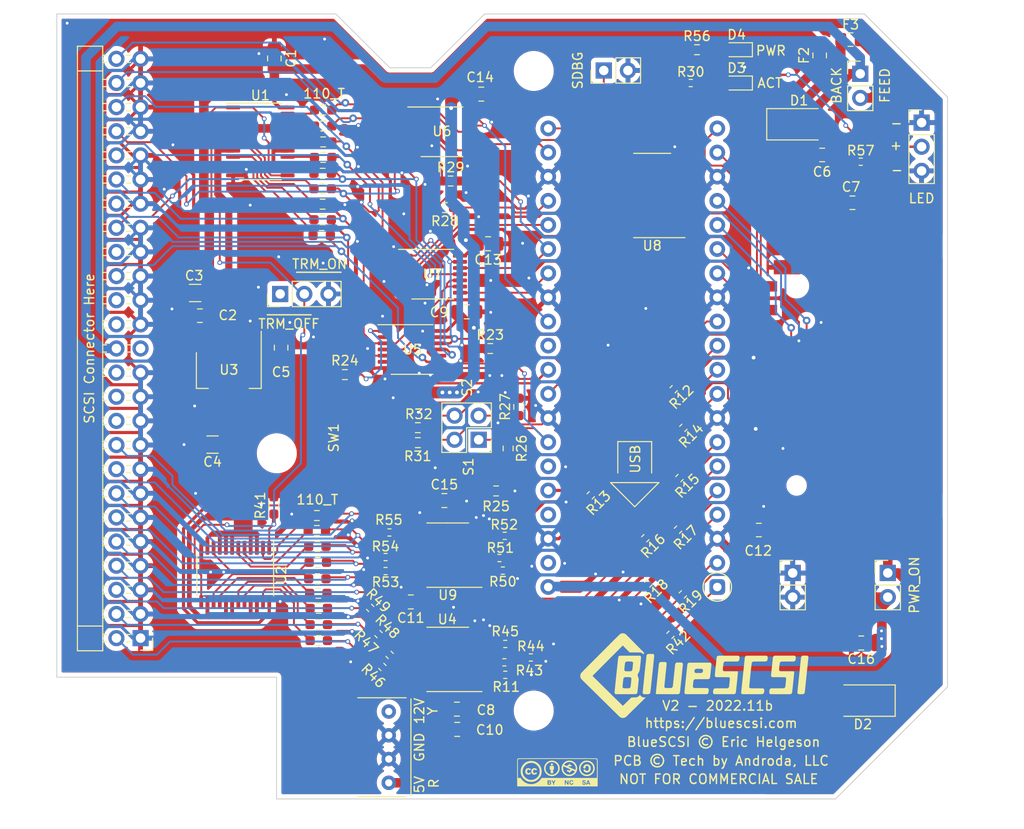
<source format=kicad_pcb>
(kicad_pcb (version 20211014) (generator pcbnew)
  (layers (0 "F.Cu" signal) (31 "B.Cu" signal) (34 "B.Paste" user) (35 "F.Paste" user) (36 "B.SilkS" user "B.Silkscreen") (37 "F.SilkS" user "F.Silkscreen") (38 "B.Mask" user) (39 "F.Mask" user) (44 "Edge.Cuts" user))
  (net 0 "")
  (net 1 "GND")
  (net 2 "+2V8")
  (net 3 "+5V")
  (net 4 "Net-(J4-Pad1)")
  (net 5 "iATN")
  (net 6 "oIO")
  (net 7 "oREQ")
  (net 8 "oSEL")
  (net 9 "oBSY")
  (net 10 "SD_CLK")
  (net 11 "oRST")
  (net 12 "oCD_iSEL")
  (net 13 "ATN")
  (net 14 "BSY")
  (net 15 "DBP")
  (net 16 "ACK")
  (net 17 "RST")
  (net 18 "MSG")
  (net 19 "SEL")
  (net 20 "CD")
  (net 21 "REQ")
  (net 22 "IO")
  (net 23 "DB7")
  (net 24 "DB6")
  (net 25 "DB5")
  (net 26 "DB4")
  (net 27 "DB3")
  (net 28 "DB2")
  (net 29 "DB1")
  (net 30 "DB0")
  (net 31 "+3V3")
  (net 32 "SEL_BUFF")
  (net 33 "BSY_BUFF")
  (net 34 "+5VP")
  (net 35 "oMSG_iBSY")
  (net 36 "+5F")
  (net 37 "SD_CMD_MOSI")
  (net 38 "DB4T")
  (net 39 "DB5T")
  (net 40 "DB6T")
  (net 41 "DB7T")
  (net 42 "DBPT")
  (net 43 "DB0T")
  (net 44 "DB1T")
  (net 45 "DB3T")
  (net 46 "DB2T")
  (net 47 "SD_D0_MISO")
  (net 49 "DBPTr")
  (net 50 "Net-(D2-Pad2)")
  (net 54 "SD_D1")
  (net 55 "SD_D2")
  (net 61 "SD_D3_CS")
  (net 62 "iRST")
  (net 64 "iACK")
  (net 68 "Net-(J5-Pad2)")
  (net 69 "Net-(R30-Pad1)")
  (net 70 "SERIAL_OUT")
  (net 71 "Net-(J4-Pad3)")
  (net 72 "TRM_ON_J")
  (net 73 "Net-(R40-Pad1)")
  (net 74 "Net-(R6-Pad1)")
  (net 75 "Net-(R7-Pad1)")
  (net 76 "Net-(R8-Pad1)")
  (net 77 "Net-(R9-Pad1)")
  (net 78 "Net-(R10-Pad1)")
  (net 79 "Net-(R39-Pad1)")
  (net 80 "Net-(R1-Pad1)")
  (net 81 "Net-(R2-Pad1)")
  (net 82 "Net-(R3-Pad1)")
  (net 83 "Net-(R4-Pad1)")
  (net 84 "Net-(R5-Pad1)")
  (net 85 "Net-(R12-Pad1)")
  (net 86 "Net-(R13-Pad1)")
  (net 87 "Net-(R14-Pad1)")
  (net 88 "Net-(R15-Pad1)")
  (net 89 "Net-(R16-Pad1)")
  (net 90 "Net-(R17-Pad1)")
  (net 91 "Net-(R18-Pad1)")
  (net 92 "Net-(R19-Pad1)")
  (net 93 "Net-(R33-Pad1)")
  (net 94 "Net-(R34-Pad1)")
  (net 95 "Net-(R35-Pad1)")
  (net 96 "Net-(R36-Pad1)")
  (net 97 "Net-(R37-Pad1)")
  (net 98 "Net-(R38-Pad1)")
  (net 99 "Net-(R42-Pad1)")
  (net 100 "Net-(R11-Pad2)")
  (net 101 "Net-(R43-Pad2)")
  (net 102 "Net-(R44-Pad2)")
  (net 103 "Net-(R45-Pad2)")
  (net 104 "Net-(R46-Pad1)")
  (net 105 "Net-(R47-Pad1)")
  (net 106 "Net-(R48-Pad1)")
  (net 107 "Net-(R49-Pad1)")
  (net 108 "Net-(R50-Pad2)")
  (net 109 "Net-(R51-Pad2)")
  (net 110 "Net-(R52-Pad2)")
  (net 111 "Net-(R53-Pad1)")
  (net 112 "Net-(R54-Pad1)")
  (net 113 "Net-(R55-Pad1)")
  (net 116 "Net-(D3-Pad2)")
  (net 117 "Net-(R57-Pad1)")
  (net 118 "Net-(D4-Pad2)")
  (net 119 "Net-(R56-Pad1)")
  (net 122 "Net-(U8-Pad11)")
  (net 123 "Net-(F3-Pad2)")
  (net 124 "Net-(C7-Pad1)")
  (footprint "CustomFootprints:BergFloppy_RightAngle" (layer "F.Cu") (at 140.04418 140.9654 -90)
    (fp_text reference "J3" hide)
    (fp_text value "BergFloppy")
  )
  (footprint "Capacitor_SMD:C_1206_3216Metric_Pad1.42x1.75mm_HandSolder" (layer "F.Cu") (at 114.554 93.1672 180)
    (fp_text reference "C3")
    (fp_text value "20uF")
  )
  (footprint "Capacitor_SMD:C_1206_3216Metric_Pad1.42x1.75mm_HandSolder" (layer "F.Cu") (at 116.3828 109.1184 180)
    (fp_text reference "C4")
    (fp_text value "20uF")
  )
  (footprint "Package_TO_SOT_SMD:SOT-223-3_TabPin2" (layer "F.Cu") (at 118.09322 101.29692 -90)
    (fp_text reference "U3")
    (fp_text value "AMS1117-2.85")
  )
  (footprint "Capacitor_SMD:C_0805_2012Metric_Pad1.15x1.40mm_HandSolder" (layer "F.Cu") (at 183.6838 83.6676)
    (fp_text reference "C7")
    (fp_text value "4.7uF")
  )
  (footprint "CustomFootprints:BluePillModule" (layer "F.Cu") (at 161.8488 126.6444 180)
    (fp_text reference "RP1" hide)
    (fp_text value "Pico_Footprint")
  )
  (footprint "Capacitor_SMD:C_0805_2012Metric_Pad1.15x1.40mm_HandSolder" (layer "F.Cu") (at 122.8852 68.4784 90)
    (fp_text reference "C1")
    (fp_text value "0.1uF")
  )
  (footprint "Capacitor_SMD:C_0805_2012Metric_Pad1.15x1.40mm_HandSolder" (layer "F.Cu") (at 115.053 95.5548 180)
    (fp_text reference "C2")
    (fp_text value "0.1uF")
  )
  (footprint "Capacitor_SMD:C_0805_2012Metric_Pad1.15x1.40mm_HandSolder" (layer "F.Cu") (at 123.5964 98.9166 90)
    (fp_text reference "C5")
    (fp_text value "0.1uF")
  )
  (footprint "Capacitor_SMD:C_0805_2012Metric_Pad1.15x1.40mm_HandSolder" (layer "F.Cu") (at 180.5014 78.6384)
    (fp_text reference "C6")
    (fp_text value "4.7uF")
  )
  (footprint "Capacitor_SMD:C_0805_2012Metric_Pad1.15x1.40mm_HandSolder" (layer "F.Cu") (at 173.8376 118.11)
    (fp_text reference "C12")
    (fp_text value "4.7uF")
  )
  (footprint "CustomFootprints:SOFNG_SD-001" (layer "F.Cu") (at 167.39108 107.74578 90)
    (fp_text reference "SD1" hide)
    (fp_text value "SOFNG_SD-001")
  )
  (footprint "Diode_SMD:D_SMA" (layer "F.Cu") (at 178.07076 75.41006)
    (fp_text reference "D1")
    (fp_text value "D")
  )
  (footprint "Diode_SMD:D_SMA" (layer "F.Cu") (at 184.78 136.06 180)
    (fp_text reference "D2")
    (fp_text value "D")
  )
  (footprint "Connector_PinHeader_2.54mm:PinHeader_1x03_P2.54mm_Vertical" (layer "F.Cu") (at 123.4948 93.2688 90)
    (fp_text reference "J1" hide)
    (fp_text value "Conn_01x03_Male")
  )
  (footprint "Resistor_SMD:R_0402_1005Metric_Pad0.72x0.64mm_HandSolder" (layer "F.Cu") (at 164.5412 129.1336 -135)
    (fp_text reference "R42")
    (fp_text value "1k")
  )
  (footprint "Resistor_SMD:R_0603_1608Metric_Pad0.98x0.95mm_HandSolder" (layer "F.Cu") (at 167.3352 67.564)
    (fp_text reference "R56")
    (fp_text value "4.7k")
  )
  (footprint "Resistor_SMD:R_0402_1005Metric_Pad0.72x0.64mm_HandSolder" (layer "F.Cu") (at 166.6748 71.0692)
    (fp_text reference "R30")
    (fp_text value "470")
  )
  (footprint "Package_SO:TSSOP-24_4.4x7.8mm_P0.65mm" (layer "F.Cu") (at 118.7704 122.8344 -90)
    (fp_text reference "U2")
    (fp_text value "SN74CBTD3384")
  )
  (footprint "Resistor_SMD:R_0402_1005Metric_Pad0.72x0.64mm_HandSolder" (layer "F.Cu") (at 134.5813 120.9548 180)
    (fp_text reference "R54")
    (fp_text value "1k")
  )
  (footprint "Resistor_SMD:R_0603_1608Metric_Pad0.98x0.95mm_HandSolder" (layer "F.Cu") (at 127.508 124.7648)
    (fp_text reference "R39" hide)
    (fp_text value "R")
  )
  (footprint "Resistor_SMD:R_0402_1005Metric_Pad0.72x0.64mm_HandSolder" (layer "F.Cu") (at 161.8996 118.9736 -135)
    (fp_text reference "R16")
    (fp_text value "1k")
  )
  (footprint "Resistor_SMD:R_0603_1608Metric_Pad0.98x0.95mm_HandSolder" (layer "F.Cu") (at 127.9652 83.82)
    (fp_text reference "R4" hide)
    (fp_text value "R")
  )
  (footprint "Resistor_SMD:R_0402_1005Metric_Pad0.72x0.64mm_HandSolder" (layer "F.Cu") (at 146.9136 122.3772 180)
    (fp_text reference "R50")
    (fp_text value "1k")
  )
  (footprint "Library:cc_by_nc_sa_front_silk_screen" (layer "F.Cu") (at 152.654 143.6116)
    (fp_text reference "G***" hide)
    (fp_text value "LOGO" hide)
  )
  (footprint "Connector_PinHeader_2.54mm:PinHeader_2x25_P2.54mm_Horizontal" (layer "F.Cu") (at 108.8136 129.4842 180)
    (fp_text reference "J2" hide)
    (fp_text value "Conn_02x25_Odd_Even")
  )
  (footprint "Capacitor_SMD:C_0805_2012Metric_Pad1.18x1.45mm_HandSolder" (layer "F.Cu") (at 184.6072 129.9972 180)
    (fp_text reference "C16")
    (fp_text value "4.7uF")
  )
  (footprint "Resistor_SMD:R_0603_1608Metric_Pad0.98x0.95mm_HandSolder" (layer "F.Cu") (at 127.4083 119.8372)
    (fp_text reference "R33" hide)
    (fp_text value "R")
  )
  (footprint "Resistor_SMD:R_0402_1005Metric_Pad0.72x0.64mm_HandSolder" (layer "F.Cu") (at 184.5564 79.3496)
    (fp_text reference "R57")
    (fp_text value "470")
  )
  (footprint "Resistor_SMD:R_0603_1608Metric_Pad0.98x0.95mm_HandSolder" (layer "F.Cu") (at 127.5588 129.7432)
    (fp_text reference "R36" hide)
    (fp_text value "R")
  )
  (footprint "Package_SO:TSSOP-24_4.4x7.8mm_P0.65mm" (layer "F.Cu") (at 121.412 77.216)
    (fp_text reference "U1")
    (fp_text value "SN74CBTD3384")
  )
  (footprint "Resistor_SMD:R_0603_1608Metric_Pad0.98x0.95mm_HandSolder" (layer "F.Cu") (at 127.9652 82.1944)
    (fp_text reference "R5" hide)
    (fp_text value "R")
  )
  (footprint "Resistor_SMD:R_0603_1608Metric_Pad0.98x0.95mm_HandSolder" (layer "F.Cu") (at 127.3575 116.586)
    (fp_text reference "R35" hide)
    (fp_text value "R")
  )
  (footprint "Resistor_SMD:R_0603_1608Metric_Pad0.98x0.95mm_HandSolder" (layer "F.Cu") (at 127.4591 121.5136)
    (fp_text reference "R1" hide)
    (fp_text value "R")
  )
  (footprint "Capacitor_SMD:C_0805_2012Metric_Pad1.18x1.45mm_HandSolder" (layer "F.Cu") (at 142.0876 136.9568)
    (fp_text reference "C8")
    (fp_text value "0.1uF")
  )
  (footprint "Resistor_SMD:R_0603_1608Metric_Pad0.98x0.95mm_HandSolder" (layer "F.Cu") (at 127.5588 126.3396)
    (fp_text reference "R38" hide)
    (fp_text value "R")
  )
  (footprint "Connector_PinHeader_2.54mm:PinHeader_1x03_P2.54mm_Vertical" (layer "F.Cu") (at 190.9572 75.2348)
    (fp_text reference "J5" hide)
    (fp_text value "Conn_01x03_Male")
  )
  (footprint "Resistor_SMD:R_0402_1005Metric_Pad0.72x0.64mm_HandSolder" (layer "F.Cu") (at 165.337904 118.075296 -135)
    (fp_text reference "R17")
    (fp_text value "1k")
  )
  (footprint "Resistor_SMD:R_0603_1608Metric_Pad0.98x0.95mm_HandSolder" (layer "F.Cu") (at 128.0179 78.8924)
    (fp_text reference "R9" hide)
    (fp_text value "R")
  )
  (footprint "Resistor_SMD:R_0402_1005Metric_Pad0.72x0.64mm_HandSolder" (layer "F.Cu") (at 156.1592 114.4524 -135)
    (fp_text reference "R13")
    (fp_text value "1k")
  )
  (footprint "Fuse:Fuse_0805_2012Metric_Pad1.15x1.40mm_HandSolder" (layer "F.Cu") (at 183.4806 66.4972)
    (fp_text reference "F3")
    (fp_text value "Polyfuse")
  )
  (footprint "Resistor_SMD:R_0603_1608Metric_Pad0.98x0.95mm_HandSolder" (layer "F.Cu") (at 127.4064 123.2408)
    (fp_text reference "R40" hide)
    (fp_text value "R")
  )
  (footprint "Resistor_SMD:R_0402_1005Metric_Pad0.72x0.64mm_HandSolder" (layer "F.Cu") (at 147.1676 130.0988 180)
    (fp_text reference "R45")
    (fp_text value "1k")
  )
  (footprint "Package_SO:TSSOP-20_4.4x6.5mm_P0.65mm" (layer "F.Cu") (at 141.1224 131.7244 180)
    (fp_text reference "U4")
    (fp_text value "LVT245")
  )
  (footprint "Resistor_SMD:R_0402_1005Metric_Pad0.72x0.64mm_HandSolder" (layer "F.Cu") (at 162.220496 123.732704 -135)
    (fp_text reference "R18")
    (fp_text value "1k")
  )
  (footprint "Resistor_SMD:R_0402_1005Metric_Pad0.72x0.64mm_HandSolder" (layer "F.Cu") (at 135.010304 131.251104 135)
    (fp_text reference "R47")
    (fp_text value "1k")
  )
  (footprint "Capacitor_SMD:C_0805_2012Metric_Pad1.18x1.45mm_HandSolder" (layer "F.Cu") (at 140.7668 115.0112)
    (fp_text reference "C15")
    (fp_text value "4.7uF")
  )
  (footprint "Connector_PinHeader_2.54mm:PinHeader_1x02_P2.54mm_Vertical" (layer "F.Cu") (at 177.4012 122.6312)
    (fp_text reference "J9" hide)
    (fp_text value "Conn_01x02_Male")
  )
  (footprint "Capacitor_SMD:C_0805_2012Metric_Pad1.18x1.45mm_HandSolder" (layer "F.Cu") (at 144.6491 72.2376 180)
    (fp_text reference "C14")
    (fp_text value "0.1uF")
  )
  (footprint "Connector_PinHeader_2.54mm:PinHeader_1x02_P2.54mm_Vertical" (layer "F.Cu") (at 157.5308 69.7484 90)
    (fp_text reference "J6" hide)
    (fp_text value "Conn_01x02_Male")
  )
  (footprint "Resistor_SMD:R_0402_1005Metric_Pad0.72x0.64mm_HandSolder" (layer "F.Cu") (at 134.5813 122.428 180)
    (fp_text reference "R53")
    (fp_text value "1k")
  )
  (footprint "Resistor_SMD:R_0603_1608Metric_Pad0.98x0.95mm_HandSolder" (layer "F.Cu") (at 137.9747 108.9152 180)
    (fp_text reference "R31")
    (fp_text value "4.7k")
  )
  (footprint "MountingHole:MountingHole_3.2mm_M3" (layer "F.Cu") (at 150.1648 137.1092)
    (fp_text reference "H3" hide)
    (fp_text value "MountingHole")
  )
  (footprint "Resistor_SMD:R_0603_1608Metric_Pad0.98x0.95mm_HandSolder" (layer "F.Cu") (at 127.9671 85.4456)
    (fp_text reference "R3" hide)
    (fp_text value "R")
  )
  (footprint "Resistor_SMD:R_0402_1005Metric_Pad0.72x0.64mm_HandSolder" (layer "F.Cu") (at 165.490304 112.639696 -135)
    (fp_text reference "R15")
    (fp_text value "1k")
  )
  (footprint "Resistor_SMD:R_0603_1608Metric_Pad0.98x0.95mm_HandSolder" (layer "F.Cu") (at 137.9747 107.3404 180)
    (fp_text reference "R32")
    (fp_text value "4.7k")
  )
  (footprint "MountingHole:MountingHole_3.2mm_M3" (layer "F.Cu") (at 123.2408 110.0836)
    (fp_text reference "H1" hide)
    (fp_text value "MountingHole")
  )
  (footprint "Resistor_SMD:R_0603_1608Metric_Pad0.98x0.95mm_HandSolder" (layer "F.Cu") (at 128.016 75.5904)
    (fp_text reference "R7" hide)
    (fp_text value "R")
  )
  (footprint "Resistor_SMD:R_0402_1005Metric_Pad0.72x0.64mm_HandSolder" (layer "F.Cu") (at 147.0781 132.0292 180)
    (fp_text reference "R43")
    (fp_text value "1k")
  )
  (footprint "Resistor_SMD:R_0402_1005Metric_Pad0.72x0.64mm_HandSolder" (layer "F.Cu") (at 132.959696 126.304896 135)
    (fp_text reference "R49")
    (fp_text value "1k")
  )
  (footprint "Connector_PinHeader_2.54mm:PinHeader_1x02_P2.54mm_Vertical" (layer "F.Cu") (at 187.4012 122.6312)
    (fp_text reference "J8" hide)
    (fp_text value "EPWR")
  )
  (footprint "Resistor_SMD:R_0603_1608Metric_Pad0.98x0.95mm_HandSolder" (layer "F.Cu") (at 128.0179 77.2668)
    (fp_text reference "R8" hide)
    (fp_text value "R")
  )
  (footprint "Resistor_SMD:R_0603_1608Metric_Pad0.98x0.95mm_HandSolder" (layer "F.Cu") (at 127.8655 87.122)
    (fp_text reference "R2" hide)
    (fp_text value "R")
  )
  (footprint "Resistor_SMD:R_0603_1608Metric_Pad0.98x0.95mm_HandSolder" (layer "F.Cu") (at 148.59 105.1541 90)
    (fp_text reference "R27")
    (fp_text value "1k")
  )
  (footprint "Resistor_SMD:R_0402_1005Metric_Pad0.72x0.64mm_HandSolder" (layer "F.Cu") (at 134.9877 118.364 180)
    (fp_text reference "R55")
    (fp_text value "1k")
  )
  (footprint "Resistor_SMD:R_0402_1005Metric_Pad0.72x0.64mm_HandSolder" (layer "F.Cu") (at 164.880704 103.292496 -135)
    (fp_text reference "R12")
    (fp_text value "1k")
  )
  (footprint "Resistor_SMD:R_0402_1005Metric_Pad0.72x0.64mm_HandSolder" (layer "F.Cu") (at 146.558 121.0564 180)
    (fp_text reference "R51")
    (fp_text value "1k")
  )
  (footprint "Resistor_SMD:R_0402_1005Metric_Pad0.72x0.64mm_HandSolder" (layer "F.Cu") (at 165.845904 124.882496 -135)
    (fp_text reference "R19")
    (fp_text value "1k")
  )
  (footprint "Capacitor_SMD:C_0805_2012Metric_Pad1.18x1.45mm_HandSolder" (layer "F.Cu") (at 142.1169 139.0904)
    (fp_text reference "C10")
    (fp_text value "4.7uF")
  )
  (footprint "Resistor_SMD:R_0603_1608Metric_Pad0.98x0.95mm_HandSolder" (layer "F.Cu") (at 130.302 101.7524 180)
    (fp_text reference "R24")
    (fp_text value "1k")
  )
  (footprint "LED_SMD:LED_0603_1608Metric_Pad1.05x0.95mm_HandSolder" (layer "F.Cu") (at 171.5008 67.564 180)
    (fp_text reference "D4")
    (fp_text value "LED")
  )
  (footprint "Capacitor_SMD:C_0805_2012Metric_Pad1.18x1.45mm_HandSolder" (layer "F.Cu") (at 143.1251 95.1484 180)
    (fp_text reference "C9")
    (fp_text value "0.1uF")
  )
  (footprint "Resistor_SMD:R_0603_1608Metric_Pad0.98x0.95mm_HandSolder" (layer "F.Cu") (at 127.9671 80.5688)
    (fp_text reference "R10" hide)
    (fp_text value "R")
  )
  (footprint "Resistor_SMD:R_0603_1608Metric_Pad0.98x0.95mm_HandSolder" (layer "F.Cu") (at 127.3556 118.1608)
    (fp_text reference "R34" hide)
    (fp_text value "R")
  )
  (footprint "Resistor_SMD:R_0603_1608Metric_Pad0.98x0.95mm_HandSolder" (layer "F.Cu") (at 147.4724 109.5229 -90)
    (fp_text reference "R26")
    (fp_text value "1k")
  )
  (footprint "LED_SMD:LED_0603_1608Metric_Pad1.05x0.95mm_HandSolder" (layer "F.Cu") (at 171.5008 71.0692 180)
    (fp_text reference "D3")
    (fp_text value "LED")
  )
  (footprint "Package_SO:TSSOP-14_4.4x5mm_P0.65mm" (layer "F.Cu") (at 139.5476 91.186)
    (fp_text reference "U7")
    (fp_text value "LVT125")
  )
  (footprint "Connector_PinHeader_2.54mm:PinHeader_1x02_P2.54mm_Vertical" (layer "F.Cu") (at 184.5056 70.099)
    (fp_text reference "J7" hide)
    (fp_text value "TERM_BCKF")
  )
  (footprint "Resistor_SMD:R_0603_1608Metric_Pad0.98x0.95mm_HandSolder" (layer "F.Cu") (at 127.5588 128.0668)
    (fp_text reference "R37" hide)
    (fp_text value "R")
  )
  (footprint "Library:TS-1187A-B-A-B" (layer "F.Cu") (at 124.1533 108.458 90)
    (fp_text reference "SW1")
    (fp_text value "SW_MEC_5E" hide)
  )
  (footprint "Fuse:Fuse_0805_2012Metric_Pad1.15x1.40mm_HandSolder" (layer "F.Cu") (at 180.2384 68.1646 90)
    (fp_text reference "F2")
    (fp_text value "Polyfuse")
  )
  (footprint "Resistor_SMD:R_0603_1608Metric_Pad0.98x0.95mm_HandSolder" (layer "F.Cu") (at 122.8344 115.5192 90)
    (fp_text reference "R41")
    (fp_text value "4.7k")
  )
  (footprint "Package_SO:SO-14_3.9x8.65mm_P1.27mm" (layer "F.Cu") (at 162.625 82.9056 180)
    (fp_text reference "U8")
    (fp_text value "74HC14")
  )
  (footprint "Connector_PinHeader_2.54mm:PinHeader_2x02_P2.54mm_Vertical" (layer "F.Cu") (at 144.3736 108.6104 180)
    (fp_text reference "J4" hide)
    (fp_text value "SW")
  )
  (footprint "Resistor_SMD:R_0603_1608Metric_Pad0.98x0.95mm_HandSolder" (layer "F.Cu") (at 145.5909 99.0092)
    (fp_text reference "R23")
    (fp_text value "1k")
  )
  (footprint "Resistor_SMD:R_0603_1608Metric_Pad0.98x0.95mm_HandSolder" (layer "F.Cu") (at 146.2043 113.9952)
    (fp_text reference "R25")
    (fp_text value "1k")
  )
  (footprint "Package_SO:TSSOP-14_4.4x5mm_P0.65mm" (layer "F.Cu") (at 137.3632 99.1108)
    (fp_text reference "U5")
    (fp_text value "LVT125")
  )
  (footprint "Resistor_SMD:R_0402_1005Metric_Pad0.72x0.64mm_HandSolder" (layer "F.Cu") (at 165.896704 107.356496 -135)
    (fp_text reference "R14")
    (fp_text value "1k")
  )
  (footprint "Package_SO:TSSOP-20_4.4x6.5mm_P0.65mm" (layer "F.Cu") (at 141.1224 120.7516 180)
    (fp_text reference "U9")
    (fp_text value "LVT245")
  )
  (footprint "Resistor_SMD:R_0402_1005Metric_Pad0.72x0.64mm_HandSolder" (layer "F.Cu") (at 147.1168 118.7196 180)
    (fp_text reference "R52")
    (fp_text value "1k")
  )
  (footprint "Package_SO:TSSOP-14_4.4x5mm_P0.65mm" (layer "F.Cu") (at 140.5128 76.2)
    (fp_text reference "U6")
    (fp_text value "LVT125")
  )
  (footprint "Resistor_SMD:R_0603_1608Metric_Pad0.98x0.95mm_HandSolder" (layer "F.Cu") (at 128.016 73.914)
    (fp_text reference "R6" hide)
    (fp_text value "R")
  )
  (footprint "Capacitor_SMD:C_0805_2012Metric_Pad1.18x1.45mm_HandSolder" (layer "F.Cu") (at 137.2401 125.6792 180)
    (fp_text reference "C11")
    (fp_text value "0.1uF")
  )
  (footprint "Resistor_SMD:R_0402_1005Metric_Pad0.72x0.64mm_HandSolder" (layer "F.Cu") (at 147.1676 133.35 180)
    (fp_text reference "R11")
    (fp_text value "1k")
  )
  (footprint "Capacitor_SMD:C_0805_2012Metric_Pad1.18x1.45mm_HandSolder" (layer "F.Cu") (at 145.3681 87.9856 180)
    (fp_text reference "C13")
    (fp_text value "0.1uF")
  )
  (footprint "Resistor_SMD:R_0603_1608Metric_Pad0.98x0.95mm_HandSolder" (layer "F.Cu") (at 141.4272 81.3816)
    (fp_text reference "R29")
    (fp_text value "1k")
  )
  (footprint "Resistor_SMD:R_0402_1005Metric_Pad0.72x0.64mm_HandSolder" (layer "F.Cu") (at 149.86 131.5212 180)
    (fp_text reference "R44")
    (fp_text value "1k")
  )
  (footprint "MountingHole:MountingHole_3.2mm_M3" (layer "F.Cu") (at 150.1648 69.7992)
    (fp_text reference "H2" hide)
    (fp_text value "MountingHole")
  )
  (footprint "Resistor_SMD:R_0402_1005Metric_Pad0.72x0.64mm_HandSolder" (layer "F.Cu") (at 134.248304 132.521104 135)
    (fp_text reference "R46")
    (fp_text value "1k")
  )
  (footprint "Resistor_SMD:R_0603_1608Metric_Pad0.98x0.95mm_HandSolder" (layer "F.Cu") (at 140.8176 84.1756 180)
    (fp_text reference "R28")
    (fp_text value "1k")
  )
  (footprint "Resistor_SMD:R_0402_1005Metric_Pad0.72x0.64mm_HandSolder" (layer "F.Cu") (at 133.841904 129.066704 135)
    (fp_text reference "R48")
    (fp_text value "1k" hide)
  )
  (gr_poly (pts (xy 174.134639 131.33317) (xy 174.319329 131.33371) (xy 174.455667 131.334581) (xy 174.550862 131.335848) (xy 174.612124 131.337579) (xy 174.632283 131.338639) (xy 174.646663 131.339839) (xy 174.656164 131.341188) (xy 174.661688 131.342694) (xy 174.674776 131.348705) (xy 174.68705 131.355356) (xy 174.698505 131.362644) (xy 174.709137 131.370564) (xy 174.718942 131.379113) (xy 174.727917 131.388285) (xy 174.736056 131.398079) (xy 174.743357 131.408488) (xy 174.749813 131.419508) (xy 174.755423 131.431137) (xy 174.760181 131.443369) (xy 174.764082 131.456201) (xy 174.767125 131.469628) (xy 174.769303 131.483646) (xy 174.770612 131.498251) (xy 174.77105 131.513439) (xy 174.770176 131.544283) (xy 174.767765 131.581999) (xy 174.764129 131.623733) (xy 174.759585 131.666633) (xy 174.754445 131.707846) (xy 174.749024 131.744519) (xy 174.743636 131.773801) (xy 174.741052 131.784779) (xy 174.738595 131.792839) (xy 174.734416 131.803848) (xy 174.729568 131.814634) (xy 174.724081 131.825172) (xy 174.717979 131.835437) (xy 174.71129 131.845404) (xy 174.704041 131.855049) (xy 174.696259 131.864347) (xy 174.687971 131.873272) (xy 174.679203 131.881801) (xy 174.669982 131.889908) (xy 174.660335 131.897568) (xy 174.65029 131.904758) (xy 174.639872 131.911451) (xy 174.629109 131.917623) (xy 174.618028 131.923249) (xy 174.606655 131.928305) (xy 174.59304 131.933203) (xy 174.574332 131.936927) (xy 174.542461 131.939691) (xy 174.489357 131.941711) (xy 174.287171 131.944379) (xy 173.903217 131.94665) (xy 173.236466 131.950178) (xy 173.203306 131.966406) (xy 173.194379 131.971205) (xy 173.185371 131.976818) (xy 173.176348 131.983167) (xy 173.167378 131.990174) (xy 173.158527 131.997759) (xy 173.149864 132.005845) (xy 173.141455 132.014352) (xy 173.133368 132.023203) (xy 173.125669 132.032318) (xy 173.118425 132.041619) (xy 173.111705 132.051027) (xy 173.105575 132.060465) (xy 173.100102 132.069853) (xy 173.095354 132.079113) (xy 173.091397 132.088166) (xy 173.0883 132.096933) (xy 173.041898 132.494459) (xy 172.95151 133.335095) (xy 172.823716 134.596011) (xy 172.823906 134.605273) (xy 172.824479 134.61428) (xy 172.825437 134.623041) (xy 172.826781 134.631565) (xy 172.828513 134.639861) (xy 172.830637 134.64794) (xy 172.833153 134.655809) (xy 172.836063 134.66348) (xy 172.839371 134.67096) (xy 172.843078 134.678259) (xy 172.847185 134.685387) (xy 172.851696 134.692352) (xy 172.856612 134.699165) (xy 172.861935 134.705834) (xy 172.867667 134.712368) (xy 172.873811 134.718778) (xy 172.889321 134.734936) (xy 172.896949 134.741378) (xy 172.906211 134.746845) (xy 172.918396 134.751429) (xy 172.934793 134.755216) (xy 172.985377 134.760758) (xy 173.068273 134.764184) (xy 173.193791 134.766204) (xy 173.613938 134.768872) (xy 174.280689 134.7724) (xy 174.317377 134.79145) (xy 174.328198 134.797689) (xy 174.338425 134.804486) (xy 174.348045 134.811821) (xy 174.357043 134.819672) (xy 174.365404 134.82802) (xy 174.373113 134.836842) (xy 174.380158 134.84612) (xy 174.386522 134.855832) (xy 174.392191 134.865957) (xy 174.397152 134.876475) (xy 174.401389 134.887365) (xy 174.404888 134.898606) (xy 174.407635 134.910178) (xy 174.409615 134.92206) (xy 174.410813 134.934232) (xy 174.411216 134.946672) (xy 174.410283 134.975382) (xy 174.407721 135.012311) (xy 174.403886 135.0543) (xy 174.399134 135.09819) (xy 174.393819 135.140824) (xy 174.388297 135.179043) (xy 174.382924 135.209687) (xy 174.380405 135.221183) (xy 174.378056 135.2296) (xy 174.374851 135.238948) (xy 174.371072 135.248191) (xy 174.366738 135.257309) (xy 174.361872 135.266278) (xy 174.356493 135.275078) (xy 174.350622 135.283687) (xy 174.344279 135.292083) (xy 174.337486 135.300244) (xy 174.330263 135.308149) (xy 174.322631 135.315776) (xy 174.31461 135.323103) (xy 174.306222 135.330109) (xy 174.297486 135.336771) (xy 174.288423 135.343069) (xy 174.279055 135.348981) (xy 174.269401 135.354484) (xy 174.224244 135.379178) (xy 173.1772 135.381295) (xy 172.794955 135.382015) (xy 172.642365 135.382202) (xy 172.512798 135.382166) (xy 172.404252 135.381828) (xy 172.314728 135.381109) (xy 172.276475 135.380581) (xy 172.242227 135.379928) (xy 172.211734 135.379141) (xy 172.184748 135.378208) (xy 172.161016 135.37712) (xy 172.140291 135.375867) (xy 172.122321 135.374439) (xy 172.106857 135.372827) (xy 172.093648 135.371019) (xy 172.082446 135.369007) (xy 172.077518 135.367921) (xy 172.072998 135.36678) (xy 172.068855 135.365583) (xy 172.065057 135.364328) (xy 172.061573 135.363015) (xy 172.058371 135.361642) (xy 172.055421 135.360208) (xy 172.052692 135.358711) (xy 172.047767 135.355526) (xy 172.043349 135.352076) (xy 172.039186 135.348352) (xy 172.03503 135.344343) (xy 172.025734 135.335433) (xy 172.01949 135.329668) (xy 172.013716 135.324004) (xy 172.008403 135.318427) (xy 172.003541 135.312922) (xy 171.999123 135.307475) (xy 171.995137 135.302071) (xy 171.991575 135.296696) (xy 171.988427 135.291336) (xy 171.985684 135.285976) (xy 171.983338 135.280601) (xy 171.981378 135.275197) (xy 171.979795 135.26975) (xy 171.97858 135.264246) (xy 171.977724 135.258668) (xy 171.977217 135.253004) (xy 171.97705 135.247239) (xy 172.36934 131.509206) (xy 172.37061 131.502596) (xy 172.372167 131.496003) (xy 172.376115 131.482893) (xy 172.381132 131.469937) (xy 172.387166 131.457193) (xy 172.394162 131.444722) (xy 172.402069 131.432584) (xy 172.410834 131.420839) (xy 172.420404 131.409546) (xy 172.430726 131.398766) (xy 172.441748 131.388558) (xy 172.453417 131.378983) (xy 172.465681 131.370101) (xy 172.478486 131.361971) (xy 172.49178 131.354653) (xy 172.50551 131.348208) (xy 172.519623 131.342694) (xy 172.537227 131.340071) (xy 172.57804 131.337976) (xy 172.749369 131.33511) (xy 173.591361 131.332817)) (layer "F.SilkS") (width 0.004) (fill solid))
  (gr_poly (pts (xy 178.818911 131.326323) (xy 178.841645 131.326507) (xy 178.861013 131.326826) (xy 178.877388 131.327305) (xy 178.88457 131.327611) (xy 178.891143 131.327966) (xy 178.897153 131.328373) (xy 178.902648 131.328834) (xy 178.907673 131.329353) (xy 178.912276 131.329932) (xy 178.916503 131.330576) (xy 178.9204 131.331285) (xy 178.924013 131.332064) (xy 178.92739 131.332916) (xy 178.930577 131.333843) (xy 178.93362 131.334848) (xy 178.936566 131.335935) (xy 178.939461 131.337107) (xy 178.945286 131.339714) (xy 178.951466 131.342694) (xy 178.962839 131.3486) (xy 178.97366 131.355179) (xy 178.983903 131.362396) (xy 178.993547 131.370211) (xy 179.002565 131.378589) (xy 179.010936 131.387492) (xy 179.018635 131.396882) (xy 179.025639 131.406724) (xy 179.031923 131.416978) (xy 179.037463 131.427609) (xy 179.042237 131.438579) (xy 179.04622 131.449851) (xy 179.049389 131.461387) (xy 179.05172 131.47315) (xy 179.053188 131.485104) (xy 179.053771 131.497211) (xy 178.668539 135.188678) (xy 178.667277 135.196002) (xy 178.665744 135.203287) (xy 178.661887 135.217705) (xy 178.657015 135.231875) (xy 178.651175 135.24574) (xy 178.644413 135.25924) (xy 178.636776 135.272319) (xy 178.62831 135.284919) (xy 178.619061 135.296981) (xy 178.609077 135.308447) (xy 178.598403 135.319261) (xy 178.587087 135.329363) (xy 178.575174 135.338697) (xy 178.562711 135.347203) (xy 178.549745 135.354825) (xy 178.536322 135.361504) (xy 178.529454 135.364473) (xy 178.522489 135.367183) (xy 178.508689 135.372104) (xy 178.494641 135.37586) (xy 178.477716 135.378606) (xy 178.455284 135.380501) (xy 178.424716 135.381701) (xy 178.383383 135.382364) (xy 178.257904 135.382706) (xy 178.184791 135.382644) (xy 178.154965 135.382534) (xy 178.129141 135.382342) (xy 178.106955 135.382047) (xy 178.088043 135.381627) (xy 178.072041 135.38106) (xy 178.065018 135.380715) (xy 178.058586 135.380324) (xy 178.0527 135.379887) (xy 178.047314 135.379399) (xy 178.042382 135.378858) (xy 178.03786 135.378261) (xy 178.033702 135.377607) (xy 178.029862 135.376891) (xy 178.026295 135.376111) (xy 178.022955 135.375264) (xy 178.019798 135.374349) (xy 178.016776 135.373361) (xy 178.013846 135.372299) (xy 178.010961 135.371159) (xy 178.005145 135.368637) (xy 177.998966 135.365772) (xy 177.986051 135.359173) (xy 177.974023 135.35207) (xy 177.962877 135.344457) (xy 177.95261 135.336326) (xy 177.943214 135.32767) (xy 177.934686 135.318482) (xy 177.927019 135.308755) (xy 177.920209 135.29848) (xy 177.914251 135.287652) (xy 177.90914 135.276262) (xy 177.904869 135.264304) (xy 177.901435 135.25177) (xy 177.898832 135.238654) (xy 177.897054 135.224947) (xy 177.896097 135.210643) (xy 177.895956 135.195734) (xy 177.952929 134.622734) (xy 178.089279 133.314722) (xy 178.282599 131.4831) (xy 178.30306 131.445706) (xy 178.308058 131.437169) (xy 178.313507 131.428774) (xy 178.319381 131.420546) (xy 178.32565 131.412511) (xy 178.332286 131.404696) (xy 178.339263 131.397126) (xy 178.346552 131.389826) (xy 178.354126 131.382823) (xy 178.361955 131.376142) (xy 178.370013 131.36981) (xy 178.378272 131.363852) (xy 178.386703 131.358294) (xy 178.395279 131.353162) (xy 178.403972 131.348481) (xy 178.412753 131.344278) (xy 178.421596 131.340578) (xy 178.433862 131.336325) (xy 178.447369 131.333015) (xy 178.464482 131.330532) (xy 178.487564 131.32876) (xy 178.51898 131.327583) (xy 178.561096 131.326886) (xy 178.686884 131.326467) (xy 178.76186 131.326267) (xy 178.79244 131.326251)) (layer "F.SilkS") (width 0.004) (fill solid))
  (gr_poly (pts (xy 168.749838 132.083528) (xy 168.76156 132.089435) (xy 168.772638 132.096028) (xy 168.783056 132.10328) (xy 168.7928 132.111166) (xy 168.801853 132.119659) (xy 168.810201 132.128734) (xy 168.817826 132.138366) (xy 168.824715 132.148527) (xy 168.830852 132.159193) (xy 168.836221 132.170337) (xy 168.840806 132.181934) (xy 168.844592 132.193958) (xy 168.847564 132.206383) (xy 168.849706 132.219183) (xy 168.851002 132.232333) (xy 168.851438 132.245805) (xy 168.846984 132.301159) (xy 168.834858 132.427222) (xy 168.794994 132.8166) (xy 168.723733 133.491817) (xy 168.719323 133.532859) (xy 168.715443 133.565889) (xy 168.713618 133.579831) (xy 168.711827 133.592288) (xy 168.710035 133.603433) (xy 168.708211 133.613437) (xy 168.70632 133.622474) (xy 168.70433 133.630716) (xy 168.702208 133.638336) (xy 168.699921 133.645507) (xy 168.697435 133.6524) (xy 168.694717 133.659189) (xy 168.691735 133.666046) (xy 168.688456 133.673145) (xy 168.683855 133.682318) (xy 168.679034 133.691065) (xy 168.673971 133.699407) (xy 168.668645 133.707364) (xy 168.663033 133.714958) (xy 168.657115 133.722208) (xy 168.650868 133.729136) (xy 168.64427 133.735763) (xy 168.6373 133.742108) (xy 168.629937 133.748193) (xy 168.622158 133.754037) (xy 168.613942 133.759663) (xy 168.605267 133.765091) (xy 168.596112 133.77034) (xy 168.586454 133.775433) (xy 168.576272 133.780389) (xy 168.537466 133.798734) (xy 167.828383 133.802261) (xy 167.119299 133.805789) (xy 167.086139 133.821311) (xy 167.082581 133.823035) (xy 167.078809 133.825018) (xy 167.074857 133.827236) (xy 167.07076 133.829668) (xy 167.066551 133.832289) (xy 167.062264 133.835078) (xy 167.057934 133.838011) (xy 167.053595 133.841067) (xy 167.04928 133.844221) (xy 167.045025 133.847452) (xy 167.040862 133.850737) (xy 167.036827 133.854053) (xy 167.032953 133.857377) (xy 167.029274 133.860687) (xy 167.025825 133.86396) (xy 167.022639 133.867172) (xy 167.003442 133.887078) (xy 166.995513 133.896539) (xy 166.988519 133.90643) (xy 166.982322 133.917316) (xy 166.976787 133.929767) (xy 166.97178 133.944348) (xy 166.967164 133.961628) (xy 166.962805 133.982174) (xy 166.958567 134.006554) (xy 166.949911 134.069082) (xy 166.940115 134.153753) (xy 166.928095 134.265106) (xy 166.918671 134.353744) (xy 166.911448 134.424407) (xy 166.906241 134.479492) (xy 166.904338 134.501943) (xy 166.902871 134.521399) (xy 166.901817 134.538159) (xy 166.901154 134.552523) (xy 166.900858 134.564791) (xy 166.900908 134.575263) (xy 166.901281 134.584239) (xy 166.901953 134.592017) (xy 166.902902 134.598899) (xy 166.904105 134.605183) (xy 166.906352 134.614117) (xy 166.90911 134.622913) (xy 166.912365 134.631547) (xy 166.9161 134.639998) (xy 166.920297 134.648242) (xy 166.924942 134.656256) (xy 166.930016 134.664018) (xy 166.935503 134.671506) (xy 166.941387 134.678695) (xy 166.947652 134.685564) (xy 166.95428 134.69209) (xy 166.961256 134.69825) (xy 166.968562 134.704022) (xy 166.976183 134.709382) (xy 166.984101 134.714308) (xy 166.9923 134.718778) (xy 167.026871 134.737122) (xy 167.73666 134.74065) (xy 168.445744 134.744178) (xy 168.474672 134.7597) (xy 168.481685 134.763686) (xy 168.488673 134.768201) (xy 168.495595 134.773199) (xy 168.502409 134.778629) (xy 168.509075 134.784444) (xy 168.51555 134.790594) (xy 168.521794 134.797032) (xy 168.527765 134.803709) (xy 168.533422 134.810576) (xy 168.538723 134.817585) (xy 168.543628 134.824686) (xy 168.548094 134.831832) (xy 168.55208 134.838974) (xy 168.555546 134.846063) (xy 168.55845 134.853051) (xy 168.56075 134.859889) (xy 168.562841 134.867225) (xy 168.564616 134.87502) (xy 168.566073 134.883385) (xy 168.56721 134.892433) (xy 168.568514 134.913021) (xy 168.568511 134.937677) (xy 168.567185 134.967293) (xy 168.56452 135.002764) (xy 168.560499 135.044982) (xy 168.555105 135.094839) (xy 168.55108 135.129355) (xy 168.547377 135.15824) (xy 168.545602 135.170796) (xy 168.543856 135.182214) (xy 168.54212 135.192584) (xy 168.540376 135.201995) (xy 168.538608 135.210539) (xy 168.536798 135.218304) (xy 168.534927 135.225381) (xy 168.532979 135.23186) (xy 168.530936 135.23783) (xy 168.52878 135.243382) (xy 168.526494 135.248605) (xy 168.52406 135.253589) (xy 168.519755 135.261622) (xy 168.515055 135.269569) (xy 168.509976 135.277408) (xy 168.504537 135.285118) (xy 168.498754 135.29268) (xy 168.492646 135.300073) (xy 168.486229 135.307275) (xy 168.479523 135.314267) (xy 168.472543 135.321027) (xy 168.465308 135.327534) (xy 168.457835 135.333769) (xy 168.450143 135.339711) (xy 168.442248 135.345338) (xy 168.434167 135.35063) (xy 168.42592 135.355567) (xy 168.417522 135.360128) (xy 168.382244 135.379178) (xy 166.144928 135.379178) (xy 166.110355 135.360834) (xy 166.102745 135.356723) (xy 166.095278 135.352087) (xy 166.087983 135.346966) (xy 166.080888 135.341398) (xy 166.074019 135.33542) (xy 166.067406 135.329071) (xy 166.061076 135.32239) (xy 166.055058 135.315413) (xy 166.049378 135.308181) (xy 166.044065 135.30073) (xy 166.039147 135.2931) (xy 166.034651 135.285328) (xy 166.030607 135.277453) (xy 166.02704 135.269512) (xy 166.023981 135.261545) (xy 166.021455 135.253589) (xy 166.016219 135.22992) (xy 166.028246 135.08064) (xy 166.181616 133.611762) (xy 166.247004 132.99161) (xy 167.066855 132.99161) (xy 167.066987 132.998289) (xy 167.067296 133.004418) (xy 167.067794 133.010099) (xy 167.068491 133.015432) (xy 167.069396 133.020519) (xy 167.07052 133.025462) (xy 167.071873 133.030361) (xy 167.073467 133.035318) (xy 167.07531 133.040435) (xy 167.077414 133.045812) (xy 167.079789 133.05155) (xy 167.083282 133.059269) (xy 167.086901 133.066569) (xy 167.09067 133.073479) (xy 167.094616 133.080026) (xy 167.098765 133.086238) (xy 167.103142 133.092143) (xy 167.107774 133.097769) (xy 167.112685 133.103144) (xy 167.117903 133.108295) (xy 167.123452 133.113252) (xy 167.129359 133.118041) (xy 167.135649 133.12269) (xy 167.142349 133.127228) (xy 167.149483 133.131682) (xy 167.157079 133.13608) (xy 167.165161 133.14045) (xy 167.196911 133.156678) (xy 167.789578 133.156678) (xy 167.828383 133.138333) (xy 167.844633 133.130227) (xy 167.859793 133.121502) (xy 167.87388 133.112136) (xy 167.886911 133.102107) (xy 167.898905 133.091392) (xy 167.909879 133.079968) (xy 167.919851 133.067812) (xy 167.928837 133.054901) (xy 167.936856 133.041214) (xy 167.943925 133.026726) (xy 167.950062 133.011416) (xy 167.955284 132.99526) (xy 167.95961 132.978236) (xy 167.963055 132.960321) (xy 167.965639 132.941493) (xy 167.967378 132.921728) (xy 167.968461 132.903654) (xy 167.968814 132.895652) (xy 167.969032 132.888258) (xy 167.969109 132.88141) (xy 167.96904 132.875045) (xy 167.968817 132.869103) (xy 167.968436 132.86352) (xy 167.967889 132.858234) (xy 167.967171 132.853184) (xy 167.966275 132.848308) (xy 167.965195 132.843543) (xy 167.963924 132.838829) (xy 167.962458 132.834101) (xy 167.960789 132.829299) (xy 167.958911 132.824361) (xy 167.955556 132.816136) (xy 167.951845 132.808136) (xy 167.947786 132.800372) (xy 167.943389 132.792854) (xy 167.938661 132.785592) (xy 167.93361 132.778596) (xy 167.928245 132.771878) (xy 167.922575 132.765447) (xy 167.916606 132.759314) (xy 167.910349 132.753488) (xy 167.90381 132.747982) (xy 167.896998 132.742803) (xy 167.889922 132.737964) (xy 167.88259 132.733474) (xy 167.875009 132.729344) (xy 167.867189 132.725583) (xy 167.854943 132.719994) (xy 167.842119 132.715794) (xy 167.824896 132.712784) (xy 167.799455 132.710767) (xy 167.761975 132.709543) (xy 167.708637 132.708915) (xy 167.539105 132.70865) (xy 167.2463 132.70865) (xy 167.203966 132.729111) (xy 167.199499 132.731356) (xy 167.194855 132.733841) (xy 167.19007 132.73654) (xy 167.185181 132.73943) (xy 167.180226 132.742485) (xy 167.175243 132.745681) (xy 167.170267 132.748992) (xy 167.165337 132.752395) (xy 167.16049 132.755863) (xy 167.155763 132.759373) (xy 167.151192 132.762899) (xy 167.146816 132.766417) (xy 167.142672 132.769902) (xy 167.138796 132.77333) (xy 167.135226 132.776674) (xy 167.132 132.779911) (xy 167.124248 132.788331) (xy 167.117117 132.796702) (xy 167.110581 132.805093) (xy 167.104616 132.813568) (xy 167.099196 132.822197) (xy 167.094297 132.831046) (xy 167.089894 132.840182) (xy 167.085962 132.849673) (xy 167.082477 132.859586) (xy 167.079414 132.869987) (xy 167.076748 132.880944) (xy 167.074453 132.892525) (xy 167.072506 132.904796) (xy 167.070881 132.917824) (xy 167.069554 132.931677) (xy 167.0685 132.946422) (xy 167.067422 132.967261) (xy 167.067083 132.976197) (xy 167.06689 132.98428) (xy 167.066855 132.99161) (xy 166.247004 132.99161) (xy 166.260033 132.86804) (xy 166.28628 132.623418) (xy 166.305706 132.447771) (xy 166.319675 132.329207) (xy 166.32504 132.287616) (xy 166.329552 132.255838) (xy 166.333381 132.232385) (xy 166.336699 132.215773) (xy 166.339676 132.204514) (xy 166.342483 132.197122) (xy 166.34679 132.188483) (xy 166.351502 132.180036) (xy 166.356614 132.171789) (xy 166.362117 132.163752) (xy 166.368005 132.155933) (xy 166.37427 132.148344) (xy 166.380905 132.140992) (xy 166.387903 132.133887) (xy 166.395257 132.127038) (xy 166.402958 132.120455) (xy 166.411001 132.114147) (xy 166.419378 132.108123) (xy 166.428081 132.102392) (xy 166.437104 132.096965) (xy 166.446438 132.091849) (xy 166.456078 132.087055) (xy 166.498411 132.066595) (xy 168.713855 132.066595)) (layer "F.SilkS") (width 0.004) (fill solid))
  (gr_poly (pts (xy 161.4596 133.345797) (xy 161.459872 133.345902) (xy 161.460135 133.346082) (xy 161.460392 133.346337) (xy 161.460642 133.346666) (xy 161.460887 133.347068) (xy 161.46113 133.347542) (xy 161.461371 133.348088) (xy 161.461612 133.348704) (xy 161.461853 133.349391) (xy 161.462346 133.350971) (xy 161.462861 133.352822) (xy 161.463101 133.354382) (xy 161.463291 133.356139) (xy 161.463522 133.360175) (xy 161.463555 133.364791) (xy 161.46339 133.369844) (xy 161.463026 133.375195) (xy 161.462464 133.380703) (xy 161.461703 133.386227) (xy 161.460744 133.391628) (xy 161.4551 133.417734) (xy 161.448749 133.397978) (xy 161.447766 133.395248) (xy 161.44693 133.392606) (xy 161.446244 133.390043) (xy 161.445707 133.387549) (xy 161.445318 133.385112) (xy 161.445079 133.382723) (xy 161.444988 133.380371) (xy 161.445046 133.378046) (xy 161.445252 133.375737) (xy 161.445608 133.373435) (xy 161.446112 133.371129) (xy 161.446766 133.368808) (xy 161.447568 133.366462) (xy 161.448519 133.364081) (xy 161.449618 133.361655) (xy 161.450867 133.359172) (xy 161.452249 133.356311) (xy 161.453495 133.353806) (xy 161.454614 133.351653) (xy 161.455618 133.349846) (xy 161.456081 133.349069) (xy 161.456519 133.348377) (xy 161.456934 133.347768) (xy 161.457328 133.347241) (xy 161.457702 133.346796) (xy 161.458056 133.346432) (xy 161.458394 133.346148) (xy 161.458716 133.345943) (xy 161.459023 133.345817) (xy 161.459317 133.345768)) (layer "F.SilkS") (width 0.004) (fill solid))
  (gr_poly (pts (xy 161.335155 131.336345) (xy 161.369728 131.357511) (xy 161.377049 131.362408) (xy 161.384182 131.367812) (xy 161.391101 131.373685) (xy 161.397784 131.37999) (xy 161.404207 131.386687) (xy 161.410345 131.393738) (xy 161.416175 131.401106) (xy 161.421674 131.408752) (xy 161.426817 131.416638) (xy 161.431581 131.424725) (xy 161.435941 131.432976) (xy 161.439875 131.441351) (xy 161.443358 131.449813) (xy 161.446367 131.458324) (xy 161.448878 131.466846) (xy 161.450867 131.475339) (xy 161.448009 131.54383) (xy 161.435014 131.696641) (xy 161.390189 132.145617) (xy 161.339543 132.603059) (xy 161.319272 132.766453) (xy 161.306228 132.849761) (xy 161.296394 132.884733) (xy 161.284973 132.920118) (xy 161.272096 132.955603) (xy 161.257897 132.990872) (xy 161.242507 133.025612) (xy 161.226059 133.059509) (xy 161.208685 133.092249) (xy 161.190516 133.123517) (xy 161.17064 133.156198) (xy 161.154533 133.183621) (xy 161.147708 133.195743) (xy 161.141602 133.207009) (xy 161.13614 133.217573) (xy 161.13125 133.227586) (xy 161.126855 133.237203) (xy 161.122882 133.246576) (xy 161.119257 133.255858) (xy 161.115904 133.265201) (xy 161.11275 133.27476) (xy 161.109719 133.284687) (xy 161.103733 133.306256) (xy 161.096742 133.336041) (xy 161.094216 133.349295) (xy 161.092389 133.36184) (xy 161.091302 133.373964) (xy 161.090996 133.385953) (xy 161.09151 133.398095) (xy 161.092885 133.410678) (xy 161.095161 133.423988) (xy 161.098379 133.438313) (xy 161.102579 133.45394) (xy 161.107801 133.471157) (xy 161.114085 133.490251) (xy 161.121472 133.511509) (xy 161.139716 133.561666) (xy 161.15784 133.611771) (xy 161.165488 133.633856) (xy 161.17226 133.65426) (xy 161.178205 133.673204) (xy 161.183373 133.690911) (xy 161.187813 133.707604) (xy 161.191575 133.723503) (xy 161.194708 133.738833) (xy 161.197263 133.753813) (xy 161.199289 133.768668) (xy 161.200835 133.783619) (xy 161.201951 133.798888) (xy 161.202687 133.814698) (xy 161.203092 133.83127) (xy 161.203216 133.848828) (xy 161.182755 134.08606) (xy 161.136894 134.544417) (xy 161.088916 134.99788) (xy 161.062105 135.220428) (xy 161.058326 135.232417) (xy 161.053633 135.244275) (xy 161.048072 135.255953) (xy 161.041688 135.267402) (xy 161.034527 135.278575) (xy 161.026634 135.289422) (xy 161.018055 135.299895) (xy 161.008836 135.309945) (xy 160.999021 135.319524) (xy 160.988656 135.328583) (xy 160.977787 135.337074) (xy 160.966458 135.344947) (xy 160.954717 135.352155) (xy 160.942607 135.358649) (xy 160.930175 135.36438) (xy 160.917467 135.3693) (xy 160.901746 135.373722) (xy 160.87531 135.377028) (xy 160.743194 135.380854) (xy 159.832322 135.381295) (xy 158.786688 135.379178) (xy 158.757761 135.363655) (xy 158.751376 135.360083) (xy 158.744949 135.356012) (xy 158.73852 135.351487) (xy 158.732129 135.346557) (xy 158.725817 135.341267) (xy 158.719624 135.335664) (xy 158.713589 135.329794) (xy 158.707754 135.323704) (xy 158.702159 135.31744) (xy 158.696845 135.311049) (xy 158.69185 135.304578) (xy 158.687216 135.298072) (xy 158.682983 135.291579) (xy 158.679192 135.285145) (xy 158.675882 135.278816) (xy 158.673094 135.272639) (xy 158.672053 135.269933) (xy 158.671049 135.266864) (xy 158.670087 135.263466) (xy 158.66917 135.259774) (xy 158.667488 135.251642) (xy 158.666039 135.242741) (xy 158.664853 135.233344) (xy 158.663966 135.223724) (xy 158.663409 135.214153) (xy 158.663216 135.204905) (xy 158.719925 134.635081) (xy 158.724378 134.592484) (xy 159.502827 134.592484) (xy 159.503003 134.60194) (xy 159.503538 134.611015) (xy 159.504446 134.619744) (xy 159.505738 134.628158) (xy 159.507427 134.636291) (xy 159.509525 134.644176) (xy 159.512044 134.651846) (xy 159.514998 134.659335) (xy 159.518399 134.666674) (xy 159.522258 134.673898) (xy 159.526588 134.681039) (xy 159.531402 134.68813) (xy 159.536713 134.695205) (xy 159.542531 134.702296) (xy 159.548871 134.709437) (xy 159.555744 134.716661) (xy 159.573889 134.734152) (xy 159.582491 134.741241) (xy 159.591496 134.74732) (xy 159.601439 134.75246) (xy 159.612857 134.756733) (xy 159.626286 134.76021) (xy 159.642263 134.762963) (xy 159.661324 134.765063) (xy 159.684005 134.76658) (xy 159.742375 134.768156) (xy 159.821663 134.768259) (xy 159.926161 134.767461) (xy 160.1978 134.765344) (xy 160.235194 134.744178) (xy 160.244267 134.739009) (xy 160.253204 134.733322) (xy 160.261969 134.727159) (xy 160.270527 134.720564) (xy 160.278841 134.71358) (xy 160.286875 134.706252) (xy 160.294592 134.698621) (xy 160.301957 134.690732) (xy 160.308934 134.682628) (xy 160.315485 134.674353) (xy 160.321576 134.665949) (xy 160.32717 134.657461) (xy 160.33223 134.648931) (xy 160.336721 134.640403) (xy 160.340606 134.631921) (xy 160.34385 134.623528) (xy 160.3526 134.575393) (xy 160.365965 134.474854) (xy 160.39906 134.186083) (xy 160.428186 133.896254) (xy 160.436589 133.794393) (xy 160.438394 133.744406) (xy 160.436726 133.732791) (xy 160.434373 133.721504) (xy 160.431347 133.710558) (xy 160.427657 133.699966) (xy 160.423313 133.689743) (xy 160.418327 133.679901) (xy 160.412709 133.670454) (xy 160.406468 133.661414) (xy 160.399615 133.652797) (xy 160.392161 133.644615) (xy 160.384116 133.636881) (xy 160.375489 133.629609) (xy 160.366293 133.622813) (xy 160.356536 133.616506) (xy 160.346229 133.6107) (xy 160.335383 133.605411) (xy 160.324228 133.600723) (xy 160.311493 133.597143) (xy 160.294145 133.594522) (xy 160.269149 133.592711) (xy 160.23347 133.591562) (xy 160.184075 133.590925) (xy 160.031994 133.590595) (xy 159.760355 133.590595) (xy 159.717316 133.611055) (xy 159.707568 133.615834) (xy 159.69817 133.620906) (xy 159.689123 133.626267) (xy 159.680429 133.631913) (xy 159.672091 133.637841) (xy 159.66411 133.644046) (xy 159.656489 133.650523) (xy 159.64923 133.657269) (xy 159.642335 133.66428) (xy 159.635805 133.671551) (xy 159.629644 133.679079) (xy 159.623852 133.686859) (xy 159.618433 133.694886) (xy 159.613388 133.703158) (xy 159.608718 133.711669) (xy 159.604428 133.720416) (xy 159.599363 133.733949) (xy 159.594473 133.752872) (xy 159.589334 133.780394) (xy 159.583525 133.819724) (xy 159.568212 133.946635) (xy 159.545161 134.159272) (xy 159.528723 134.318441) (xy 159.515263 134.453136) (xy 159.506168 134.549202) (xy 159.503691 134.578326) (xy 159.502827 134.592484) (xy 158.724378 134.592484) (xy 158.856538 133.328128) (xy 158.913087 132.7912) (xy 159.692622 132.7912) (xy 159.692682 132.802574) (xy 159.693135 132.813432) (xy 159.693992 132.823804) (xy 159.695268 132.833721) (xy 159.696973 132.843212) (xy 159.699121 132.852306) (xy 159.701723 132.861035) (xy 159.704793 132.869429) (xy 159.708342 132.877516) (xy 159.712383 132.885327) (xy 159.716928 132.892892) (xy 159.721991 132.900241) (xy 159.727582 132.907405) (xy 159.733715 132.914412) (xy 159.740402 132.921293) (xy 159.747655 132.928078) (xy 159.766333 132.944376) (xy 159.775173 132.950962) (xy 159.784366 132.956598) (xy 159.794428 132.961353) (xy 159.805872 132.965297) (xy 159.819214 132.968499) (xy 159.834968 132.971028) (xy 159.853649 132.972954) (xy 159.875772 132.974345) (xy 159.932401 132.975802) (xy 160.008973 132.975952) (xy 160.109605 132.97535) (xy 160.381244 132.973233) (xy 160.427105 132.947833) (xy 160.437 132.942073) (xy 160.446563 132.935917) (xy 160.455779 132.929383) (xy 160.464632 132.922489) (xy 160.473104 132.915251) (xy 160.481179 132.907687) (xy 160.488841 132.899815) (xy 160.496073 132.891654) (xy 160.502859 132.883219) (xy 160.509181 132.874529) (xy 160.515024 132.865601) (xy 160.520371 132.856453) (xy 160.525205 132.847102) (xy 160.52951 132.837567) (xy 160.533269 132.827864) (xy 160.536466 132.818011) (xy 160.543093 132.779496) (xy 160.553102 132.702377) (xy 160.578006 132.481902) (xy 160.600661 132.255739) (xy 160.607858 132.171509) (xy 160.610549 132.123039) (xy 160.610491 132.116942) (xy 160.610314 132.111073) (xy 160.610015 132.105414) (xy 160.60959 132.099943) (xy 160.609038 132.094642) (xy 160.608354 132.089491) (xy 160.607536 132.084469) (xy 160.606581 132.079559) (xy 160.605485 132.074739) (xy 160.604245 132.069991) (xy 160.602858 132.065295) (xy 160.601322 132.06063) (xy 160.599633 132.055978) (xy 160.597788 132.051319) (xy 160.595783 132.046633) (xy 160.593616 132.0419) (xy 160.589907 132.03423) (xy 160.586164 132.027071) (xy 160.582355 132.02039) (xy 160.578447 132.014152) (xy 160.574406 132.008323) (xy 160.570201 132.00287) (xy 160.565796 131.997758) (xy 160.561161 131.992952) (xy 160.55626 131.98842) (xy 160.551063 131.984126) (xy 160.545534 131.980037) (xy 160.539641 131.976118) (xy 160.533352 131.972336) (xy 160.526633 131.968656) (xy 160.51945 131.965044) (xy 160.511772 131.961467) (xy 160.50061 131.956779) (xy 160.487827 131.953198) (xy 160.470348 131.950577) (xy 160.445097 131.948767) (xy 160.408998 131.947617) (xy 160.358975 131.946981) (xy 160.204855 131.94665) (xy 159.929688 131.94665) (xy 159.890883 131.964994) (xy 159.881872 131.969276) (xy 159.873101 131.97391) (xy 159.864578 131.978888) (xy 159.856311 131.984199) (xy 159.848308 131.989832) (xy 159.840579 131.995777) (xy 159.833131 132.002024) (xy 159.825972 132.008563) (xy 159.819111 132.015382) (xy 159.812555 132.022473) (xy 159.806314 132.029823) (xy 159.800395 132.037424) (xy 159.794808 132.045265) (xy 159.789559 132.053335) (xy 159.784657 132.061624) (xy 159.780111 132.070122) (xy 159.774279 132.082676) (xy 159.769175 132.098058) (xy 159.764335 132.11936) (xy 159.759297 132.149674) (xy 159.753597 132.192092) (xy 159.746773 132.249708) (xy 159.7279 132.4229) (xy 159.71445 132.549999) (xy 159.703382 132.661819) (xy 159.695753 132.746254) (xy 159.693559 132.77442) (xy 159.692622 132.7912) (xy 158.913087 132.7912) (xy 158.918968 132.735366) (xy 158.966506 132.285967) (xy 159.00146 131.959517) (xy 159.014939 131.836018) (xy 159.026136 131.735601) (xy 159.035342 131.655714) (xy 159.042842 131.593805) (xy 159.048927 131.547322) (xy 159.051529 131.529069) (xy 159.053885 131.513715) (xy 159.056031 131.500941) (xy 159.058003 131.49043) (xy 159.059837 131.481861) (xy 159.06157 131.474916) (xy 159.063237 131.469276) (xy 159.064875 131.464621) (xy 159.066519 131.460634) (xy 159.068205 131.456994) (xy 159.072847 131.448185) (xy 159.078018 131.439504) (xy 159.083688 131.43098) (xy 159.089824 131.422643) (xy 159.096394 131.41452) (xy 159.103366 131.406641) (xy 159.110708 131.399035) (xy 159.118388 131.391731) (xy 159.126374 131.384757) (xy 159.134634 131.378143) (xy 159.143135 131.371918) (xy 159.151847 131.36611) (xy 159.160736 131.360749) (xy 159.169771 131.355863) (xy 159.17892 131.351482) (xy 159.18815 131.347633) (xy 159.202638 131.342978) (xy 159.227727 131.339497) (xy 159.358189 131.335462) (xy 160.279644 131.334933)) (layer "F.SilkS") (width 0.004) (fill solid))
  (gr_poly (pts (xy 177.625021 131.34975) (xy 177.632771 131.353539) (xy 177.640153 131.357506) (xy 177.647183 131.361662) (xy 177.653872 131.366022) (xy 177.660235 131.370596) (xy 177.666284 131.375398) (xy 177.672034 131.38044) (xy 177.677497 131.385733) (xy 177.682688 131.391292) (xy 177.687619 131.397127) (xy 177.692304 131.403252) (xy 177.696757 131.409678) (xy 177.700991 131.416419) (xy 177.705019 131.423486) (xy 177.708854 131.430893) (xy 177.712511 131.43865) (xy 177.715736 131.446054) (xy 177.718533 131.453562) (xy 177.720904 131.461345) (xy 177.722852 131.469573) (xy 177.724378 131.478418) (xy 177.725484 131.488049) (xy 177.726173 131.498637) (xy 177.726446 131.510352) (xy 177.726306 131.523366) (xy 177.725754 131.537848) (xy 177.723425 131.571901) (xy 177.719476 131.613874) (xy 177.713922 131.665133) (xy 177.711199 131.688167) (xy 177.708544 131.708976) (xy 177.70589 131.727748) (xy 177.703173 131.744674) (xy 177.700329 131.759942) (xy 177.697291 131.773741) (xy 177.693994 131.78626) (xy 177.692229 131.792099) (xy 177.690374 131.79769) (xy 177.688423 131.803054) (xy 177.686366 131.808218) (xy 177.684195 131.813203) (xy 177.681904 131.818034) (xy 177.679482 131.822734) (xy 177.676923 131.827327) (xy 177.674217 131.831836) (xy 177.671358 131.836286) (xy 177.665144 131.8451) (xy 177.658216 131.853959) (xy 177.650509 131.863052) (xy 177.641957 131.872567) (xy 177.638877 131.875788) (xy 177.635478 131.879089) (xy 177.631787 131.88245) (xy 177.627833 131.885851) (xy 177.623644 131.889273) (xy 177.619247 131.892696) (xy 177.61467 131.8961) (xy 177.609941 131.899466) (xy 177.605088 131.902774) (xy 177.600139 131.906005) (xy 177.595122 131.909138) (xy 177.590064 131.912155) (xy 177.584994 131.915035) (xy 177.57994 131.917759) (xy 177.574929 131.920308) (xy 177.569989 131.922661) (xy 177.526244 131.943122) (xy 176.855966 131.94665) (xy 176.643935 131.94787) (xy 176.481571 131.948998) (xy 176.416841 131.949583) (xy 176.36192 131.95021) (xy 176.315939 131.9509) (xy 176.278029 131.951677) (xy 176.247321 131.952561) (xy 176.222945 131.953575) (xy 176.21286 131.954136) (xy 176.204032 131.954739) (xy 176.196353 131.955384) (xy 176.189714 131.956076) (xy 176.184005 131.956816) (xy 176.17912 131.957607) (xy 176.174948 131.958452) (xy 176.171381 131.959354) (xy 176.168311 131.960315) (xy 176.16563 131.961339) (xy 176.163227 131.962427) (xy 176.160995 131.963583) (xy 176.151908 131.968578) (xy 176.143166 131.973772) (xy 176.134767 131.97917) (xy 176.126709 131.984772) (xy 176.11899 131.990581) (xy 176.111608 131.996598) (xy 176.104561 132.002827) (xy 176.097847 132.009268) (xy 176.091464 132.015924) (xy 176.085409 132.022798) (xy 176.079681 132.02989) (xy 176.074277 132.037204) (xy 176.069197 132.044741) (xy 176.064436 132.052503) (xy 176.059994 132.060492) (xy 176.055868 132.068711) (xy 176.048752 132.083841) (xy 176.042859 132.100186) (xy 176.037562 132.121806) (xy 176.032232 132.15276) (xy 176.02624 132.19711) (xy 176.018958 132.258914) (xy 175.998012 132.451123) (xy 175.984121 132.589014) (xy 175.97367 132.703359) (xy 175.969982 132.748806) (xy 175.967452 132.784894) (xy 175.966178 132.810465) (xy 175.966044 132.818945) (xy 175.966261 132.824361) (xy 175.967315 132.832109) (xy 175.968873 132.839977) (xy 175.970907 132.847919) (xy 175.973394 132.855891) (xy 175.976306 132.863845) (xy 175.979619 132.871738) (xy 175.983305 132.879523) (xy 175.98734 132.887156) (xy 175.991697 132.894589) (xy 175.996351 132.901779) (xy 176.001276 132.90868) (xy 176.006445 132.915245) (xy 176.011834 132.921431) (xy 176.017416 132.92719) (xy 176.023165 132.932478) (xy 176.029057 132.93725) (xy 176.046919 132.950697) (xy 176.056103 132.956092) (xy 176.067179 132.960688) (xy 176.081437 132.964547) (xy 176.100171 132.967735) (xy 176.156232 132.972351) (xy 176.245697 132.97505) (xy 176.378901 132.976342) (xy 176.817868 132.976761) (xy 177.024207 132.97684) (xy 177.186807 132.977125) (xy 177.310811 132.977691) (xy 177.401361 132.978613) (xy 177.435699 132.979231) (xy 177.463601 132.979965) (xy 177.485712 132.980826) (xy 177.502674 132.981821) (xy 177.51513 132.982962) (xy 177.523722 132.984257) (xy 177.526771 132.984964) (xy 177.529094 132.985714) (xy 177.530773 132.986507) (xy 177.531889 132.987345) (xy 177.534507 132.990367) (xy 177.537062 132.994355) (xy 177.539538 132.999234) (xy 177.541921 133.004928) (xy 177.544196 133.011363) (xy 177.54635 133.018462) (xy 177.548367 133.02615) (xy 177.550233 133.034352) (xy 177.551934 133.042992) (xy 177.553455 133.051995) (xy 177.554782 133.061285) (xy 177.5559 133.070787) (xy 177.556795 133.080426) (xy 177.557452 133.090125) (xy 177.557856 133.09981) (xy 177.557994 133.109406) (xy 177.526156 133.440311) (xy 177.44934 134.179733) (xy 177.392034 134.723154) (xy 177.372221 134.905903) (xy 177.357087 135.039894) (xy 177.345723 135.133039) (xy 177.341171 135.166768) (xy 177.337221 135.193253) (xy 177.333758 135.213483) (xy 177.33067 135.228447) (xy 177.327841 135.239134) (xy 177.32516 135.246533) (xy 177.320795 135.255818) (xy 177.315676 135.265116) (xy 177.309859 135.274375) (xy 177.303398 135.283542) (xy 177.296351 135.292564) (xy 177.288772 135.301389) (xy 177.280718 135.309963) (xy 177.272244 135.318235) (xy 177.263406 135.326152) (xy 177.254261 135.33366) (xy 177.244863 135.340707) (xy 177.235269 135.34724) (xy 177.225534 135.353207) (xy 177.215714 135.358555) (xy 177.205866 135.363232) (xy 177.196044 135.367183) (xy 177.155123 135.382706) (xy 176.119367 135.382706) (xy 175.738545 135.382775) (xy 175.587067 135.382715) (xy 175.458812 135.382463) (xy 175.351732 135.381922) (xy 175.263778 135.380994) (xy 175.226334 135.380355) (xy 175.192903 135.379583) (xy 175.163229 135.378665) (xy 175.137057 135.377591) (xy 175.11413 135.376346) (xy 175.094192 135.37492) (xy 175.076987 135.373301) (xy 175.06226 135.371475) (xy 175.049753 135.369431) (xy 175.039212 135.367157) (xy 175.030379 135.364641) (xy 175.026524 135.363288) (xy 175.023 135.36187) (xy 175.019775 135.360385) (xy 175.016817 135.358833) (xy 175.011575 135.355516) (xy 175.007018 135.351909) (xy 175.002889 135.347999) (xy 174.98554 135.329084) (xy 174.981553 135.325013) (xy 174.977788 135.320988) (xy 174.974236 135.31699) (xy 174.970888 135.312999) (xy 174.967734 135.308996) (xy 174.964765 135.304961) (xy 174.961972 135.300874) (xy 174.959346 135.296716) (xy 174.956876 135.292467) (xy 174.954554 135.288107) (xy 174.952371 135.283618) (xy 174.950316 135.278978) (xy 174.948382 135.274169) (xy 174.946558 135.26917) (xy 174.944836 135.263963) (xy 174.943206 135.258528) (xy 174.93974 135.245297) (xy 174.937308 135.232985) (xy 174.936493 135.226612) (xy 174.935951 135.219795) (xy 174.935688 135.212311) (xy 174.93571 135.203935) (xy 174.936626 135.183611) (xy 174.938741 135.157027) (xy 174.942097 135.12239) (xy 174.946733 135.077905) (xy 174.950406 135.043654) (xy 174.954021 135.013314) (xy 174.957586 134.986761) (xy 174.961109 134.96387) (xy 174.9646 134.944518) (xy 174.966336 134.936131) (xy 174.968066 134.928581) (xy 174.969792 134.921855) (xy 174.971515 134.915935) (xy 174.973236 134.910807) (xy 174.974956 134.906456) (xy 174.978968 134.898211) (xy 174.983569 134.889911) (xy 174.988719 134.881598) (xy 174.994381 134.873317) (xy 175.000513 134.865109) (xy 175.007078 134.85702) (xy 175.014035 134.849092) (xy 175.021346 134.841368) (xy 175.028971 134.833893) (xy 175.036871 134.826709) (xy 175.045007 134.819859) (xy 175.053339 134.813389) (xy 175.061828 134.807339) (xy 175.070435 134.801755) (xy 175.079121 134.79668) (xy 175.087846 134.792156) (xy 175.127355 134.7724) (xy 175.797633 134.768872) (xy 176.01874 134.767677) (xy 176.108346 134.767134) (xy 176.185358 134.76659) (xy 176.250803 134.766017) (xy 176.305708 134.765387) (xy 176.3511 134.764672) (xy 176.37055 134.764275) (xy 176.388007 134.763845) (xy 176.4036 134.76338) (xy 176.417456 134.762877) (xy 176.429705 134.762332) (xy 176.440474 134.761741) (xy 176.449893 134.761101) (xy 176.458089 134.760408) (xy 176.465192 134.759659) (xy 176.471328 134.758851) (xy 176.476628 134.75798) (xy 176.481218 134.757042) (xy 176.485229 134.756034) (xy 176.488787 134.754953) (xy 176.492022 134.753794) (xy 176.495062 134.752556) (xy 176.501071 134.749822) (xy 176.509175 134.745803) (xy 176.517319 134.741183) (xy 176.525462 134.736008) (xy 176.53356 134.73032) (xy 176.541571 134.724166) (xy 176.549453 134.717589) (xy 176.557163 134.710633) (xy 176.56466 134.703344) (xy 176.5719 134.695765) (xy 176.578841 134.687941) (xy 176.585442 134.679917) (xy 176.591659 134.671737) (xy 176.59745 134.663445) (xy 176.602773 134.655086) (xy 176.607585 134.646705) (xy 176.611845 134.638345) (xy 176.61708 134.625212) (xy 176.621976 134.606969) (xy 176.626988 134.580426) (xy 176.632571 134.542389) (xy 176.647266 134.419071) (xy 176.669701 134.211483) (xy 176.685729 134.055556) (xy 176.69898 133.920265) (xy 176.707998 133.820165) (xy 176.710464 133.787858) (xy 176.711327 133.769805) (xy 176.710977 133.755696) (xy 176.709919 133.742192) (xy 176.709119 133.73566) (xy 176.708136 133.729271) (xy 176.70697 133.723022) (xy 176.705616 133.716911) (xy 176.704075 133.710933) (xy 176.702344 133.705088) (xy 176.700421 133.69937) (xy 176.698304 133.693779) (xy 176.695993 133.688311) (xy 176.693484 133.682962) (xy 176.690776 133.677731) (xy 176.687867 133.672615) (xy 176.684756 133.66761) (xy 176.68144 133.662714) (xy 176.677919 133.657924) (xy 176.674189 133.653237) (xy 176.670249 133.64865) (xy 176.666098 133.644161) (xy 176.661734 133.639766) (xy 176.657154 133.635463) (xy 176.652357 133.631249) (xy 176.647341 133.627121) (xy 176.642105 133.623076) (xy 176.636646 133.619111) (xy 176.625054 133.611412) (xy 176.61255 133.604) (xy 176.601628 133.601109) (xy 176.577294 133.59873) (xy 176.472321 133.595181) (xy 176.265483 133.592689) (xy 175.924633 133.590595) (xy 175.254354 133.587067) (xy 175.215551 133.5659) (xy 175.206956 133.560879) (xy 175.19865 133.55536) (xy 175.190659 133.549376) (xy 175.183007 133.542959) (xy 175.175718 133.53614) (xy 175.168819 133.528953) (xy 175.162332 133.521429) (xy 175.156284 133.513601) (xy 175.150699 133.505499) (xy 175.145602 133.497157) (xy 175.141017 133.488605) (xy 175.13697 133.479877) (xy 175.133485 133.471005) (xy 175.130587 133.462019) (xy 175.128301 133.452954) (xy 175.126652 133.443839) (xy 175.130124 133.374408) (xy 175.146495 133.19372) (xy 175.221901 132.45465) (xy 175.272998 131.974178) (xy 175.291365 131.805449) (xy 175.305773 131.677393) (xy 175.31684 131.584757) (xy 175.325187 131.522292) (xy 175.328534 131.500732) (xy 175.331433 131.484747) (xy 175.333963 131.473679) (xy 175.3362 131.466872) (xy 175.340205 131.458535) (xy 175.344789 131.450213) (xy 175.349922 131.441939) (xy 175.35557 131.433744) (xy 175.361702 131.425661) (xy 175.368285 131.417722) (xy 175.375288 131.409958) (xy 175.382679 131.402402) (xy 175.390425 131.395086) (xy 175.398495 131.388042) (xy 175.406856 131.381301) (xy 175.415476 131.374896) (xy 175.424324 131.36886) (xy 175.433367 131.363223) (xy 175.442573 131.358018) (xy 175.451911 131.353278) (xy 175.494244 131.332817) (xy 177.589745 131.332817)) (layer "F.SilkS") (width 0.004) (fill solid))
  (gr_poly (pts (xy 162.459105 131.151488) (xy 162.709577 131.1529) (xy 162.744855 131.171244) (xy 162.748621 131.173233) (xy 162.752492 131.175475) (xy 162.756442 131.177945) (xy 162.760444 131.180615) (xy 162.76447 131.183459) (xy 162.768494 131.18645) (xy 162.77249 131.18956) (xy 162.776429 131.192764) (xy 162.780286 131.196034) (xy 162.784033 131.199343) (xy 162.787644 131.202664) (xy 162.791092 131.205971) (xy 162.794349 131.209237) (xy 162.797389 131.212434) (xy 162.800186 131.215536) (xy 162.802711 131.218517) (xy 162.818448 131.2358) (xy 162.828596 131.261534) (xy 162.83074 131.325598) (xy 162.822467 131.457876) (xy 162.765008 132.046596) (xy 162.636906 133.266744) (xy 162.528493 134.294144) (xy 162.491724 134.637526) (xy 162.464397 134.887229) (xy 162.444876 135.058153) (xy 162.431523 135.165196) (xy 162.426647 135.199419) (xy 162.4227 135.223258) (xy 162.419477 135.238578) (xy 162.416772 135.247239) (xy 162.412407 135.256399) (xy 162.407288 135.265589) (xy 162.40147 135.274753) (xy 162.39501 135.28384) (xy 162.387962 135.292793) (xy 162.380383 135.301561) (xy 162.372329 135.310089) (xy 162.363855 135.318324) (xy 162.355017 135.326211) (xy 162.345872 135.333697) (xy 162.336474 135.340728) (xy 162.32688 135.347251) (xy 162.317145 135.353212) (xy 162.307326 135.358557) (xy 162.297477 135.363232) (xy 162.287656 135.367183) (xy 162.273827 135.372104) (xy 162.259577 135.37586) (xy 162.242102 135.378606) (xy 162.218599 135.380501) (xy 162.186266 135.381701) (xy 162.1423 135.382364) (xy 162.008255 135.382706) (xy 161.922255 135.382542) (xy 161.886774 135.382264) (xy 161.855767 135.381791) (xy 161.828828 135.381074) (xy 161.805552 135.380064) (xy 161.79516 135.379434) (xy 161.785533 135.378713) (xy 161.776618 135.377895) (xy 161.768367 135.376973) (xy 161.760727 135.375941) (xy 161.753648 135.374794) (xy 161.74708 135.373526) (xy 161.740971 135.372129) (xy 161.735272 135.370599) (xy 161.729932 135.368928) (xy 161.724899 135.367112) (xy 161.720124 135.365144) (xy 161.715556 135.363017) (xy 161.711143 135.360727) (xy 161.706836 135.358266) (xy 161.702584 135.355628) (xy 161.694042 135.349801) (xy 161.685111 135.343195) (xy 161.678987 135.33829) (xy 161.673065 135.332866) (xy 161.667364 135.326965) (xy 161.661905 135.320628) (xy 161.656705 135.313899) (xy 161.651786 135.306819) (xy 161.647166 135.299431) (xy 161.642866 135.291777) (xy 161.638904 135.283901) (xy 161.635302 135.275843) (xy 161.632077 135.267647) (xy 161.629251 135.259355) (xy 161.626842 135.251009) (xy 161.62487 135.242652) (xy 161.623355 135.234325) (xy 161.622316 135.226072) (xy 161.818373 133.285883) (xy 162.028717 131.320822) (xy 162.032213 131.307387) (xy 162.036847 131.294108) (xy 162.042564 131.281039) (xy 162.04931 131.268236) (xy 162.057032 131.255757) (xy 162.065675 131.243655) (xy 162.075187 131.231987) (xy 162.085514 131.22081) (xy 162.096601 131.210178) (xy 162.108394 131.200148) (xy 162.120841 131.190775) (xy 162.133888 131.182115) (xy 162.14748 131.174224) (xy 162.161564 131.167157) (xy 162.176087 131.160972) (xy 162.190994 131.155722) (xy 162.199707 131.154701) (xy 162.217706 131.153771) (xy 162.27716 131.152283) (xy 162.360559 131.151456)) (layer "F.SilkS") (width 0.004) (fill solid))
  (gr_poly (pts (xy 163.841204 131.996203) (xy 163.876968 131.996481) (xy 163.908217 131.996954) (xy 163.935362 131.997671) (xy 163.958809 131.998681) (xy 163.969274 131.99931) (xy 163.978968 132.000031) (xy 163.987942 132.00085) (xy 163.996247 132.001772) (xy 164.003933 132.002803) (xy 164.011053 132.00395) (xy 164.017656 132.005219) (xy 164.023795 132.006615) (xy 164.02952 132.008146) (xy 164.034881 132.009816) (xy 164.039931 132.011632) (xy 164.044721 132.013601) (xy 164.0493 132.015727) (xy 164.05372 132.018018) (xy 164.058033 132.020479) (xy 164.062289 132.023116) (xy 164.06654 132.025936) (xy 164.070835 132.028944) (xy 164.079767 132.03555) (xy 164.08589 132.040571) (xy 164.091812 132.046081) (xy 164.097513 132.052042) (xy 164.102973 132.058414) (xy 164.108172 132.065159) (xy 164.113091 132.072236) (xy 164.117711 132.079607) (xy 164.122011 132.087232) (xy 164.125973 132.095072) (xy 164.129575 132.103088) (xy 164.1328 132.11124) (xy 164.135626 132.119489) (xy 164.138035 132.127796) (xy 164.140007 132.136122) (xy 164.141522 132.144427) (xy 164.142561 132.152672) (xy 164.135814 132.249256) (xy 164.112398 132.494073) (xy 164.021911 133.368344) (xy 163.971496 133.850967) (xy 163.932922 134.230533) (xy 163.908504 134.482571) (xy 163.902326 134.553118) (xy 163.900556 134.582606) (xy 163.90206 134.593973) (xy 163.904188 134.605048) (xy 163.906937 134.615822) (xy 163.910301 134.626284) (xy 163.914277 134.636423) (xy 163.918861 134.64623) (xy 163.924049 134.655693) (xy 163.929836 134.664803) (xy 163.936218 134.673549) (xy 163.943192 134.681921) (xy 163.950753 134.689908) (xy 163.958896 134.697501) (xy 163.967618 134.704688) (xy 163.976915 134.71146) (xy 163.986783 134.717806) (xy 163.997216 134.723717) (xy 164.006288 134.727943) (xy 164.01846 134.731202) (xy 164.036569 134.733651) (xy 164.06345 134.735447) (xy 164.10194 134.736746) (xy 164.154875 134.737707) (xy 164.315422 134.739239) (xy 164.409603 134.73988) (xy 164.481757 134.740132) (xy 164.510669 134.740074) (xy 164.53539 134.739871) (xy 164.556357 134.73951) (xy 164.574008 134.738974) (xy 164.588782 134.738248) (xy 164.601117 134.737317) (xy 164.606507 134.736769) (xy 164.611451 134.736164) (xy 164.616004 134.735499) (xy 164.620222 134.734774) (xy 164.624159 134.733986) (xy 164.627869 134.733132) (xy 164.634829 134.731223) (xy 164.641542 134.72903) (xy 164.648444 134.726539) (xy 164.658118 134.722627) (xy 164.667793 134.718064) (xy 164.677421 134.712893) (xy 164.686952 134.707158) (xy 164.696339 134.700902) (xy 164.705532 134.694169) (xy 164.714484 134.687001) (xy 164.723145 134.679443) (xy 164.731467 134.671538) (xy 164.739402 134.663328) (xy 164.7469 134.654859) (xy 164.753914 134.646172) (xy 164.760394 134.637311) (xy 164.766293 134.628321) (xy 164.771561 134.619243) (xy 164.77615 134.610122) (xy 164.782331 134.593396) (xy 164.789081 134.56177) (xy 164.809752 134.406393) (xy 164.917966 133.395156) (xy 164.985149 132.76106) (xy 165.007785 132.552119) (xy 165.024682 132.401733) (xy 165.031346 132.345331) (xy 165.037015 132.299767) (xy 165.041838 132.263773) (xy 165.045959 132.236082) (xy 165.049526 132.215428) (xy 165.052686 132.200543) (xy 165.055586 132.190159) (xy 165.058372 132.183011) (xy 165.062678 132.174256) (xy 165.06739 132.165722) (xy 165.072498 132.157416) (xy 165.077995 132.149343) (xy 165.083872 132.14151) (xy 165.090122 132.133923) (xy 165.096735 132.126588) (xy 165.103704 132.119511) (xy 165.11102 132.112699) (xy 165.118675 132.106158) (xy 165.12666 132.099894) (xy 165.134969 132.093913) (xy 165.143591 132.088221) (xy 165.15252 132.082825) (xy 165.161746 132.077731) (xy 165.171261 132.072944) (xy 165.214299 132.052484) (xy 165.464772 132.052484) (xy 165.54691 132.052517) (xy 165.580348 132.052595) (xy 165.609245 132.052748) (xy 165.634013 132.053) (xy 165.655061 132.053377) (xy 165.6728 132.053902) (xy 165.680556 132.054228) (xy 165.687639 132.0546) (xy 165.6941 132.055022) (xy 165.69999 132.055497) (xy 165.70536 132.056028) (xy 165.710262 132.056618) (xy 165.714747 132.057269) (xy 165.718867 132.057986) (xy 165.722672 132.058771) (xy 165.726213 132.059627) (xy 165.729543 132.060558) (xy 165.732712 132.061566) (xy 165.735772 132.062655) (xy 165.738774 132.063827) (xy 165.744809 132.066436) (xy 165.751227 132.069417) (xy 165.762832 132.075324) (xy 165.773824 132.081913) (xy 165.784183 132.089155) (xy 165.793891 132.097022) (xy 165.802929 132.105483) (xy 165.811279 132.114512) (xy 165.818922 132.124077) (xy 165.825839 132.134151) (xy 165.832013 132.144705) (xy 165.837423 132.155709) (xy 165.842053 132.167135) (xy 165.845882 132.178954) (xy 165.848893 132.191137) (xy 165.851066 132.203654) (xy 165.852384 132.216477) (xy 165.852827 132.229578) (xy 165.697605 133.73735) (xy 165.610756 134.559829) (xy 165.582536 134.82263) (xy 165.571468 134.923482) (xy 165.562138 135.006468) (xy 165.55433 135.073464) (xy 165.547826 135.126344) (xy 165.542409 135.166982) (xy 165.537863 135.197255) (xy 165.533969 135.219036) (xy 165.5322 135.227328) (xy 165.530512 135.2342) (xy 165.528879 135.239887) (xy 165.527274 135.244622) (xy 165.524038 135.252178) (xy 165.519449 135.261182) (xy 165.514183 135.270174) (xy 165.508288 135.279105) (xy 165.501814 135.28793) (xy 165.49481 135.296602) (xy 165.487328 135.305074) (xy 165.479415 135.3133) (xy 165.471122 135.321234) (xy 165.462498 135.328829) (xy 165.453593 135.336038) (xy 165.444457 135.342816) (xy 165.435139 135.349115) (xy 165.425688 135.354888) (xy 165.416155 135.360091) (xy 165.406588 135.364675) (xy 165.397039 135.368594) (xy 165.381719 135.373248) (xy 165.356238 135.376719) (xy 165.219856 135.380677) (xy 164.220878 135.380588) (xy 163.830854 135.379864) (xy 163.673358 135.379482) (xy 163.538429 135.379023) (xy 163.424237 135.378441) (xy 163.374345 135.378088) (xy 163.328951 135.377687) (xy 163.287824 135.37723) (xy 163.250738 135.376714) (xy 163.217462 135.37613) (xy 163.187768 135.375474) (xy 163.161426 135.374739) (xy 163.138209 135.37392) (xy 163.117886 135.37301) (xy 163.100229 135.372004) (xy 163.08501 135.370895) (xy 163.071998 135.369679) (xy 163.066249 135.369028) (xy 163.060966 135.368348) (xy 163.05612 135.367638) (xy 163.051684 135.366897) (xy 163.047628 135.366124) (xy 163.043923 135.36532) (xy 163.040542 135.364482) (xy 163.037455 135.363611) (xy 163.034634 135.362705) (xy 163.03205 135.361764) (xy 163.029675 135.360786) (xy 163.02748 135.359772) (xy 163.025436 135.358721) (xy 163.023515 135.357632) (xy 163.019928 135.355335) (xy 163.016488 135.352876) (xy 163.012966 135.35025) (xy 163.008925 135.34308) (xy 163.008016 135.316968) (xy 163.02258 135.135849) (xy 163.166072 133.753578) (xy 163.253451 132.928431) (xy 163.283572 132.64838) (xy 163.306301 132.44195) (xy 163.322879 132.298094) (xy 163.334545 132.205765) (xy 163.338924 132.175472) (xy 163.342541 132.153918) (xy 163.345549 132.139723) (xy 163.348105 132.131506) (xy 163.352306 132.122625) (xy 163.357203 132.113739) (xy 163.362749 132.104892) (xy 163.368897 132.096129) (xy 163.375599 132.087494) (xy 163.382807 132.079031) (xy 163.390474 132.070786) (xy 163.398553 132.062802) (xy 163.406995 132.055124) (xy 163.415753 132.047797) (xy 163.42478 132.040864) (xy 163.434029 132.034371) (xy 163.443451 132.028361) (xy 163.452999 132.022879) (xy 163.462625 132.01797) (xy 163.472283 132.013678) (xy 163.48658 132.008058) (xy 163.500406 132.003778) (xy 163.516993 132.000655) (xy 163.539575 131.998508) (xy 163.571385 131.997155) (xy 163.615654 131.996414) (xy 163.754505 131.996039)) (layer "F.SilkS") (width 0.004) (fill solid))
  (gr_poly (pts (xy 159.544191 128.979436) (xy 159.578265 128.981015) (xy 159.610744 128.983868) (xy 159.625876 128.985756) (xy 159.639999 128.987944) (xy 159.652908 128.990426) (xy 159.6644 128.993195) (xy 159.675842 128.996575) (xy 159.687874 129.000596) (xy 159.700393 129.005202) (xy 159.713292 129.010337) (xy 159.726469 129.015948) (xy 159.739818 129.02198) (xy 159.753236 129.028378) (xy 159.766617 129.035087) (xy 159.779858 129.042052) (xy 159.792854 129.049218) (xy 159.8055 129.056532) (xy 159.817693 129.063937) (xy 159.829328 129.07138) (xy 159.8403 129.078805) (xy 159.850505 129.086158) (xy 159.859839 129.093383) (xy 159.937759 129.169175) (xy 160.118601 129.349941) (xy 160.681105 129.918178) (xy 161.278446 130.524515) (xy 161.622316 130.872089) (xy 161.650065 130.900108) (xy 161.674444 130.92479) (xy 161.695653 130.946373) (xy 161.713896 130.96509) (xy 161.721967 130.973448) (xy 161.729372 130.981178) (xy 161.736136 130.988309) (xy 161.742285 130.994872) (xy 161.747842 131.000895) (xy 161.752834 131.006408) (xy 161.757286 131.011441) (xy 161.761223 131.016022) (xy 161.76467 131.020182) (xy 161.767652 131.023949) (xy 161.770195 131.027354) (xy 161.772323 131.030425) (xy 161.774062 131.033193) (xy 161.774794 131.034472) (xy 161.775437 131.035686) (xy 161.775996 131.036839) (xy 161.776474 131.037934) (xy 161.776873 131.038976) (xy 161.777197 131.039967) (xy 161.777449 131.040912) (xy 161.777632 131.041814) (xy 161.777749 131.042676) (xy 161.777803 131.043504) (xy 161.777798 131.044299) (xy 161.777737 131.045067) (xy 161.777622 131.04581) (xy 161.777457 131.046532) (xy 161.777246 131.047237) (xy 161.77699 131.047929) (xy 161.776361 131.049287) (xy 161.775595 131.050636) (xy 161.774716 131.052005) (xy 161.768201 131.063482) (xy 161.758048 131.082433) (xy 161.745645 131.106278) (xy 161.732383 131.132439) (xy 161.699222 131.196644) (xy 161.662533 131.155016) (xy 161.651639 131.143485) (xy 161.640137 131.132184) (xy 161.628048 131.121129) (xy 161.615393 131.110335) (xy 161.602192 131.099818) (xy 161.588466 131.089594) (xy 161.574236 131.079678) (xy 161.559522 131.070085) (xy 161.544345 131.060832) (xy 161.528726 131.051933) (xy 161.512684 131.043403) (xy 161.496242 131.03526) (xy 161.47942 131.027517) (xy 161.462238 131.020191) (xy 161.444717 131.013296) (xy 161.426878 131.00685) (xy 161.411213 131.001722) (xy 161.391919 130.997843) (xy 161.362125 130.995006) (xy 161.314959 130.993003) (xy 161.141028 130.990677) (xy 160.815161 130.989211) (xy 160.246483 130.986389) (xy 159.890883 130.625144) (xy 159.638118 130.369381) (xy 159.560286 130.291174) (xy 159.538601 130.269641) (xy 159.530344 130.261783) (xy 157.933672 131.858544) (xy 156.34335 133.462183) (xy 157.368522 134.476067) (xy 158.098596 135.198026) (xy 158.32638 135.424797) (xy 158.416978 135.516762) (xy 158.423176 135.524119) (xy 158.430978 135.532758) (xy 158.440071 135.542372) (xy 158.450139 135.552657) (xy 158.460868 135.563305) (xy 158.471945 135.574011) (xy 158.483054 135.584469) (xy 158.493883 135.594373) (xy 158.558011 135.653749) (xy 158.677239 135.768821) (xy 159.1818 136.263945) (xy 159.318854 136.39832) (xy 159.432095 136.508155) (xy 159.509618 136.582139) (xy 159.531265 136.602153) (xy 159.537158 136.607296) (xy 159.539516 136.608962) (xy 159.577021 136.573518) (xy 159.674454 136.478874) (xy 159.990366 136.1694) (xy 160.434866 135.731956) (xy 160.690277 135.727723) (xy 160.783266 135.725971) (xy 160.821527 135.725061) (xy 160.855013 135.724029) (xy 160.884263 135.722804) (xy 160.909811 135.72131) (xy 160.932195 135.719476) (xy 160.95195 135.717227) (xy 160.969614 135.714491) (xy 160.985722 135.711193) (xy 161.000811 135.70726) (xy 161.015417 135.70262) (xy 161.030077 135.697198) (xy 161.045327 135.690922) (xy 161.061704 135.683717) (xy 161.079744 135.675512) (xy 161.096536 135.667567) (xy 161.11304 135.659082) (xy 161.129251 135.650065) (xy 161.145162 135.64052) (xy 161.160767 135.630454) (xy 161.176061 135.619874) (xy 161.191035 135.608785) (xy 161.205686 135.597194) (xy 161.220005 135.585107) (xy 161.233988 135.57253) (xy 161.247627 135.55947) (xy 161.260917 135.545931) (xy 161.273852 135.531922) (xy 161.286425 135.517447) (xy 161.29863 135.502514) (xy 161.310461 135.487128) (xy 161.335155 135.453967) (xy 161.364083 135.498417) (xy 161.375949 135.515551) (xy 161.388765 135.532273) (xy 161.402488 135.548547) (xy 161.417077 135.564342) (xy 161.432488 135.579625) (xy 161.448679 135.594361) (xy 161.465609 135.608519) (xy 161.483234 135.622066) (xy 161.501512 135.634967) (xy 161.520401 135.64719) (xy 161.539858 135.658702) (xy 161.559841 135.66947) (xy 161.580309 135.679461) (xy 161.601217 135.688641) (xy 161.622524 135.696978) (xy 161.644188 135.704439) (xy 161.661349 135.709723) (xy 161.677625 135.71403) (xy 161.694182 135.717511) (xy 161.712186 135.720314) (xy 161.732803 135.722588) (xy 161.757199 135.724482) (xy 161.786539 135.726144) (xy 161.821989 135.727723) (xy 161.943344 135.731956) (xy 160.941455 136.719733) (xy 160.219319 137.430581) (xy 159.987765 137.656954) (xy 159.888767 137.751962) (xy 159.875325 137.763325) (xy 159.86124 137.774373) (xy 159.846578 137.785071) (xy 159.831407 137.795386) (xy 159.815793 137.805284) (xy 159.799804 137.81473) (xy 159.783507 137.82369) (xy 159.76697 137.83213) (xy 159.750258 137.840016) (xy 159.733441 137.847315) (xy 159.716584 137.853991) (xy 159.699755 137.86001) (xy 159.683021 137.86534) (xy 159.666449 137.869945) (xy 159.650106 137.873791) (xy 159.634061 137.876845) (xy 159.606541 137.881243) (xy 159.593979 137.882971) (xy 159.582048 137.884385) (xy 159.570621 137.885485) (xy 159.559572 137.88627) (xy 159.548776 137.886742) (xy 159.538105 137.886899) (xy 159.527435 137.886742) (xy 159.516638 137.88627) (xy 159.505589 137.885485) (xy 159.494162 137.884385) (xy 159.482231 137.882971) (xy 159.469669 137.881243) (xy 159.44215 137.876845) (xy 159.428116 137.87416) (xy 159.413356 137.870643) (xy 159.398002 137.866358) (xy 159.382189 137.861367) (xy 159.366048 137.85573) (xy 159.349715 137.84951) (xy 159.333322 137.842769) (xy 159.317002 137.83557) (xy 159.300889 137.827973) (xy 159.285115 137.820042) (xy 159.269815 137.811837) (xy 159.255122 137.803422) (xy 159.241169 137.794859) (xy 159.228089 137.786208) (xy 159.216016 137.777532) (xy 159.205083 137.768894) (xy 155.248327 133.872817) (xy 155.229354 133.853633) (xy 155.21157 133.834674) (xy 155.194938 133.815882) (xy 155.179425 133.797201) (xy 155.164996 133.778574) (xy 155.151614 133.759943) (xy 155.139245 133.741252) (xy 155.127854 133.722445) (xy 155.117405 133.703464) (xy 155.107864 133.684253) (xy 155.099195 133.664754) (xy 155.091363 133.644911) (xy 155.084334 133.624668) (xy 155.078071 133.603966) (xy 155.07254 133.582749) (xy 155.067705 133.560961) (xy 155.063378 133.53591) (xy 155.060443 133.510539) (xy 155.058884 133.484907) (xy 155.058687 133.459075) (xy 155.059838 133.433102) (xy 155.062323 133.407048) (xy 155.066126 133.380974) (xy 155.071233 133.354939) (xy 155.07763 133.329003) (xy 155.085303 133.303227) (xy 155.094236 133.277669) (xy 155.104416 133.252391) (xy 155.115828 133.227451) (xy 155.128457 133.202911) (xy 155.14229 133.178829) (xy 155.157311 133.155267) (xy 155.235297 133.072298) (xy 155.431419 132.871986) (xy 156.059011 132.239456) (xy 158.067727 130.225095) (xy 158.542798 129.749484) (xy 158.906016 129.387776) (xy 159.142366 129.154921) (xy 159.208273 129.091484) (xy 159.236833 129.065866) (xy 159.246397 129.059669) (xy 159.25653 129.053529) (xy 159.267172 129.047469) (xy 159.278262 129.041514) (xy 159.289741 129.035687) (xy 159.301548 129.030012) (xy 159.325909 129.019212) (xy 159.350866 129.009305) (xy 159.375938 129.000482) (xy 159.388367 128.996535) (xy 159.400646 128.992931) (xy 159.412714 128.989693) (xy 159.424511 128.986845) (xy 159.435879 128.984652) (xy 159.44868 128.982834) (xy 159.462712 128.981384) (xy 159.477769 128.980296) (xy 159.49365 128.979563) (xy 159.510149 128.97918)) (layer "F.SilkS") (width 0.004) (fill solid))
  (gr_poly (pts (xy 171.69271 131.336345) (xy 171.727284 131.357511) (xy 171.734954 131.362634) (xy 171.742343 131.368198) (xy 171.749434 131.374182) (xy 171.756211 131.380563) (xy 171.762658 131.387321) (xy 171.768757 131.394433) (xy 171.774492 131.401878) (xy 171.779847 131.409634) (xy 171.784805 131.41768) (xy 171.78935 131.425993) (xy 171.793465 131.434552) (xy 171.797133 131.443335) (xy 171.800339 131.452321) (xy 171.803065 131.461488) (xy 171.805295 131.470814) (xy 171.807012 131.480278) (xy 171.808336 131.493117) (xy 171.808905 131.509339) (xy 171.808776 131.528441) (xy 171.808004 131.549918) (xy 171.804754 131.597989) (xy 171.799603 131.649523) (xy 171.792997 131.700495) (xy 171.785382 131.746879) (xy 171.781335 131.767091) (xy 171.777204 131.784646) (xy 171.773044 131.799041) (xy 171.768911 131.809772) (xy 171.764674 131.81859) (xy 171.759918 131.827301) (xy 171.75467 131.835879) (xy 171.748957 131.8443) (xy 171.742806 131.85254) (xy 171.736243 131.860572) (xy 171.729296 131.868373) (xy 171.721991 131.875918) (xy 171.714356 131.883182) (xy 171.706417 131.890139) (xy 171.6982 131.896766) (xy 171.689734 131.903038) (xy 171.681044 131.908929) (xy 171.672159 131.914415) (xy 171.663103 131.919471) (xy 171.653905 131.924072) (xy 171.613689 131.943122) (xy 170.943411 131.94665) (xy 170.273132 131.950178) (xy 170.239266 131.967111) (xy 170.230348 131.971902) (xy 170.221361 131.977493) (xy 170.212373 131.983808) (xy 170.203448 131.990769) (xy 170.194651 131.998301) (xy 170.186048 132.006327) (xy 170.177702 132.014771) (xy 170.169681 132.023556) (xy 170.162047 132.032605) (xy 170.154868 132.041842) (xy 170.148207 132.051191) (xy 170.142131 132.060575) (xy 170.136703 132.069918) (xy 170.13199 132.079143) (xy 170.128056 132.088173) (xy 170.124966 132.096933) (xy 170.118481 132.135226) (xy 170.108408 132.212644) (xy 170.082986 132.434718) (xy 170.059681 132.662877) (xy 170.052254 132.747902) (xy 170.049473 132.796845) (xy 170.049508 132.803418) (xy 170.049744 132.809906) (xy 170.050182 132.816309) (xy 170.050819 132.822625) (xy 170.051655 132.828852) (xy 170.052689 132.834988) (xy 170.05392 132.841032) (xy 170.055348 132.846983) (xy 170.056971 132.852839) (xy 170.058788 132.858598) (xy 170.060799 132.864259) (xy 170.063003 132.86982) (xy 170.065398 132.87528) (xy 170.067984 132.880637) (xy 170.07076 132.88589) (xy 170.073725 132.891036) (xy 170.076879 132.896076) (xy 170.080219 132.901006) (xy 170.083745 132.905825) (xy 170.087458 132.910533) (xy 170.091354 132.915127) (xy 170.095434 132.919605) (xy 170.099697 132.923967) (xy 170.104141 132.92821) (xy 170.108767 132.932334) (xy 170.113572 132.936336) (xy 170.118557 132.940215) (xy 170.123719 132.943969) (xy 170.129059 132.947598) (xy 170.134575 132.951099) (xy 170.140267 132.95447) (xy 170.146133 132.957711) (xy 170.174356 132.973233) (xy 171.613689 132.980289) (xy 171.624271 133.001456) (xy 171.632196 133.023124) (xy 171.636333 133.057724) (xy 171.635806 133.116798) (xy 171.62974 133.211888) (xy 171.597483 133.556287) (xy 171.53255 134.183261) (xy 171.478564 134.69211) (xy 171.458991 134.872174) (xy 171.443562 135.009732) (xy 171.431671 135.110082) (xy 171.422715 135.178525) (xy 171.41609 135.220361) (xy 171.413464 135.232957) (xy 171.411194 135.240889) (xy 171.407507 135.249694) (xy 171.403096 135.258608) (xy 171.398012 135.267576) (xy 171.39231 135.276542) (xy 171.386041 135.28545) (xy 171.379259 135.294244) (xy 171.372015 135.302869) (xy 171.364364 135.311268) (xy 171.356356 135.319386) (xy 171.348046 135.327168) (xy 171.339486 135.334557) (xy 171.330729 135.341497) (xy 171.321826 135.347933) (xy 171.312832 135.353808) (xy 171.303798 135.359068) (xy 171.294778 135.363655) (xy 171.260911 135.379178) (xy 169.144244 135.379178) (xy 169.116022 135.363655) (xy 169.104023 135.356848) (xy 169.092887 135.349644) (xy 169.082604 135.342026) (xy 169.073159 135.333978) (xy 169.064542 135.325484) (xy 169.056739 135.316527) (xy 169.049737 135.30709) (xy 169.043526 135.297157) (xy 169.038092 135.286712) (xy 169.033422 135.275737) (xy 169.029505 135.264216) (xy 169.026328 135.252134) (xy 169.023878 135.239472) (xy 169.022144 135.226216) (xy 169.021113 135.212347) (xy 169.020772 135.19785) (xy 169.02117 135.179026) (xy 169.022069 135.158745) (xy 169.025193 135.115068) (xy 169.029789 135.069324) (xy 169.035501 135.024019) (xy 169.041974 134.981657) (xy 169.048852 134.944743) (xy 169.052331 134.929113) (xy 169.055779 134.915784) (xy 169.059151 134.90507) (xy 169.062401 134.897283) (xy 169.066762 134.889235) (xy 169.071621 134.881246) (xy 169.07695 134.873344) (xy 169.082718 134.865555) (xy 169.088895 134.857908) (xy 169.095452 134.850427) (xy 169.102358 134.843141) (xy 169.109584 134.836076) (xy 169.117099 134.82926) (xy 169.124873 134.822718) (xy 169.132877 134.816478) (xy 169.14108 134.810566) (xy 169.149453 134.80501) (xy 169.157966 134.799837) (xy 169.166588 134.795073) (xy 169.175289 134.790745) (xy 169.2148 134.7724) (xy 169.885077 134.768872) (xy 170.555355 134.765344) (xy 170.585695 134.749117) (xy 170.594729 134.744043) (xy 170.603561 134.738623) (xy 170.612172 134.732875) (xy 170.620542 134.726815) (xy 170.628652 134.720461) (xy 170.636482 134.713832) (xy 170.644012 134.706945) (xy 170.651222 134.699816) (xy 170.658094 134.692464) (xy 170.664607 134.684907) (xy 170.670742 134.677162) (xy 170.676479 134.669246) (xy 170.681798 134.661177) (xy 170.686681 134.652972) (xy 170.691106 134.64465) (xy 170.695055 134.636228) (xy 170.700731 134.621562) (xy 170.705936 134.602505) (xy 170.711191 134.575196) (xy 170.717016 134.535775) (xy 170.732461 134.405148) (xy 170.756438 134.179733) (xy 170.769414 134.056262) (xy 170.779413 133.958729) (xy 170.7867 133.883702) (xy 170.78941 133.853556) (xy 170.79154 133.827749) (xy 170.793125 133.805854) (xy 170.794197 133.78744) (xy 170.794789 133.77208) (xy 170.794936 133.759343) (xy 170.794668 133.748802) (xy 170.794021 133.740028) (xy 170.793026 133.73259) (xy 170.791716 133.726061) (xy 170.789588 133.717476) (xy 170.786921 133.708938) (xy 170.783742 133.700478) (xy 170.780075 133.692129) (xy 170.775945 133.683919) (xy 170.771377 133.675882) (xy 170.766396 133.668046) (xy 170.761025 133.660445) (xy 170.755291 133.653108) (xy 170.749218 133.646066) (xy 170.742831 133.639351) (xy 170.736154 133.632994) (xy 170.729213 133.627026) (xy 170.722032 133.621477) (xy 170.714636 133.616378) (xy 170.70705 133.611762) (xy 170.675299 133.594122) (xy 170.005022 133.590595) (xy 169.334744 133.587067) (xy 169.305817 133.571544) (xy 169.297958 133.567068) (xy 169.290273 133.562125) (xy 169.282786 133.556747) (xy 169.275522 133.550962) (xy 169.268507 133.544801) (xy 169.261764 133.538294) (xy 169.255319 133.53147) (xy 169.249196 133.52436) (xy 169.243421 133.516994) (xy 169.238017 133.509402) (xy 169.233011 133.501613) (xy 169.228426 133.493658) (xy 169.224288 133.485566) (xy 169.220621 133.477368) (xy 169.21745 133.469093) (xy 169.2148 133.460772) (xy 169.211359 133.445816) (xy 169.210159 133.421559) (xy 169.212183 133.376846) (xy 169.218416 133.300523) (xy 169.305111 132.456061) (xy 169.338716 132.138727) (xy 169.364267 131.899246) (xy 169.374462 131.805103) (xy 169.383171 131.726109) (xy 169.39057 131.660823) (xy 169.396833 131.607807) (xy 169.399594 131.585451) (xy 169.402138 131.565622) (xy 169.404485 131.548142) (xy 169.406659 131.532831) (xy 169.408681 131.519507) (xy 169.410572 131.507993) (xy 169.412356 131.498107) (xy 169.414054 131.48967) (xy 169.415687 131.482503) (xy 169.417279 131.476425) (xy 169.41885 131.471256) (xy 169.420423 131.466817) (xy 169.42202 131.462928) (xy 169.423663 131.459409) (xy 169.427173 131.452761) (xy 169.43217 131.444217) (xy 169.437619 131.4358) (xy 169.443492 131.427541) (xy 169.449761 131.419468) (xy 169.456397 131.41161) (xy 169.463374 131.403995) (xy 169.470663 131.396654) (xy 169.478236 131.389614) (xy 169.486066 131.382905) (xy 169.494124 131.376556) (xy 169.502382 131.370595) (xy 169.510813 131.365052) (xy 169.519389 131.359955) (xy 169.528082 131.355334) (xy 169.536863 131.351217) (xy 169.545706 131.347633) (xy 169.560195 131.342978) (xy 169.585283 131.339497) (xy 169.715745 131.335462) (xy 170.6372 131.334933)) (layer "F.SilkS") (width 0.004) (fill solid))
  (gr_line (start 122.14098 95.46082) (end 126.746 95.46082) (layer "F.SilkS") (width 0.15))
  (gr_line (start 125.22708 90.9828) (end 129.8956 90.9828) (layer "F.SilkS") (width 0.15))
  (gr_line (start 139.335 69.46) (end 145.005 63.8) (layer "Edge.Cuts") (width 0.1))
  (gr_line (start 145.005 63.8) (end 184.93 63.8) (layer "Edge.Cuts") (width 0.1))
  (gr_line (start 135.025 69.46) (end 129.355 63.8) (layer "Edge.Cuts") (width 0.1))
  (gr_line (start 193.68 134.62) (end 193.68 72.55) (layer "Edge.Cuts") (width 0.1))
  (gr_line (start 181.9 146.41) (end 193.68 134.62) (layer "Edge.Cuts") (width 0.1))
  (gr_line (start 139.335 69.46) (end 135.025 69.46) (layer "Edge.Cuts") (width 0.1))
  (gr_line (start 123.12142 146.41) (end 140.716 146.41) (layer "Edge.Cuts") (width 0.1))
  (gr_line (start 184.93 63.8) (end 193.68 72.55) (layer "Edge.Cuts") (width 0.1))
  (gr_line (start 100 133.6) (end 123.12142 133.6) (layer "Edge.Cuts") (width 0.1))
  (gr_line (start 181.9 146.41) (end 140.716 146.41) (layer "Edge.Cuts") (width 0.1))
  (gr_line (start 123.12142 133.6) (end 123.12142 146.41) (layer "Edge.Cuts") (width 0.1))
  (gr_line (start 129.355 63.8) (end 100 63.8) (layer "Edge.Cuts") (width 0.1))
  (gr_line (start 100 63.8) (end 100 133.6) (layer "Edge.Cuts") (width 0.1))
  (gr_text "TRM_ON" (at 127.63754 90.12174) (layer "F.SilkS") (effects (font (size 1 1))))
  (gr_text "S2" (at 143.1544 103.124 90) (layer "F.SilkS") (effects (font (size 1 1))))
  (gr_text "BACK" (at 182.0164 71.3232 90) (layer "F.SilkS") (effects (font (size 1 1))))
  (gr_text "+" (at 188.2648 77.6224) (layer "F.SilkS") (effects (font (size 1 1))))
  (gr_text "SDBG" (at 154.7926 69.7484 90) (layer "F.SilkS") (effects (font (size 1 1))))
  (gr_text "PWR" (at 175.1076 67.6656) (layer "F.SilkS") (effects (font (size 1 1))))
  (gr_text "PWR_ON" (at 190.1952 123.9012 90) (layer "F.SilkS") (effects (font (size 1 1))))
  (gr_text "PCB © Tech by Androda, LLC" (at 169.870283 142.395487) (layer "F.SilkS") (effects (font (size 1 1))))
  (gr_text "V2 - 2022.11b" (at 169.514683 136.604287) (layer "F.SilkS") (effects (font (size 1 1))))
  (gr_text "BlueSCSI © Eric Helgeson" (at 170.1292 140.4112) (layer "F.SilkS") (effects (font (size 1 1))))
  (gr_text "NOT FOR COMMERCIAL SALE" (at 169.616283 144.325887) (layer "F.SilkS") (effects (font (size 1 1))))
  (gr_text "LED" (at 190.9572 83.2104) (layer "F.SilkS") (effects (font (size 1 1))))
  (gr_text "ACT" (at 175.006 71.0692) (layer "F.SilkS") (effects (font (size 1 1))))
  (gr_text "110_T" (at 127.4064 114.9096) (layer "F.SilkS") (effects (font (size 1 1))))
  (gr_text "S1" (at 143.3068 111.4552 90) (layer "F.SilkS") (effects (font (size 1 1))))
  (gr_text "FEED" (at 187.0964 71.3232 90) (layer "F.SilkS") (effects (font (size 1 1))))
  (gr_text "https://bluescsi.com" (at 169.870283 138.433087) (layer "F.SilkS") (effects (font (size 1 1))))
  (gr_text "-" (at 188.3664 80.2132) (layer "F.SilkS") (effects (font (size 1 1))))
  (gr_text "110_T" (at 128.1176 72.1868) (layer "F.SilkS") (effects (font (size 1 1))))
  (gr_text "SCSI Connector Here" (at 103.4288 99.0092 90) (layer "F.SilkS") (effects (font (size 1 1))))
  (gr_text "-" (at 188.3156 75.2856) (layer "F.SilkS") (effects (font (size 1 1))))
  (gr_text "TRM_OFF" (at 124.4092 96.4184) (layer "F.SilkS") (effects (font (size 1 1))))
  (segment (start 142.24 135.3312) (end 143.1544 136.2456) (width 1) (layer "F.Cu") (net 1))
  (segment (start 105.308089 74.929689) (end 105.059089 74.680689) (width 0.33) (layer "F.Cu") (net 1))
  (segment (start 173.98138 99.96578) (end 173.4312 99.4156) (width 0.5) (layer "F.Cu") (net 1))
  (segment (start 103.4796 100.467779) (end 105.831021 102.8192) (width 0.33) (layer "F.Cu") (net 1))
  (segment (start 107.599089 69.738711) (end 105.752809 69.738711) (width 0.33) (layer "F.Cu") (net 1))
  (segment (start 161.40652 80.99012) (end 162.052 81.6356) (width 0.25) (layer "F.Cu") (net 1))
  (segment (start 169.008452 122.7328) (end 172.1104 122.7328) (width 0.2) (layer "F.Cu") (net 1))
  (segment (start 163.098019 85.221619) (end 163.098019 85.110781) (width 0.2) (layer "F.Cu") (net 1))
  (segment (start 140.587265 88.415665) (end 141.958865 88.415665) (width 0.33) (layer "F.Cu") (net 1))
  (segment (start 148.6408 102.2096) (end 149.8092 102.2096) (width 0.2) (layer "F.Cu") (net 1))
  (segment (start 105.3084 112.9792) (end 105.2068 112.8776) (width 0.33) (layer "F.Cu") (net 1))
  (segment (start 123.7996 115.5192) (end 124.714 116.4336) (width 0.2) (layer "F.Cu") (net 1))
  (segment (start 150.3172 87.2236) (end 152.8572 87.2236) (width 0.33) (layer "F.Cu") (net 1))
  (segment (start 171.0944 96.6724) (end 171.0944 96.9264) (width 0.33) (layer "F.Cu") (net 1))
  (segment (start 149.606 104.2416) (end 150.368 105.0036) (width 0.45) (layer "F.Cu") (net 1))
  (segment (start 147.828 132.1816) (end 151.0284 132.1816) (width 0.2) (layer "F.Cu") (net 1))
  (segment (start 105.059089 70.432431) (end 105.059089 72.242289) (width 0.33) (layer "F.Cu") (net 1))
  (segment (start 150.7236 85.1408) (end 150.9776 84.8868) (width 0.25) (layer "F.Cu") (net 1))
  (segment (start 171.0944 95.25) (end 171.0944 96.6724) (width 0.33) (layer "F.Cu") (net 1))
  (segment (start 133.419408 128.644208) (end 133.419408 129.660208) (width 0.2) (layer "F.Cu") (net 1))
  (segment (start 133.858 81.9912) (end 133.858 84.4804) (width 0.2) (layer "F.Cu") (net 1))
  (segment (start 123.7996 115.5192) (end 121.5644 115.5192) (width 0.2) (layer "F.Cu") (net 1))
  (segment (start 153.5684 115.1636) (end 153.538711 115.133911) (width 0.33) (layer "F.Cu") (net 1))
  (segment (start 171.1452 72.39) (end 172.466 71.0692) (width 0.2) (layer "F.Cu") (net 1))
  (segment (start 169.4688 93.6244) (end 171.0944 95.25) (width 0.33) (layer "F.Cu") (net 1))
  (segment (start 138.512 74.25) (end 139.2936 75.0316) (width 0.2) (layer "F.Cu") (net 1))
  (segment (start 138.6332 92.1512) (end 138.6332 90.36973) (width 0.33) (layer "F.Cu") (net 1))
  (segment (start 151.13 84.7344) (end 152.5016 84.7344) (width 0.25) (layer "F.Cu") (net 1))
  (segment (start 108.6612 90.17) (end 108.660889 90.169689) (width 0.33) (layer "F.Cu") (net 1))
  (segment (start 166.5732 86.2584) (end 166.37 86.0552) (width 0.2) (layer "F.Cu") (net 1))
  (segment (start 151.6888 119.0244) (end 152.8064 119.0244) (width 0.33) (layer "F.Cu") (net 1))
  (segment (start 107.599089 72.278711) (end 105.095511 72.278711) (width 0.33) (layer "F.Cu") (net 1))
  (segment (start 134.9033 104.6695) (end 135.382 104.1908) (width 0.25) (layer "F.Cu") (net 1))
  (segment (start 167.4876 116.7384) (end 167.4876 117.1448) (width 0.2) (layer "F.Cu") (net 1))
  (segment (start 148.463 123.2154) (end 148.5392 123.2916) (width 0.2) (layer "F.Cu") (net 1))
  (segment (start 130.6576 127.254) (end 132.0292 127.254) (width 0.2) (layer "F.Cu") (net 1))
  (segment (start 137.3234 123.0266) (end 136.2202 124.1298) (width 0.33) (layer "F.Cu") (net 1))
  (segment (start 111.76 81.9404) (end 112.268 81.9404) (width 0.2) (layer "F.Cu") (net 1))
  (segment (start 151.02152 106.99168) (end 151.6888 106.3244) (width 0.2) (layer "F.Cu") (net 1))
  (segment (start 167.7416 113.792) (end 168.9608 112.5728) (width 0.2) (layer "F.Cu") (net 1))
  (segment (start 119.9388 81.2292) (end 119.9388 81.3308) (width 0.4) (layer "F.Cu") (net 1))
  (segment (start 159.5628 122.5296) (end 159.4612 122.5296) (width 0.2) (layer "F.Cu") (net 1))
  (segment (start 170.209689 102.594889) (end 170.2308 102.616) (width 0.33) (layer "F.Cu") (net 1))
  (segment (start 151.276576 89.8144) (end 152.8572 89.8144) (width 0.33) (layer "F.Cu") (net 1))
  (segment (start 134.4168 91.948) (end 132.9944 90.5256) (width 0.2) (layer "F.Cu") (net 1))
  (segment (start 105.5116 105.3084) (end 105.4608 105.2576) (width 0.33) (layer "F.Cu") (net 1))
  (segment (start 114.254111 84.678689) (end 114.4016 84.5312) (width 0.33) (layer "F.Cu") (net 1))
  (segment (start 109.822311 117.899511) (end 110.0836 118.1608) (width 0.2) (layer "F.Cu") (net 1))
  (segment (start 150.4575 131.5212) (end 151.0284 131.5212) (width 0.2) (layer "F.Cu") (net 1))
  (segment (start 108.8136 119.3242) (end 108.8136 120.5992) (width 0.33) (layer "F.Cu") (net 1))
  (segment (start 108.8136 107.8484) (end 105.1052 107.8484) (width 0.33) (layer "F.Cu") (net 1))
  (segment (start 175.01108 99.96578) (end 173.98138 99.96578) (width 0.5) (layer "F.Cu") (net 1))
  (segment (start 171.9072 69.2912) (end 165.354 69.2912) (width 0.25) (layer "F.Cu") (net 1))
  (segment (start 145.4912 117.2972) (end 145.4912 116.9416) (width 0.25) (layer "F.Cu") (net 1))
  (segment (start 119.9388 80.9752) (end 119.9388 81.2292) (width 0.4) (layer "F.Cu") (net 1))
  (segment (start 132.4356 122.428) (end 132.2832 122.2756) (width 0.2) (layer "F.Cu") (net 1))
  (segment (start 172.466 92.39986) (end 172.466 96.012) (width 0.2) (layer "F.Cu") (net 1))
  (segment (start 144.3736 85.1408) (end 150.7236 85.1408) (width 0.25) (layer "F.Cu") (net 1))
  (segment (start 108.8136 106.6242) (end 108.8136 107.8484) (width 0.33) (layer "F.Cu") (net 1))
  (segment (start 169.5196 118.98376) (end 170.62704 120.0912) (width 1) (layer "F.Cu") (net 1))
  (segment (start 131.7244 75.5396) (end 134.6708 75.5396) (width 0.2) (layer "F.Cu") (net 1))
  (segment (start 132.0292 83.7692) (end 132.0292 83.6168) (width 0.2) (layer "F.Cu") (net 1))
  (segment (start 167.132 112.6236) (end 158.242 121.5136) (width 0.2) (layer "F.Cu") (net 1))
  (segment (start 133.8822 121.0564) (end 133.9838 120.9548) (width 0.2) (layer "F.Cu") (net 1))
  (segment (start 176.2252 96.1136) (end 176.2252 97.1296) (width 0.2) (layer "F.Cu") (net 1))
  (segment (start 149.86 87.9348) (end 150.368 87.4268) (width 0.2) (layer "F.Cu") (net 1))
  (segment (start 138.6332 90.36973) (end 140.587265 88.415665) (width 0.33) (layer "F.Cu") (net 1))
  (segment (start 105.105511 92.709689) (end 105.059089 92.756111) (width 0.33) (layer "F.Cu") (net 1))
  (segment (start 149.3012 100.584) (end 145.9992 100.584) (width 0.2) (layer "F.Cu") (net 1))
  (segment (start 170.5356 97.4852) (end 168.5544 97.4852) (width 0.33) (layer "F.Cu") (net 1))
  (segment (start 152.2476 130.0988) (end 154.7368 130.0988) (width 0.2) (layer "F.Cu") (net 1))
  (segment (start 149.606 87.9348) (end 150.3172 87.2236) (width 0.33) (layer "F.Cu") (net 1))
  (segment (start 175.01108 99.96578) (end 173.28742 99.96578) (width 0.5) (layer "F.Cu") (net 1))
  (segment (start 145.165 128.7994) (end 145.542 128.4224) (width 0.25) (layer "F.Cu") (net 1))
  (segment (start 135.94768 80.16928) (end 135.94768 76.54872) (width 0.2) (layer "F.Cu") (net 1))
  (segment (start 115.1954 122.155) (end 115.57 122.5296) (width 0.4) (layer "F.Cu") (net 1))
  (segment (start 140.587265 88.415665) (end 142.53401 86.46892) (width 0.33) (layer "F.Cu") (net 1))
  (segment (start 164.3888 70.2564) (end 164.3888 73.0504) (width 0.25) (layer "F.Cu") (net 1))
  (segment (start 106.66569 77.358711) (end 105.146311 77.358711) (width 0.33) (layer "F.Cu") (net 1))
  (segment (start 110.164889 80.040489) (end 111.3028 81.1784) (width 0.2) (layer "F.Cu") (net 1))
  (segment (start 105.095511 72.278711) (end 105.059089 72.242289) (width 0.33) (layer "F.Cu") (net 1))
  (segment (start 171.1452 110.5916) (end 170.7896 110.236) (width 0.2) (layer "F.Cu") (net 1))
  (segment (start 160.5534 76.8858) (end 160.5534 77.2414) (width 0.2) (layer "F.Cu") (net 1))
  (segment (start 171.1452 112.5728) (end 171.1452 110.5916) (width 0.2) (layer "F.Cu") (net 1))
  (segment (start 108.8136 123.0884) (end 108.8644 123.1392) (width 0.2) (layer "F.Cu") (net 1))
  (segment (start 105.752809 69.738711) (end 105.059089 70.432431) (width 0.33) (layer "F.Cu") (net 1))
  (segment (start 108.712 118.0592) (end 104.9528 118.0592) (width 0.33) (layer "F.Cu") (net 1))
  (segment (start 173.4312 99.4156) (end 173.4312 99.2124) (width 0.5) (layer "F.Cu") (net 1))
  (segment (start 121.5644 115.5192) (end 121.5136 115.4684) (width 0.2) (layer "F.Cu") (net 1))
  (segment (start 176.4284 97.3328) (end 176.4284 97.6884) (width 0.2) (layer "F.Cu") (net 1))
  (segment (start 143.2052 79.762206) (end 143.2052 79.8068) (width 0.2) (layer "F.Cu") (net 1))
  (segment (start 105.3592 95.1992) (end 107.5486 95.1992) (width 0.33) (layer "F.Cu") (net 1))
  (segment (start 154.19368 65.03968) (end 180.35568 65.03968) (width 0.5) (layer "F.Cu") (net 1))
  (segment (start 151.0284 132.1816) (end 151.2824 131.9276) (width 0.2) (layer "F.Cu") (net 1))
  (segment (start 107.599089 92.709689) (end 105.105511 92.709689) (width 0.33) (layer "F.Cu") (net 1))
  (segment (start 146.56488 106.99168) (end 151.02152 106.99168) (width 0.2) (layer "F.Cu") (net 1))
  (segment (start 105.059089 87.431489) (end 105.059089 90.063711) (width 0.33) (layer "F.Cu") (net 1))
  (segment (start 163.9316 86.0552) (end 163.098019 85.221619) (width 0.2) (layer "F.Cu") (net 1))
  (segment (start 143.1759 136.6012) (end 143.1759 136.2671) (width 1) (layer "F.Cu") (net 1))
  (segment (start 140.721668 77.374068) (end 142.24 78.8924) (width 0.2) (layer "F.Cu") (net 1))
  (segment (start 154.7368 130.0988) (end 154.8384 129.9972) (width 0.2) (layer "F.Cu") (net 1))
  (segment (start 146.4056 106.8324) (end 146.56488 106.99168) (width 0.2) (layer "F.Cu") (net 1))
  (segment (start 174.3964 120.0912) (end 175.006 119.4816) (width 1) (layer "F.Cu") (net 1))
  (segment (start 105.003289 120.649689) (end 104.8004 120.4468) (width 0.33) (layer "F.Cu") (net 1))
  (segment (start 172.466 96.012) (end 173.4312 96.9772) (width 0.2) (layer "F.Cu") (net 1))
  (segment (start 135.6048 93.136) (end 134.4168 91.948) (width 0.33) (layer "F.Cu") (net 1))
  (segment (start 146.92092 86.46892) (end 147.2184 86.7664) (width 0.33) (layer "F.Cu") (net 1))
  (segment (start 108.660889 90.169689) (end 105.165067 90.169689) (width 0.33) (layer "F.Cu") (net 1))
  (segment (start 141.7828 134.874) (end 141.7828 134.8232) (width 1) (layer "F.Cu") (net 1))
  (segment (start 112.9284 82.6008) (end 112.9284 84.5312) (width 0.33) (layer "F.Cu") (net 1))
  (segment (start 132.2324 125.5776) (end 132.5372 125.8824) (width 0.2) (layer "F.Cu") (net 1))
  (segment (start 178.054 98.1964) (end 178.054 96.2152) (width 0.2) (layer "F.Cu") (net 1))
  (segment (start 114.0968 84.8868) (end 114.254111 84.729489) (width 0.33) (layer "F.Cu") (net 1))
  (segment (start 107.599089 74.929689) (end 105.308089 74.929689) (width 0.33) (layer "F.Cu") (net 1))
  (segment (start 176.8348 95.504) (end 176.2252 96.1136) (width 0.2) (layer "F.Cu") (net 1))
  (segment (start 172.466 71.0692) (end 172.466 69.85) (width 0.25) (layer "F.Cu") (net 1))
  (segment (start 147.7651 130.0988) (end 152.2476 130.0988) (width 0.2) (layer "F.Cu") (net 1))
  (segment (start 105.4608 123.1392) (end 105.3084 122.9868) (width 0.2) (layer "F.Cu") (net 1))
  (segment (start 108.8136 78.6842) (end 108.8136 79.8576) (width 0.33) (layer "F.Cu") (net 1))
  (segment (start 108.8136 104.0842) (end 108.8136 105.3084) (width 0.33) (layer "F.Cu") (net 1))
  (segment (start 180.35568 65.03968) (end 180.3908 65.0748) (width 0.5) (layer "F.Cu") (net 1))
  (segment (start 169.93134 89.8652) (end 172.466 92.39986) (width 0.2) (layer "F.Cu") (net 1))
  (segment (start 108.8136 73.6042) (end 107.599089 74.818711) (width 0.33) (layer "F.Cu") (net 1))
  (segment (start 167.7416 87.2236) (end 170.434 87.2236) (width 0.33) (layer "F.Cu") (net 1))
  (segment (start 158.86652 80.99012) (end 161.40652 80.99012) (width 0.2) (layer "F.Cu") (net 1))
  (segment (start 144.9618 117.8266) (end 145.288 117.5004) (width 0.25) (layer "F.Cu") (net 1))
  (segment (start 108.762489 120.649689) (end 105.003289 120.649689) (width 0.33) (layer "F.Cu") (net 1))
  (segment (start 105.918 102.8192) (end 105.4608 102.8192) (width 0.33) (layer "F.Cu") (net 1))
  (segment (start 108.8136 90.0176) (end 108.6612 90.17) (width 0.33) (layer "F.Cu") (net 1))
  (segment (start 108.8136 128.1176) (end 108.772489 128.158711) (width 0.33) (layer "F.Cu") (net 1))
  (segment (start 148.4884 102.0572) (end 148.6408 102.2096) (width 0.2) (layer "F.Cu") (net 1))
  (segment (start 159.004 133.35) (end 159.258 133.096) (width 0.2) (layer "F.Cu") (net 1))
  (segment (start 170.2308 102.616) (end 170.59568 102.98088) (width 0.2) (layer "F.Cu") (net 1))
  (segment (start 105.368889 128.158711) (end 105.3592 128.1684) (width 0.33) (layer "F.Cu") (net 1))
  (segment (start 170.5356 84.7344) (end 168.4528 84.7344) (width 0.33) (layer "F.Cu") (net 1))
  (segment (start 171.0944 96.9264) (end 170.6372 97.3836) (width 0.33) (layer "F.Cu") (net 1))
  (segment (start 108.8136 112.9284) (end 108.7628 112.9792) (width 0.33) (layer "F.Cu") (net 1))
  (segment (start 111.1504 83.1088) (end 111.1504 82.3976) (width 0.2) (layer "F.Cu") (net 1))
  (segment (start 149.9108 133.35) (end 159.004 133.35) (width 0.2) (layer "F.Cu") (net 1))
  (segment (start 129.8956 68.1736) (end 132.3848 68.1736) (width 0.5) (layer "F.Cu") (net 1))
  (segment (start 135.2608 93.136) (end 135.2296 93.1672) (width 0.33) (layer "F.Cu") (net 1))
  (segment (start 131.225689 123.891911) (end 134.415311 123.891911) (width 0.2) (layer "F.Cu") (net 1))
  (segment (start 167.4876 117.1448) (end 159.1564 125.476) (width 0.2) (layer "F.Cu") (net 1))
  (segment (start 135.9604 74.25) (end 137.6503 74.25) (width 0.2) (layer "F.Cu") (net 1))
  (segment (start 133.7056 84.6328) (end 132.8928 84.6328) (width 0.2) (layer "F.Cu") (net 1))
  (segment (start 134.5007 101.0608) (end 132.9124 101.0608) (width 0.33) (layer "F.Cu") (net 1))
  (segment (start 134.4168 91.948) (end 134.2136 91.948) (width 0.2) (layer "F.Cu") (net 1))
  (segment (start 178.054 96.2152) (end 177.3428 95.504) (width 0.2) (layer "F.Cu") (net 1))
  (segment (start 133.858 84.4804) (end 133.7056 84.6328) (width 0.2) (layer "F.Cu") (net 1))
  (segment (start 108.8136 105.3084) (end 105.5116 105.3084) (width 0.33) (layer "F.Cu") (net 1))
  (segment (start 168.9608 110.236) (end 167.132 112.0648) (width 0.2) (layer "F.Cu") (net 1))
  (segment (start 148.7424 75.184) (end 150.622 77.0636) (width 0.2) (layer "F.Cu") (net 1))
  (segment (start 108.8136 73.6042) (end 107.599089 72.389689) (width 0.33) (layer "F.Cu") (net 1))
  (segment (start 149.098 121.0564) (end 149.9616 121.92) (width 0.2) (layer "F.Cu") (net 1))
  (segment (start 170.59568 104.25088) (end 170.8404 104.4956) (width 0.2) (layer "F.Cu") (net 1))
  (segment (start 105.165067 90.169689) (end 105.059089 90.063711) (width 0.33) (layer "F.Cu") (net 1))
  (segment (start 113.8428 80.1624) (end 113.8428 79.756) (width 0.33) (layer "F.Cu") (net 1))
  (segment (start 114.3 80.6196) (end 113.8428 80.1624) (width 0.33) (layer "F.Cu") (net 1))
  (segment (start 147.1555 121.0564) (end 149.098 121.0564) (width 0.2) (layer "F.Cu") (net 1))
  (segment (start 133.825808 131.637694) (end 133.825808 132.098608) (width 0.2) (layer "F.Cu") (net 1))
  (segment (start 115.57 122.5296) (end 117.5512 122.5296) (width 0.4) (layer "F.Cu") (net 1))
  (segment (start 108.8136 111.7042) (end 108.8136 112.9284) (width 0.33) (layer "F.Cu") (net 1))
  (segment (start 105.059089 82.545311) (end 105.059089 87.431489) (width 0.33) (layer "F.Cu") (net 1))
  (segment (start 164.21848 127.83072) (end 166.37 125.6792) (width 0.2) (layer "F.Cu") (net 1))
  (segment (start 139.2936 75.0316) (end 139.2936 75.4888) (width 0.33) (layer "F.Cu") (net 1))
  (segment (start 143.9849 128.7994) (end 145.165 128.7994) (width 0.25) (layer "F.Cu") (net 1))
  (segment (start 133.419408 129.660208) (end 134.587808 130.828608) (width 0.2) (layer "F.Cu") (net 1))
  (segment (start 170.59568 102.98088) (end 170.59568 104.25088) (width 0.2) (layer "F.Cu") (net 1))
  (segment (start 168.0972 103.4288) (end 168.931111 102.594889) (width 0.33) (layer "F.Cu") (net 1))
  (segment (start 148.9964 87.9348) (end 149.86 87.9348) (width 0.2) (layer "F.Cu") (net 1))
  (segment (start 176.3776 109.5248) (end 178.1048 107.7976) (width 0.2) (layer "F.Cu") (net 1))
  (segment (start 146.36212 87.94212) (end 146.4056 87.9856) (width 0.33) (layer "F.Cu") (net 1))
  (segment (start 144.3228 103.5812) (end 143.66587 103.5812) (width 0.33) (layer "F.Cu") (net 1))
  (segment (start 136.2026 124.1474) (end 136.2026 125.6792) (width 0.2) (layer "F.Cu") (net 1))
  (segment (start 105.146311 77.358711) (end 105.059089 77.271489) (width 0.33) (layer "F.Cu") (net 1))
  (segment (start 148.9964 87.9348) (end 149.606 87.9348) (width 0.33) (layer "F.Cu") (net 1))
  (segment (start 131.064 117.1448) (end 131.318 117.1448) (width 0.2) (layer "F.Cu") (net 1))
  (segment (start 173.50902 107.46578) (end 173.40418 107.46578) (width 0.5) (layer "F.Cu") (net 1))
  (segment (start 108.8136 124.4042) (end 108.8136 125.6284) (width 0.33) (layer "F.Cu") (net 1))
  (segment (start 146.36212 86.46892) (end 146.92092 86.46892) (width 0.33) (layer "F.Cu") (net 1))
  (segment (start 108.8644 123.1392) (end 105.4608 123.1392) (width 0.2) (layer "F.Cu") (net 1))
  (segment (start 163.098019 85.110781) (end 163.03532 85.048082) (width 0.2) (layer "F.Cu") (net 1))
  (segment (start 139.2936 75.4888) (end 140.4112 76.6064) (width 0.33) (layer "F.Cu") (net 1))
  (segment (start 136.7138 133.9994) (end 136.3472 134.366) (width 0.33) (layer "F.Cu") (net 1))
  (segment (start 108.8136 125.6284) (end 105.3084 125.6284) (width 0.33) (layer "F.Cu") (net 1))
  (segment (start 105.156 79.9592) (end 105.059089 79.862289) (width 0.33) (layer "F.Cu") (net 1))
  (segment (start 108.8136 79.8576) (end 108.712 79.9592) (width 0.33) (layer "F.Cu") (net 1))
  (segment (start 138.1956 78.15) (end 138.6332 78.5876) (width 0.25) (layer "F.Cu") (net 1))
  (segment (start 143.1759 136.2671) (end 142.24 135.3312) (width 1) (layer "F.Cu") (net 1))
  (segment (start 166.37 86.0552) (end 163.9316 86.0552) (width 0.2) (layer "F.Cu") (net 1))
  (segment (start 159.1564 125.476) (end 158.8008 125.8316) (width 0.2) (layer "F.Cu") (net 1))
  (segment (start 164.3888 73.0504) (end 160.5534 76.8858) (width 0.25) (layer "F.Cu") (net 1))
  (segment (start 138.2599 123.0266) (end 137.3234 123.0266) (width 0.33) (layer "F.Cu") (net 1))
  (segment (start 159.5628 122.5296) (end 167.7416 114.3508) (width 0.2) (layer "F.Cu") (net 1))
  (segment (start 108.8136 117.9576) (end 108.712 118.0592) (width 0.33) (layer "F.Cu") (net 1))
  (segment (start 166.7764 86.2584) (end 167.7416 87.2236) (width 0.33) (layer "F.Cu") (net 1))
  (segment (start 119.7546 80.791) (end 119.8372 80.8736) (width 0.4) (layer "F.Cu") (net 1))
  (segment (start 147.6756 132.0292) (end 147.828 132.1816) (width 0.2) (layer "F.Cu") (net 1))
  (segment (start 143.9849 117.8266) (end 144.9618 117.8266) (width 0.25) (layer "F.Cu") (net 1))
  (segment (start 108.8136 115.5192) (end 105.0036 115.5192) (width 0.33) (layer "F.Cu") (net 1))
  (segment (start 136.2964 76.2) (end 137.6503 76.2) (width 0.2) (layer "F.Cu") (net 1))
  (segment (start 108.8136 76.1442) (end 107.599089 74.929689) (width 0.33) (layer "F.Cu") (net 1))
  (segment (start 158.5976 78.8416) (end 158.5976 80.7212) (width 0.25) (layer "F.Cu") (net 1))
  (segment (start 119.615 80.791) (end 119.9388 80.4672) (width 0.4) (layer "F.Cu") (net 1))
  (segment (start 145.9992 100.584) (end 144.272 100.584) (width 0.2) (layer "F.Cu") (net 1))
  (segment (start 148.2852 101.854) (end 148.4884 102.0572) (width 0.2) (layer "F.Cu") (net 1))
  (segment (start 149.606 83.9216) (end 149.2504 84.2772) (width 0.25) (layer "F.Cu") (net 1))
  (segment (start 150.9776 84.8868) (end 151.13 84.7344) (width 0.25) (layer "F.Cu") (net 1))
  (segment (start 171.1452 115.2652) (end 171.1452 112.5728) (width 0.2) (layer "F.Cu") (net 1))
  (segment (start 134.9033 105.458) (end 134.9033 104.6695) (width 0.25) (layer "F.Cu") (net 1))
  (segment (start 176.2252 97.1296) (end 176.4284 97.3328) (width 0.2) (layer "F.Cu") (net 1))
  (segment (start 154.2796 98.6536) (end 153.162 97.536) (width 0.33) (layer "F.Cu") (net 1))
  (segment (start 111.1504 82.3976) (end 111.3028 82.2452) (width 0.2) (layer "F.Cu") (net 1))
  (segment (start 154.1272 64.9732) (end 154.19368 65.03968) (width 0.5) (layer "F.Cu") (net 1))
  (segment (start 145.6436 94.3356) (end 145.3388 94.0308) (width 0.33) (layer "F.Cu") (net 1))
  (segment (start 168.0972 103.7336) (end 168.0972 103.4288) (width 0.33) (layer "F.Cu") (net 1))
  (segment (start 111.6076 81.9404) (end 111.76 81.9404) (width 0.2) (layer "F.Cu") (net 1))
  (segment (start 136.6851 93.136) (end 135.3 93.136) (width 0.33) (layer "F.Cu") (net 1))
  (segment (start 131.318 117.1448) (end 132.588 118.4148) (width 0.2) (layer "F.Cu") (net 1))
  (segment (start 172.466 69.85) (end 171.9072 69.2912) (width 0.25) (layer "F.Cu") (net 1))
  (segment (start 150.0632 101.346) (end 149.3012 100.584) (width 0.2) (layer "F.Cu") (net 1))
  (segment (start 178.1048 107.7976) (end 178.1048 106.9848) (width 0.2) (layer "F.Cu") (net 1))
  (segment (start 141.9352 70.866) (end 142.5956 70.866) (width 0.33) (layer "F.Cu") (net 1))
  (segment (start 108.8136 126.9442) (end 108.8136 128.1176) (width 0.33) (layer "F.Cu") (net 1))
  (segment (start 140.0556 72.7456) (end 141.9352 70.866) (width 0.33) (layer "F.Cu") (net 1))
  (segment (start 142.4686 100.3046) (end 142.4432 100.2792) (width 0.2) (layer "F.Cu") (net 1))
  (segment (start 137.6503 78.15) (end 138.1956 78.15) (width 0.25) (layer "F.Cu") (net 1))
  (segment (start 140.721668 77.311932) (end 140.721668 77.374068) (width 0.2) (layer "F.Cu") (net 1))
  (segment (start 167.0812 72.39) (end 171.1452 72.39) (width 0.2) (layer "F.Cu") (net 1))
  (segment (start 146.36212 86.46892) (end 146.36212 87.94212) (width 0.33) (layer "F.Cu") (net 1))
  (segment (start 108.8136 110.4392) (end 105.2576 110.4392) (width 0.33) (layer "F.Cu") (net 1))
  (segment (start 103.4796 67.1576) (end 103.4796 100.467779) (width 0.33) (layer "F.Cu") (net 1))
  (segment (start 107.599089 97.678711) (end 107.599089 100.329689) (width 0.33) (layer "F.Cu") (net 1))
  (segment (start 108.8136 86.3042) (end 108.8136 87.4268) (width 0.33) (layer "F.Cu") (net 1))
  (segment (start 105.059089 72.242289) (end 105.059089 79.862289) (width 0.33) (layer "F.Cu") (net 1))
  (segment (start 108.772489 128.158711) (end 105.368889 128.158711) (width 0.33) (layer "F.Cu") (net 1))
  (segment (start 170.7896 110.236) (end 168.9608 110.236) (width 0.2) (layer "F.Cu") (net 1))
  (segment (start 105.156 87.5284) (end 105.059089 87.431489) (width 0.33) (layer "F.Cu") (net 1))
  (segment (start 170.62704 120.0912) (end 171.1452 120.0912) (width 1) (layer "F.Cu") (net 1))
  (segment (start 119.9388 81.3308) (end 121.8692 83.2612) (width 0.4) (layer "F.Cu") (net 1))
  (segment (start 149.8092 102.2096) (end 150.0632 101.9556) (width 0.2) (layer "F.Cu") (net 1))
  (segment (start 144.9324 64.9732) (end 154.1272 64.9732) (width 0.5) (layer "F.Cu") (net 1))
  (segment (start 145.6436 91.8464) (end 149.4028 91.8464) (width 0.33) (layer "F.Cu") (net 1))
  (segment (start 139.8524 104.7496) (end 138.9888 104.7496) (width 0.33) (layer "F.Cu") (net 1))
  (segment (start 108.8136 83.7642) (end 107.991179 83.7642) (width 0.33) (layer "F.Cu") (net 1))
  (segment (start 170.7896 110.236) (end 170.7388 110.1852) (width 0.2) (layer "F.Cu") (net 1))
  (segment (start 138.938 92.3036) (end 138.7856 92.3036) (width 0.33) (layer "F.Cu") (net 1))
  (segment (start 149.606 82.9564) (end 149.606 83.9216) (width 0.25) (layer "F.Cu") (net 1))
  (segment (start 138.6332 78.5876) (end 138.6332 78.9432) (width 0.25) (layer "F.Cu") (net 1))
  (segment (start 168.9608 115.2652) (end 167.4876 116.7384) (width 0.2) (layer "F.Cu") (net 1))
  (segment (start 150.368 105.0036) (end 151.6888 106.3244) (width 0.45) (layer "F.Cu") (net 1))
  (segment (start 114.4016 84.5312) (end 114.4016 80.7212) (width 0.33) (layer "F.Cu") (net 1))
  (segment (start 132.0292 82.3468) (end 131.6482 81.9658) (width 0.2) (layer "F.Cu") (net 1))
  (segment (start 153.538711 115.133911) (end 151.299989 115.133911) (width 0.33) (layer "F.Cu") (net 1))
  (segment (start 105.059089 90.063711) (end 105.059089 92.756111) (width 0.33) (layer "F.Cu") (net 1))
  (segment (start 136.2202 124.1298) (end 136.2026 124.1474) (width 0.2) (layer "F.Cu") (net 1))
  (segment (start 107.599089 72.389689) (end 107.599089 72.278711) (width 0.33) (layer "F.Cu") (net 1))
  (segment (start 108.8136 101.5442) (end 108.8136 102.8192) (width 0.33) (layer "F.Cu") (net 1))
  (segment (start 157.988 98.6536) (end 154.2796 98.6536) (width 0.33) (layer "F.Cu") (net 1))
  (segment (start 105.059089 79.862289) (end 105.059089 82.545311) (width 0.33) (layer "F.Cu") (net 1))
  (segment (start 173.50902 107.46578) (end 173.50902 109.55182) (width 0.2) (layer "F.Cu") (net 1))
  (segment (start 105.0036 115.5192) (end 104.9528 115.4684) (width 0.33) (layer "F.Cu") (net 1))
  (segment (start 175.006 119.4816) (end 175.006 118.2534) (width 1) (layer "F.Cu") (net 1))
  (segment (start 131.5466 119.761) (end 131.5466 119.507) (width 0.2) (layer "F.Cu") (net 1))
  (segment (start 108.8136 109.1642) (end 108.8136 110.4392) (width 0.33) (layer "F.Cu") (net 1))
  (segment (start 134.2136 91.948) (end 133.1468 90.8812) (width 0.2) (layer "F.Cu") (net 1))
  (segment (start 149.4028 91.8464) (end 149.6568 91.5924) (width 0.33) (layer "F.Cu") (net 1))
  (segment (start 108.712 87.5284) (end 105.156 87.5284) (width 0.33) (layer "F.Cu") (net 1))
  (segment (start 175.01108 107.46578) (end 173.50902 107.46578) (width 0.5) (layer "F.Cu") (net 1))
  (segment (start 171.1452 115.2652) (end 168.9608 115.2652) (width 0.2) (layer "F.Cu") (net 1))
  (segment (start 146.812 101.854) (end 148.2852 101.854) (width 0.2) (layer "F.Cu") (net 1))
  (segment (start 170.7896 84.9884) (end 170.5356 84.7344) (width 0.33) (layer "F.Cu") (net 1))
  (segment (start 105.059089 94.899089) (end 105.3592 95.1992) (width 0.33) (layer "F.Cu") (net 1))
  (segment (start 108.7628 120.65) (end 108.762489 120.649689) (width 0.33) (layer "F.Cu") (net 1))
  (segment (start 132.0292 83.6168) (end 132.0292 82.3468) (width 0.2) (layer "F.Cu") (net 1))
  (segment (start 107.5486 95.1992) (end 108.8136 96.4642) (width 0.33) (layer "F.Cu") (net 1))
  (segment (start 113.284 84.8868) (end 114.0968 84.8868) (width 0.2) (layer "F.Cu") (net 1))
  (segment (start 152.8064 119.0244) (end 168.0972 103.7336) (width 0.33) (layer "F.Cu") (net 1))
  (segment (start 145.1864 93.8784) (end 141.7828 93.8784) (width 0.33) (layer "F.Cu") (net 1))
  (segment (start 111.3028 81.1784) (end 111.3028 82.2452) (width 0.2) (layer "F.Cu") (net 1))
  (segment (start 175.006 118.2534) (end 174.8626 118.11) (width 1) (layer "F.Cu") (net 1))
  (segment (start 107.991179 83.7642) (end 106.76229 84.993089) (width 0.33) (layer "F.Cu") (net 1))
  (segment (start 108.8136 78.6842) (end 107.991179 78.6842) (width 0.33) (layer "F.Cu") (net 1))
  (segment (start 150.5712 87.2236) (end 152.7048 87.2236) (width 0.2) (layer "F.Cu") (net 1))
  (segment (start 162.052 84.4804) (end 161.8488 84.6836) (width 0.25) (layer "F.Cu") (net 1))
  (segment (start 177.3428 95.504) (end 176.8348 95.504) (width 0.2) (layer "F.Cu") (net 1))
  (segment (start 108.8136 96.4642) (end 107.599089 97.678711) (width 0.33) (layer "F.Cu") (net 1))
  (segment (start 137.6503 76.2) (end 138.3878 76.2) (width 0.2) (layer "F.Cu") (net 1))
  (segment (start 108.8136 93.9242) (end 107.599089 92.709689) (width 0.33) (layer "F.Cu") (net 1))
  (segment (start 144.272 100.584) (end 142.748 100.584) (width 0.2) (layer "F.Cu") (net 1))
  (segment (start 118.5495 80.791) (end 119.7546 80.791) (width 0.4) (layer "F.Cu") (net 1))
  (segment (start 150.0632 101.9556) (end 150.0632 101.346) (width 0.2) (layer "F.Cu") (net 1))
  (segment (start 145.288 117.5004) (end 145.4912 117.2972) (width 0.25) (layer "F.Cu") (net 1))
  (segment (start 141.2748 93.8784) (end 140.7668 94.3864) (width 0.33) (layer "F.Cu") (net 1))
  (segment (start 148.4376 84.2772) (end 147.5232 83.3628) (width 0.25) (layer "F.Cu") (net 1))
  (segment (start 173.27018 99.96578) (end 173.228 99.9236) (width 0.5) (layer "F.Cu") (net 1))
  (segment (start 171.1452 120.0912) (end 174.3964 120.0912) (width 1) (layer "F.Cu") (net 1))
  (segment (start 134.6708 75.5396) (end 135.9604 74.25) (width 0.2) (layer "F.Cu") (net 1))
  (segment (start 118.5495 80.791) (end 119.615 80.791) (width 0.4) (layer "F.Cu") (net 1))
  (segment (start 107.599089 74.818711) (end 107.599089 74.929689) (width 0.33) (layer "F.Cu") (net 1))
  (segment (start 167.132 112.0648) (end 167.132 112.6236) (width 0.2) (layer "F.Cu") (net 1))
  (segment (start 136.6851 93.136) (end 135.6048 93.136) (width 0.33) (layer "F.Cu") (net 1))
  (segment (start 162.052 81.6356) (end 162.052 84.4804) (width 0.25) (layer "F.Cu") (net 1))
  (segment (start 136.6851 93.136) (end 135.2608 93.136) (width 0.33) (layer "F.Cu") (net 1))
  (segment (start 108.8136 87.4268) (end 108.712 87.5284) (width 0.33) (layer "F.Cu") (net 1))
  (segment (start 132.0292 127.254) (end 133.419408 128.644208) (width 0.2) (layer "F.Cu") (net 1))
  (segment (start 160.5534 77.2414) (end 161.2392 77.9272) (width 0.2) (layer "F.Cu") (net 1))
  (segment (start 145.3388 94.0308) (end 145.1864 93.8784) (width 0.33) (layer "F.Cu") (net 1))
  (segment (start 135.3 93.136) (end 134.4676 92.3036) (width 0.33) (layer "F.Cu") (net 1))
  (segment (start 141.7828 93.8784) (end 141.2748 93.8784) (width 0.33) (layer "F.Cu") (net 1))
  (segment (start 112.3188 81.9912) (end 112.9284 82.6008) (width 0.33) (layer "F.Cu") (net 1))
  (segment (start 149.6568 91.5924) (end 149.6568 91.434176) (width 0.33) (layer "F.Cu") (net 1))
  (segment (start 153.162 97.536) (end 153.140889 97.514889) (width 0.33) (layer "F.Cu") (net 1))
  (segment (start 172.6184 84.9884) (end 170.7896 84.9884) (width 0.33) (layer "F.Cu") (net 1))
  (segment (start 132.6896 121.0564) (end 133.8822 121.0564) (width 0.2) (layer "F.Cu") (net 1))
  (segment (start 108.8136 81.2242) (end 108.8136 82.296) (width 0.33) (layer "F.Cu") (net 1))
  (segment (start 108.8136 120.5992) (end 108.7628 120.65) (width 0.33) (layer "F.Cu") (net 1))
  (segment (start 131.064 128.875886) (end 133.825808 131.637694) (width 0.2) (layer "F.Cu") (net 1))
  (segment (start 108.564289 82.545311) (end 105.059089 82.545311) (width 0.33) (layer "F.Cu") (net 1))
  (segment (start 137.6503 74.25) (end 138.512 74.25) (width 0.2) (layer "F.Cu") (net 1))
  (segment (start 135.94768 76.54872) (end 136.2964 76.2) (width 0.2) (layer "F.Cu") (net 1))
  (segment (start 173.4312 96.9772) (end 173.4312 98.3488) (width 0.2) (layer "F.Cu") (net 1))
  (segment (start 132.9944 90.5256) (end 132.9944 87.122) (width 0.2) (layer "F.Cu") (net 1))
  (segment (start 114.4016 80.7212) (end 114.3 80.6196) (width 0.33) (layer "F.Cu") (net 1))
  (segment (start 146.812 101.854) (end 138.3792 101.854) (width 0.75) (layer "F.Cu") (net 1))
  (segment (start 108.7628 112.9792) (end 105.3084 112.9792) (width 0.33) (layer "F.Cu") (net 1))
  (segment (start 128.1684 66.4464) (end 129.8956 68.1736) (width 0.5) (layer "F.Cu") (net 1))
  (segment (start 108.8136 116.7842) (end 108.8136 117.9576) (width 0.33) (layer "F.Cu") (net 1))
  (segment (start 134.415311 123.891911) (end 136.2026 125.6792) (width 0.2) (layer "F.Cu") (net 1))
  (segment (start 171.1452 120.0912) (end 171.1452 115.2652) (width 0.2) (layer "F.Cu") (net 1))
  (segment (start 163.03532 76.43588) (end 167.0812 72.39) (width 0.2) (layer "F.Cu") (net 1))
  (segment (start 132.3848 68.1736) (end 134.5184 70.3072) (width 0.5) (layer "F.Cu") (net 1))
  (segment (start 143.66587 103.5812) (end 142.495735 104.751335) (width 0.33) (layer "F.Cu") (net 1))
  (segment (start 163.03532 85.048082) (end 163.03532 76.43588) (width 0.2) (layer "F.Cu") (net 1))
  (segment (start 131.064 128.778) (end 131.064 128.875886) (width 0.2) (layer "F.Cu") (net 1))
  (segment (start 134.5184 70.3072) (end 139.5984 70.3072) (width 0.5) (layer "F.Cu") (net 1))
  (segment (start 138.3792 101.854) (end 138.1252 101.6) (width 0.75) (layer "F.Cu") (net 1))
  (segment (start 151.0284 131.5212) (end 151.4348 131.9276) (width 0.2) (layer "F.Cu") (net 1))
  (segment (start 132.8928 84.6328) (end 132.0292 83.7692) (width 0.2) (layer "F.Cu") (net 1))
  (segment (start 132.588 118.4148) (end 134.3394 118.4148) (width 0.2) (layer "F.Cu") (net 1))
  (segment (start 173.50902 109.55182) (end 173.6852 109.728) (width 0.2) (layer "F.Cu") (net 1))
  (segment (start 133.9838 122.428) (end 132.4356 122.428) (width 0.2) (layer "F.Cu") (net 1))
  (segment (start 135.08364 83.36924) (end 135.3312 83.6168) (width 0.33) (layer "F.Cu") (net 1))
  (segment (start 151.2824 131.9276) (end 151.4348 131.9276) (width 0.2) (layer "F.Cu") (net 1))
  (segment (start 143.1544 136.2456) (end 143.1544 139.0904) (width 1) (layer "F.Cu") (net 1))
  (segment (start 149.6568 91.434176) (end 151.276576 89.8144) (width 0.33) (layer "F.Cu") (net 1))
  (segment (start 147.7651 133.35) (end 149.9108 133.35) (width 0.2) (layer "F.Cu") (net 1))
  (segment (start 112.9538 84.5566) (end 113.284 84.8868) (width 0.2) (layer "F.Cu") (net 1))
  (segment (start 139.446 77.2582) (end 139.446 77.6732) (width 0.2) (layer "F.Cu") (net 1))
  (segment (start 108.8136 88.8442) (end 108.8136 90.0176) (width 0.33) (layer "F.Cu") (net 1))
  (segment (start 142.598111 98.651089) (end 142.598111 98.910111) (width 0.2) (layer "F.Cu") (net 1))
  (segment (start 147.6248 122.3772) (end 148.463 123.2154) (width 0.2) (layer "F.Cu") (net 1))
  (segment (start 139.5984 70.3072) (end 144.9324 64.9732) (width 0.5) (layer "F.Cu") (net 1))
  (segment (start 119.9388 80.4672) (end 119.9388 80.1624) (width 0.4) (layer "F.Cu") (net 1))
  (segment (start 108.8136 114.2442) (end 108.8136 115.5192) (width 0.33) (layer "F.Cu") (net 1))
  (segment (start 136.2964 80.518) (end 135.94768 80.16928) (width 0.2) (layer "F.Cu") (net 1))
  (segment (start 134.3394 118.4148) (end 134.3902 118.364) (width 0.2) (layer "F.Cu") (net 1))
  (segment (start 160.5534 76.8858) (end 158.5976 78.8416) (width 0.25) (layer "F.Cu") (net 1))
  (segment (start 108.8136 68.5242) (end 107.599089 69.738711) (width 0.33) (layer "F.Cu") (net 1))
  (segment (start 166.37 125.371252) (end 169.008452 122.7328) (width 0.2) (layer "F.Cu") (net 1))
  (segment (start 153.140889 97.514889) (end 150.600889 97.514889) (width 0.33) (layer "F.Cu") (net 1))
  (segment (start 138.7856 92.3036) (end 138.6332 92.1512) (width 0.33) (layer "F.Cu") (net 1))
  (segment (start 142.53401 86.46892) (end 146.36212 86.46892) (width 0.33) (layer "F.Cu") (net 1))
  (segment (start 168.931111 102.594889) (end 170.209689 102.594889) (width 0.33) (layer "F.Cu") (net 1))
  (segment (start 166.7764 86.2584) (end 166.5732 86.2584) (width 0.2) (layer "F.Cu") (net 1))
  (segment (start 138.3878 76.2) (end 139.446 77.2582) (width 0.2) (layer "F.Cu") (net 1))
  (segment (start 150.622 77.0636) (end 152.6032 77.0636) (width 0.2) (layer "F.Cu") (net 1))
  (segment (start 165.354 69.2912) (end 164.3888 70.2564) (width 0.25) (layer "F.Cu") (net 1))
  (segment (start 139.854135 104.751335) (end 139.8524 104.7496) (width 0.33) (layer "F.Cu") (net 1))
  (segment (start 105.831021 102.8192) (end 105.918 102.8192) (width 0.33) (layer "F.Cu") (net 1))
  (segment (start 138.2599 133.9994) (end 136.7138 133.9994) (width 0.33) (layer "F.Cu") (net 1))
  (segment (start 119.8372 80.8736) (end 119.9388 80.9752) (width 0.4) (layer "F.Cu") (net 1))
  (segment (start 105.059089 92.756111) (end 105.059089 94.899089) (width 0.33) (layer "F.Cu") (net 1))
  (segment (start 167.0812 89.8652) (end 169.93134 89.8652) (width 0.2) (layer "F.Cu") (net 1))
  (segment (start 108.8136 82.296) (end 108.564289 82.545311) (width 0.33) (layer "F.Cu") (net 1))
  (segment (start 142.748 100.584) (end 142.4686 100.3046) (width 0.2) (layer "F.Cu") (net 1))
  (segment (start 173.40418 107.46578) (end 173.3804 107.442) (width 0.5) (layer "F.Cu") (net 1))
  (segment (start 145.7452 75.184) (end 148.7424 75.184) (width 0.2) (layer "F.Cu") (net 1))
  (segment (start 101.092 64.77) (end 103.4796 67.1576) (width 0.33) (layer "F.Cu") (net 1))
  (segment (start 108.8136 121.8642) (end 108.8136 123.0884) (width 0.2) (layer "F.Cu") (net 1))
  (segment (start 114.254111 84.729489) (end 114.254111 84.678689) (width 0.33) (layer "F.Cu") (net 1))
  (segment (start 145.6436 95.1992) (end 145.6436 94.3356) (width 0.33) (layer "F.Cu") (net 1))
  (segment (start 138.094 93.136) (end 138.1252 93.1672) (width 0.33) (layer "F.Cu") (net 1))
  (segment (start 107.991179 78.6842) (end 106.66569 77.358711) (width 0.33) (layer "F.Cu") (net 1))
  (segment (start 108.712 79.9592) (end 105.156 79.9592) (width 0.33) (layer "F.Cu") (net 1))
  (segment (start 142.598111 98.910111) (end 144.272 100.584) (width 0.2) (layer "F.Cu") (net 1))
  (segment (start 108.8136 102.8192) (end 105.918 102.8192) (width 0.33) (layer "F.Cu") (net 1))
  (segment (start 136.6851 93.136) (end 138.094 93.136) (width 0.33) (layer "F.Cu") (net 1))
  (segment (start 168.9608 112.5728) (end 171.1452 112.5728) (width 0.2) (layer "F.Cu") (net 1))
  (segment (start 112.9284 84.5312) (end 112.9538 84.5566) (width 0.33) (layer "F.Cu") (net 1))
  (segment (start 107.599089 100.329689) (end 108.8136 101.5442) (width 0.33) (layer "F.Cu") (net 1))
  (segment (start 111.3028 82.2452) (end 111.6076 81.9404) (width 0.2) (layer "F.Cu") (net 1))
  (segment (start 158.5976 80.7212) (end 158.86652 80.99012) (width 0.25) (layer "F.Cu") (net 1))
  (segment (start 173.28742 99.96578) (end 173.27018 99.96578) (width 0.5) (layer "F.Cu") (net 1))
  (segment (start 131.5466 119.507) (end 130.6576 118.618) (width 0.2) (layer "F.Cu") (net 1))
  (segment (start 135.08364 81.28644) (end 135.08364 83.36924) (width 0.33) (layer "F.Cu") (net 1))
  (segment (start 140.4112 77.001464) (end 140.721668 77.311932) (width 0.33) (layer "F.Cu") (net 1))
  (segment (start 150.368 87.4268) (end 150.5712 87.2236) (width 0.2) (layer "F.Cu") (net 1))
  (segment (start 131.6736 125.5776) (end 132.2324 125.5776) (width 0.2) (layer "F.Cu") (net 1))
  (segment (start 131.7244 79.8576) (end 133.858 81.9912) (width 0.2) (layer "F.Cu") (net 1))
  (segment (start 142.495735 104.751335) (end 139.854135 104.751335) (width 0.33) (layer "F.Cu") (net 1))
  (segment (start 132.9944 87.122) (end 132.9436 87.0712) (width 0.2) (layer "F.Cu") (net 1))
  (segment (start 166.37 125.6792) (end 166.37 125.371252) (width 0.2) (layer "F.Cu") (net 1))
  (segment (start 138.9888 104.7496) (end 138.0236 105.7148) (width 0.33) (layer "F.Cu") (net 1))
  (segment (start 131.6228 77.8256) (end 135.08364 81.28644) (width 0.33) (layer "F.Cu") (net 1))
  (segment (start 147.5111 122.3772) (end 147.6248 122.3772) (width 0.2) (layer "F.Cu") (net 1))
  (segment (start 173.6852 109.728) (end 173.6852 115.6716) (width 0.2) (layer "F.Cu") (net 1))
  (segment (start 167.7416 114.3508) (end 167.7416 113.792) (width 0.2) (layer "F.Cu") (net 1))
  (segment (start 115.1954 119.9719) (end 115.1954 122.155) (width 0.4) (layer "F.Cu") (net 1))
  (segment (start 170.6372 97.3836) (end 170.5356 97.4852) (width 0.33) (layer "F.Cu") (net 1))
  (segment (start 106.76229 84.993089) (end 105.059089 84.993089) (width 0.33) (layer "F.Cu") (net 1))
  (segment (start 151.299989 115.133911) (end 147.7143 118.7196) (width 0.33) (layer "F.Cu") (net 1))
  (segment (start 150.600889 97.514889) (end 150.5712 97.4852) (width 0.33) (layer "F.Cu") (net 1))
  (segment (start 121.5136 115.4684) (end 121.5644 115.4176) (width 0.2) (layer "F.Cu") (net 1))
  (segment (start 140.4112 76.6064) (end 140.4112 77.001464) (width 0.33) (layer "F.Cu") (net 1))
  (segment (start 112.268 81.9404) (end 112.3188 81.9912) (width 0.2) (layer "F.Cu") (net 1))
  (segment (start 108.8136 71.0642) (end 107.599089 72.278711) (width 0.33) (layer "F.Cu") (net 1))
  (segment (start 148.59 104.2416) (end 149.606 104.2416) (width 0.45) (layer "F.Cu") (net 1))
  (segment (start 149.2504 84.2772) (end 148.4376 84.2772) (width 0.25) (layer "F.Cu") (net 1))
  (segment (start 142.24 135.3312) (end 141.7828 134.874) (width 1) (layer "F.Cu") (net 1))
  (via (at 161.4424 125.8824) (size 0.5) (drill 0.3) (layers "F.Cu" "B.Cu") (net 1))
  (via (at 146.4056 106.8324) (size 0.5) (drill 0.3) (layers "F.Cu" "B.Cu") (net 1))
  (via (at 136.4996 84.836) (size 0.5) (drill 0.3) (layers "F.Cu" "B.Cu") (net 1))
  (via (at 157.988 98.6536) (size 0.5) (drill 0.3) (layers "F.Cu" "B.Cu") (net 1))
  (via (at 180.3908 96.266) (size 0.5) (drill 0.3) (layers "F.Cu" "B.Cu") (net 1))
  (via (at 124.5108 96.266) (size 0.5) (drill 0.3) (layers "F.Cu" "B.Cu") (net 1))
  (via (at 173.50902 107.46578) (size 0.8) (drill 0.4) (layers "F.Cu" "B.Cu") (net 1))
  (via (at 156.6672 122.7328) (size 0.5) (drill 0.3) (layers "F.Cu" "B.Cu") (net 1))
  (via (at 121.2088 92.5576) (size 0.5) (drill 0.3) (layers "F.Cu" "B.Cu") (net 1))
  (via (at 130.6576 127.254) (size 0.5) (drill 0.3) (layers "F.Cu" "B.Cu") (net 1))
  (via (at 136.2202 124.1298) (size 0.5) (drill 0.3) (layers "F.Cu" "B.Cu") (net 1))
  (via (at 132.6896 121.0564) (size 0.5) (drill 0.3) (layers "F.Cu" "B.Cu") (net 1))
  (via (at 132.0292 83.6168) (size 0.5) (drill 0.3) (layers "F.Cu" "B.Cu") (net 1))
  (via (at 172.7708 90.5256) (size 0.5) (drill 0.3) (layers "F.Cu" "B.Cu") (net 1))
  (via (at 131.6228 77.8256) (size 0.5) (drill 0.3) (layers "F.Cu" "B.Cu") (net 1))
  (via (at 172.3644 69.3928) (size 0.5) (drill 0.3) (layers "F.Cu" "B.Cu") (net 1))
  (via (at 138.7348 94.234) (size 0.5) (drill 0.3) (layers "F.Cu" "B.Cu") (net 1))
  (via (at 145.542 128.1684) (size 0.5) (drill 0.3) (layers "F.Cu" "B.Cu") (net 1))
  (via (at 147.1676 103.632) (size 0.5) (drill 0.3) (layers "F.Cu" "B.Cu") (net 1))
  (via (at 143.9672 127.6604) (size 0.5) (drill 0.3) (layers "F.Cu" "B.Cu") (net 1))
  (via (at 134.4168 91.948) (size 0.5) (drill 0.3) (layers "F.Cu" "B.Cu") (net 1))
  (via (at 128.016 90.0176) (size 0.5) (drill 0.3) (layers "F.Cu" "B.Cu") (net 1))
  (via (at 138.938 92.3036) (size 0.5) (drill 0.3) (layers "F.Cu" "B.Cu") (net 1))
  (via (at 144.8816 127.5588) (size 0.5) (drill 0.3) (layers "F.Cu" "B.Cu") (net 1))
  (via (at 140.0556 72.7456) (size 0.5) (drill 0.3) (layers "F.Cu" "B.Cu") (net 1))
  (via (at 142.598111 98.651089) (size 0.5) (drill 0.3) (layers "F.Cu" "B.Cu") (net 1))
  (via (at 119.9388 80.1624) (size 0.5) (drill 0.3) (layers "F.Cu" "B.Cu") (net 1))
  (via (at 121.5136 115.4684) (size 0.5) (drill 0.3) (layers "F.Cu" "B.Cu") (net 1))
  (via (at 121.2596 67.9704) (size 0.5) (drill 0.3) (layers "F.Cu" "B.Cu") (net 1))
  (via (at 139.2936 101.8032) (size 0.5) (drill 0.3) (layers "F.Cu" "B.Cu") (net 1))
  (via (at 159.5628 122.5296) (size 0.5) (drill 0.3) (layers "F.Cu" "B.Cu") (net 1))
  (via (at 130.9116 131.9784) (size 0.5) (drill 0.3) (layers "F.Cu" "B.Cu") (net 1))
  (via (at 144.1196 116.7892) (size 0.5) (drill 0.3) (layers "F.Cu" "B.Cu") (net 1))
  (via (at 153.5176 111.4552) (size 0.5) (drill 0.3) (layers "F.Cu" "B.Cu") (net 1))
  (via (at 123.4948 125.6284) (size 0.5) (drill 0.3) (layers "F.Cu" "B.Cu") (net 1))
  (via (at 138.176 116.2812) (size 0.5) (drill 0.3) (layers "F.Cu" "B.Cu") (net 1))
  (via (at 131.5466 119.761) (size 0.5) (drill 0.3) (layers "F.Cu" "B.Cu") (net 1))
  (via (at 145.6436 95.1992) (size 0.5) (drill 0.3) (layers "F.Cu" "B.Cu") (net 1))
  (via (at 145.6436 91.8464) (size 0.5) (drill 0.3) (layers "F.Cu" "B.Cu") (net 1))
  (via (at 124.1552 72.2884) (size 0.5) (drill 0.3) (layers "F.Cu" "B.Cu") (net 1))
  (via (at 134.2644 95.6056) (size 0.5) (drill 0.3) (layers "F.Cu" "B.Cu") (net 1))
  (via (at 161.9504 94.7928) (size 0.5) (drill 0.3) (layers "F.Cu" "B.Cu") (net 1))
  (via (at 159.1564 125.476) (size 0.5) (drill 0.3) (layers "F.Cu" "B.Cu") (net 1))
  (via (at 117.5512 122.5296) (size 0.5) (drill 0.3) (layers "F.Cu" "B.Cu") (net 1))
  (via (at 149.606 82.9564) (size 0.5) (drill 0.3) (layers "F.Cu" "B.Cu") (net 1))
  (via (at 130.302 83.8708) (size 0.5) (drill 0.3) (layers "F.Cu" "B.Cu") (net 1))
  (via (at 120.3452 83.9216) (size 0.5) (drill 0.3) (layers "F.Cu" "B.Cu") (net 1))
  (via (at 128.1684 66.4464) (size 0.5) (drill 0.3) (layers "F.Cu" "B.Cu") (net 1))
  (via (at 153.5684 115.1636) (size 0.5) (drill 0.3) (layers "F.Cu" "B.Cu") (net 1))
  (via (at 130.6576 118.618) (size 0.5) (drill 0.3) (layers "F.Cu" "B.Cu") (net 1))
  (via (at 131.225689 123.891911) (size 0.5) (drill 0.3) (layers "F.Cu" "B.Cu") (net 1))
  (via (at 145.4912 116.9416) (size 0.5) (drill 0.3) (layers "F.Cu" "B.Cu") (net 1))
  (via (at 150.368 105.0036) (size 0.5) (drill 0.3) (layers "F.Cu" "B.Cu") (net 1))
  (via (at 112.1156 94.8436) (size 0.5) (drill 0.3) (layers "F.Cu" "B.Cu") (net 1))
  (via (at 111.3028 82.2452) (size 0.5) (drill 0.3) (layers "F.Cu" "B.Cu") (net 1))
  (via (at 149.6568 91.5924) (size 0.5) (drill 0.3) (layers "F.Cu" "B.Cu") (net 1))
  (via (at 138.0236 105.7148) (size 0.5) (drill 0.3) (layers "F.Cu" "B.Cu") (net 1))
  (via (at 131.6228 87.7316) (size 0.5) (drill 0.3) (layers "F.Cu" "B.Cu") (net 1))
  (via (at 138.7348 81.7372) (size 0.5) (drill 0.3) (layers "F.Cu" "B.Cu") (net 1))
  (via (at 148.1836 113.9952) (size 0.5) (drill 0.3) (layers "F.Cu" "B.Cu") (net 1))
  (via (at 148.463 123.2154) (size 0.5) (drill 0.3) (layers "F.Cu" "B.Cu") (net 1))
  (via (at 138.4808 97.1804) (size 0.5) (drill 0.3) (layers "F.Cu" "B.Cu") (net 1))
  (via (at 143.0528 82.6008) (size 0.5) (drill 0.3) (layers "F.Cu" "B.Cu") (net 1))
  (via (at 131.064 117.1448) (size 0.5) (drill 0.3) (layers "F.Cu" "B.Cu") (net 1))
  (via (at 142.4686 100.3046) (size 0.5) (drill 0.3) (layers "F.Cu" "B.Cu") (net 1))
  (via (at 143.2052 79.8068) (size 0.5) (drill 0.3) (layers "F.Cu" "B.Cu") (net 1))
  (via (at 114.5032 105.0544) (size 0.5) (drill 0.3) (layers "F.Cu" "B.Cu") (net 1))
  (via (at 145.7452 75.184) (size 0.5) (drill 0.3) (layers "F.Cu" "B.Cu") (net 1))
  (via (at 131.6482 81.9658) (size 0.5) (drill 0.3) (layers "F.Cu" "B.Cu") (net 1))
  (via (at 139.2936 86.6648) (size 0.5) (drill 0.3) (layers "F.Cu" "B.Cu") (net 1))
  (via (at 127 97.79) (size 0.5) (drill 0.3) (layers "F.Cu" "B.Cu") (net 1))
  (via (at 174.3456 115.6208) (size 0.5) (drill 0.3) (layers "F.Cu" "B.Cu") (net 1))
  (via (at 124.714 116.4336) (size 0.5) (drill 0.3) (layers "F.Cu" "B.Cu") (net 1))
  (via (at 138.176 98.6536) (size 0.5) (drill 0.3) (layers "F.Cu" "B.Cu") (net 1))
  (via (at 152.2476 130.0988) (size 0.5) (drill 0.3) (layers "F.Cu" "B.Cu") (net 1))
  (via (at 132.6896 99.0092) (size 0.5) (drill 0.3) (layers "F.Cu" "B.Cu") (net 1))
  (via (at 114.6048 114.2492) (size 0.5) (drill 0.3) (layers "F.Cu" "B.Cu") (net 1))
  (via (at 149.9616 121.92) (size 0.5) (drill 0.3) (layers "F.Cu" "B.Cu") (net 1))
  (via (at 143.1036 115.062) (size 0.5) (drill 0.3) (layers "F.Cu" "B.Cu") (net 1))
  (via (at 178.054 98.1964) (size 0.5) (drill 0.3) (layers "F.Cu" "B.Cu") (net 1))
  (via (at 123.3424 89.3572) (size 0.5) (drill 0.3) (layers "F.Cu" "B.Cu") (net 1))
  (via (at 131.7244 75.5396) (size 0.5) (drill 0.3) (layers "F.Cu" "B.Cu") (net 1))
  (via (at 138.1252 101.6) (size 0.5) (drill 0.3) (layers "F.Cu" "B.Cu") (net 1))
  (via (at 148.9964 87.9348) (size 0.5) (drill 0.3) (layers "F.Cu" "B.Cu") (net 1))
  (via (at 144.3736 85.1408) (size 0.5) (drill 0.3) (layers "F.Cu" "B.Cu") (net 1))
  (via (at 131.7244 79.8576) (size 0.5) (drill 0.3) (layers "F.Cu" "B.Cu") (net 1))
  (via (at 144.8816 116.586) (size 0.5) (drill 0.3) (layers "F.Cu" "B.Cu") (net 1))
  (via (at 164.9984 77.7748) (size 0.5) (drill 0.3) (layers "F.Cu" "B.Cu") (net 1))
  (via (at 136.2964 80.518) (size 0.5) (drill 0.3) (layers "F.Cu" "B.Cu") (net 1))
  (via (at 139.446 77.6732) (size 0.5) (drill 0.3) (layers "F.Cu" "B.Cu") (net 1))
  (via (at 173.28742 99.96578) (size 0.8) (drill 0.4) (layers "F.Cu" "B.Cu") (net 1))
  (via (at 120.3452 96.1136) (size 0.5) (drill 0.3) (layers "F.Cu" "B.Cu") (net 1))
  (via (at 146.812 101.854) (size 0.5) (drill 0.3) (layers "F.Cu" "B.Cu") (net 1))
  (via (at 149.9108 133.35) (size 0.5) (drill 0.3) (layers "F.Cu" "B.Cu") (net 1))
  (via (at 101.092 64.77) (size 0.5) (drill 0.3) (layers "F.Cu" "B.Cu") (net 1))
  (via (at 112.2172 77.5716) (size 0.5) (drill 0.3) (layers "F.Cu" "B.Cu") (net 1))
  (via (at 116.1796 122.5296) (size 0.5) (drill 0.3) (layers "F.Cu" "B.Cu") (net 1))
  (via (at 134.5184 102.2096) (size 0.5) (drill 0.3) (layers "F.Cu" "B.Cu") (net 1))
  (via (at 145.542 101.854) (size 0.5) (drill 0.3) (layers "F.Cu" "B.Cu") (net 1))
  (via (at 176.3776 109.5248) (size 0.5) (drill 0.3) (layers "F.Cu" "B.Cu") (net 1))
  (via (at 139.8016 111.5568) (size 0.5) (drill 0.3) (layers "F.Cu" "B.Cu") (net 1))
  (via (at 153.416 121.6152) (size 0.5) (drill 0.3) (layers "F.Cu" "B.Cu") (net 1))
  (via (at 151.4348 131.9276) (size 0.5) (drill 0.3) (layers "F.Cu" "B.Cu") (net 1))
  (via (at 141.732 126.238) (size 0.5) (drill 0.3) (layers "F.Cu" "B.Cu") (net 1))
  (via (at 135.382 104.1908) (size 0.5) (drill 0.3) (layers "F.Cu" "B.Cu") (net 1))
  (via (at 132.2832 122.2756) (size 0.5) (drill 0.3) (layers "F.Cu" "B.Cu") (net 1))
  (via (at 146.2532 89.5604) (size 0.5) (drill 0.3) (layers "F.Cu" "B.Cu") (net 1))
  (via (at 131.064 128.778) (size 0.5) (drill 0.3) (layers "F.Cu" "B.Cu") (net 1))
  (via (at 135.4328 88.2904) (size 0.5) (drill 0.3) (layers "F.Cu" "B.Cu") (net 1))
  (via (at 131.6736 125.5776) (size 0.5) (drill 0.3) (layers "F.Cu" "B.Cu") (net 1))
  (via (at 113.3856 109.1184) (size 0.5) (drill 0.3) (layers "F.Cu" "B.Cu") (net 1))
  (via (at 144.3228 103.5812) (size 0.5) (drill 0.3) (layers "F.Cu" "B.Cu") (net 1))
  (segment (start 147.1676 101.854) (end 149.0472 99.9744) (width 0.33) (layer "B.Cu") (net 1))
  (segment (start 136.6012 83.1596) (end 136.652 83.1088) (width 0.4) (layer "B.Cu") (net 1))
  (segment (start 131.6736 125.5776) (end 130.7864 125.5776) (width 0.2) (layer "B.Cu") (net 1))
  (segment (start 153.1112 110.236) (end 153.0604 110.1852) (width 0.33) (layer "B.Cu") (net 1))
  (segment (start 124.65973 69.0372) (end 124.5108 69.0372) (width 0.33) (layer "B.Cu") (net 1))
  (segment (start 131.572 78.6892) (end 130.338417 78.6892) (width 0.33) (layer "B.Cu") (net 1))
  (segment (start 171.45 122.7836) (end 171.45 123.19) (width 0.33) (layer "B.Cu") (net 1))
  (segment (start 153.416 121.6152) (end 153.416 122.5296) (width 0.33) (layer "B.Cu") (net 1))
  (segment (start 110.8456 100.3808) (end 110.794489 100.329689) (width 0.33) (layer "B.Cu") (net 1))
  (segment (start 168.0972 112.6744) (end 167.9448 112.522) (width 0.33) (layer "B.Cu") (net 1))
  (segment (start 129.6924 79.9592) (end 130.152111 80.418911) (width 0.33) (layer "B.Cu") (net 1))
  (segment (start 171.45 97.3836) (end 168.3004 97.3836) (width 0.33) (layer "B.Cu") (net 1))
  (segment (start 115.274489 120.996311) (end 114.341511 120.996311) (width 0.2) (layer "B.Cu") (net 1))
  (segment (start 112.043392 123.891911) (end 110.015681 121.8642) (width 0.2) (layer "B.Cu") (net 1))
  (segment (start 106.776668 128.269689) (end 105.359511 128.269689) (width 0.33) (layer "B.Cu") (net 1))
  (segment (start 107.599089 87.518711) (end 107.599089 87.629689) (width 0.33) (layer "B.Cu") (net 1))
  (segment (start 117.2972 117.4496) (end 117.2972 117.0432) (width 0.2) (layer "B.Cu") (net 1))
  (segment (start 131.5466 119.761) (end 133.35 117.9576) (width 0.2) (layer "B.Cu") (net 1))
  (segment (start 170.942 88.2904) (end 170.942 88.5952) (width 0.33) (layer "B.Cu") (net 1))
  (segment (start 142.598111 98.803489) (end 142.598111 98.651089) (width 0.33) (layer "B.Cu") (net 1))
  (segment (start 131.7244 76.0984) (end 131.572 76.2508) (width 0.2) (layer "B.Cu") (net 1))
  (segment (start 138.5824 87.122) (end 138.5824 87.725394) (width 0.2) (layer "B.Cu") (net 1))
  (segment (start 142.598111 98.651089) (end 142.598111 96.471711) (width 0.33) (layer "B.Cu") (net 1))
  (segment (start 131.7244 75.5396) (end 131.5212 75.7428) (width 0.2) (layer "B.Cu") (net 1))
  (segment (start 136.652 83.1088) (end 136.652 82.042) (width 0.4) (layer "B.Cu") (net 1))
  (segment (start 131.687361 75.576639) (end 129.55298 75.576639) (width 0.2) (layer "B.Cu") (net 1))
  (segment (start 171.45 122.7836) (end 168.2496 122.7836) (width 0.33) (layer "B.Cu") (net 1))
  (segment (start 117.2972 117.726118) (end 117.731882 118.1608) (width 0.2) (layer "B.Cu") (net 1))
  (segment (start 171.0436 89.8144) (end 168.2496 89.8144) (width 0.33) (layer "B.Cu") (net 1))
  (segment (start 167.711911 87.193911) (end 169.845511 87.193911) (width 0.33) (layer "B.Cu") (net 1))
  (segment (start 143.1036 107.3404) (end 143.1036 105.3084) (width 0.33) (layer "B.Cu") (net 1))
  (segment (start 117.2972 117.4496) (end 117.2972 117.726118) (width 0.2) (layer "B.Cu") (net 1))
  (segment (start 171.45 115.2144) (end 171.45 122.7836) (width 0.33) (layer "B.Cu") (net 1))
  (segment (start 150.0886 86.086424) (end 151.276576 87.2744) (width 0.33) (layer "B.Cu") (net 1))
  (segment (start 131.2672 75.7428) (end 129.7432 75.7428) (width 0.2) (layer "B.Cu") (net 1))
  (segment (start 131.064 125.5776) (end 130.6576 125.1712) (width 0.2) (layer "B.Cu") (net 1))
  (segment (start 129.68037 74.02763) (end 131.91557 74.02763) (width 0.2) (layer "B.Cu") (net 1))
  (segment (start 106.776668 123.189689) (end 105.562711 123.189689) (width 0.33) (layer "B.Cu") (net 1))
  (segment (start 108.8136 119.3242) (end 107.991179 119.3242) (width 0.33) (layer "B.Cu") (net 1))
  (segment (start 107.991179 119.3242) (end 106.776668 118.109689) (width 0.33) (layer "B.Cu") (net 1))
  (segment (start 125.214711 69.639511) (end 124.6124 69.0372) (width 0.2) (layer "B.Cu") (net 1))
  (segment (start 178.054 96.52) (end 178.054 98.1964) (width 0.2) (layer "B.Cu") (net 1))
  (segment (start 126.7968 86.2584) (end 113.024055 86.2584) (width 0.2) (layer "B.Cu") (net 1))
  (segment (start 141.0716 101.8032) (end 142.5448 100.33) (width 0.33) (layer "B.Cu") (net 1))
  (segment (start 131.225689 123.891911) (end 131.428889 123.891911) (width 0.2) (layer "B.Cu") (net 1))
  (segment (start 131.9784 73.9648) (end 129.58733 73.9648) (width 0.33) (layer "B.Cu") (net 1))
  (segment (start 122.936 88.9508) (end 122.936 88.8492) (width 0.33) (layer "B.Cu") (net 1))
  (segment (start 153.0604 110.1852) (end 149.5044 110.1852) (width 0.33) (layer "B.Cu") (net 1))
  (segment (start 106.6292 77.3684) (end 105.5116 77.3684) (width 0.33) (layer "B.Cu") (net 1))
  (segment (start 152.8064 117.7036) (end 152.7556 117.7544) (width 0.33) (layer "B.Cu") (net 1))
  (segment (start 157.988 98.6536) (end 154.1272 98.6536) (width 0.33) (layer "B.Cu") (net 1))
  (segment (start 153.416 121.6152) (end 153.416 120.7516) (width 0.33) (layer "B.Cu") (net 1))
  (segment (start 171.45 102.4128) (end 171.45 110.1852) (width 0.33) (layer "B.Cu") (net 1))
  (segment (start 115.656462 116.1288) (end 115.0112 115.483538) (width 0.2) (layer "B.Cu") (net 1))
  (segment (start 171.45 95.51416) (end 171.45 97.3836) (width 0.33) (layer "B.Cu") (net 1))
  (segment (start 166.7764 86.2584) (end 167.711911 87.193911) (width 0.33) (layer "B.Cu") (net 1))
  (segment (start 171.45 100.076) (end 171.45 102.4128) (width 0.33) (layer "B.Cu") (net 1))
  (segment (start 143.1036 107.3404) (end 143.1036 109.8296) (width 0.33) (layer "B.Cu") (net 1))
  (segment (start 112.7252 88.7984) (end 112.4712 89.0524) (width 0.33) (layer "B.Cu") (net 1))
  (segment (start 145.5928 107.2388) (end 145.4912 107.3404) (width 0.33) (layer "B.Cu") (net 1))
  (segment (start 171.2468 95.31096) (end 171.2468 90.0176) (width 0.33) (layer "B.Cu") (net 1))
  (segment (start 108.8136 86.3042) (end 107.991179 86.3042) (width 0.33) (layer "B.Cu") (net 1))
  (segment (start 169.82974 84.6836) (end 176.1744 91.02826) (width 0.2) (layer "B.Cu") (net 1))
  (segment (start 142.5448 100.33) (end 142.598111 100.276689) (width 0.33) (layer "B.Cu") (net 1))
  (segment (start 150.0886 84.2518) (end 150.622 84.7852) (width 0.33) (layer "B.Cu") (net 1))
  (segment (start 115.9764 116.1288) (end 115.656462 116.1288) (width 0.2) (layer "B.Cu") (net 1))
  (segment (start 108.8136 76.1442) (end 107.5486 74.8792) (width 0.33) (layer "B.Cu") (net 1))
  (segment (start 106.726179 85.0392) (end 105.2576 85.0392) (width 0.33) (layer "B.Cu") (net 1))
  (segment (start 107.599089 87.629689) (end 105.511289 87.629689) (width 0.33) (layer "B.Cu") (net 1))
  (segment (start 129.55298 75.576639) (end 126.264741 72.2884) (width 0.2) (layer "B.Cu") (net 1))
  (segment (start 131.560311 81.877911) (end 131.6482 81.9658) (width 0.2) (layer "B.Cu") (net 1))
  (segment (start 143.1036 109.8296) (end 143.0528 109.8804) (width 0.33) (layer "B.Cu") (net 1))
  (segment (start 122.936 88.8492) (end 122.8852 88.7984) (width 0.33) (layer "B.Cu") (net 1))
  (segment (start 129.68037 74.02763) (end 125.292252 69.639511) (width 0.2) (layer "B.Cu") (net 1))
  (segment (start 106.877957 69.7484) (end 105.2576 69.7484) (width 0.33) (layer "B.Cu") (net 1))
  (segment (start 138.938 92.3036) (end 139.3444 92.3036) (width 0.2) (layer "B.Cu") (net 1))
  (segment (start 107.991179 71.0642) (end 106.716179 72.3392) (width 0.33) (layer "B.Cu") (net 1))
  (segment (start 108.8136 93.9242) (end 107.599089 92.709689) (width 0.33) (layer "B.Cu") (net 1))
  (segment (start 148.4884 122.8344) (end 148.4376 122.7836) (width 0.33) (layer "B.Cu") (net 1))
  (segment (start 124.714 116.4844) (end 124.714 116.4336) (width 0.2) (layer "B.Cu") (net 1))
  (segment (start 131.3688 85.598) (end 130.7084 86.2584) (width 0.2) (layer "B.Cu") (net 1))
  (segment (start 141.272289 98.803489) (end 142.598111 98.803489) (width 0.2) (layer "B.Cu") (net 1))
  (segment (start 138.5824 87.725394) (end 140.776089 89.919083) (width 0.2) (layer "B.Cu") (net 1))
  (segment (start 107.991179 129.4842) (end 106.776668 128.269689) (width 0.33) (layer "B.Cu") (net 1))
  (segment (start 139.8016 91.8464) (end 139.8016 90.2208) (width 0.2) (layer "B.Cu") (net 1))
  (segment (start 176.1744 94.6404) (end 178.054 96.52) (width 0.2) (layer "B.Cu") (net 1))
  (segment (start 115.9256 79.9592) (end 129.6924 79.9592) (width 0.33) (layer "B.Cu") (net 1))
  (segment (start 171.45 112.6744) (end 171.45 115.2144) (width 0.33) (layer "B.Cu") (net 1))
  (segment (start 108.8136 78.6842) (end 109.8346 79.7052) (width 0.33) (layer "B.Cu") (net 1))
  (segment (start 108.8136 71.0642) (end 107.991179 71.0642) (width 0.33) (layer "B.Cu") (net 1))
  (segment (start 151.276576 87.2744) (end 152.7048 87.2744) (width 0.33) (layer "B.Cu") (net 1))
  (segment (start 153.5176 111.4552) (end 153.5176 110.6424) (width 0.33) (layer "B.Cu") (net 1))
  (segment (start 135.066311 81.798889) (end 135.0264 81.8388) (width 0.4) (layer "B.Cu") (net 1))
  (segment (start 105.410311 125.729689) (end 105.3592 125.7808) (width 0.33) (layer "B.Cu") (net 1))
  (segment (start 153.0096 120.3452) (end 152.908 120.2436) (width 0.33) (layer "B.Cu") (net 1))
  (segment (start 105.461111 113.029689) (end 105.41 113.0808) (width 0.33) (layer "B.Cu") (net 1))
  (segment (start 136.408889 81.798889) (end 135.066311 81.798889) (width 0.4) (layer "B.Cu") (net 1))
  (segment (start 120.396 88.7984) (end 112.7252 88.7984) (width 0.33) (layer "B.Cu") (net 1))
  (segment (start 150.622 84.7852) (end 153.0604 84.7852) (width 0.33) (layer "B.Cu") (net 1))
  (segment (start 108.8136 91.3842) (end 107.488111 92.709689) (width 0.33) (layer "B.Cu") (net 1))
  (segment (start 131.225689 123.891911) (end 112.043392 123.891911) (width 0.2) (layer "B.Cu") (net 1))
  (segment (start 153.5684 113.4872) (end 152.8064 112.7252) (width 0.33) (layer "B.Cu") (net 1))
  (segment (start 131.5466 119.761) (end 131.500321 119.807279) (width 0.2) (layer "B.Cu") (net 1))
  (segment (start 110.495 72.7456) (end 111.3028 72.7456) (width 0.33) (layer "B.Cu") (net 1))
  (segment (start 132.2832 123.2916) (end 132.1816 123.3932) (width 0.2) (layer "B.Cu") (net 1))
  (segment (start 139.2936 86.6648) (end 139.0396 86.6648) (width 0.2) (layer "B.Cu") (net 1))
  (segment (start 140.776089 98.307289) (end 141.272289 98.803489) (width 0.2) (layer "B.Cu") (net 1))
  (segment (start 131.3688 85.4456) (end 131.3688 85.598) (width 0.2) (layer "B.Cu") (net 1))
  (segment (start 112.2172 77.5716) (end 115.6208 74.168) (width 0.25) (layer "B.Cu") (net 1))
  (segment (start 107.991179 114.2442) (end 106.776668 113.029689) (width 0.33) (layer "B.Cu") (net 1))
  (segment (start 153.5684 116.9416) (end 152.8064 117.7036) (width 0.33) (layer "B.Cu") (net 1))
  (segment (start 107.991179 86.3042) (end 106.726179 85.0392) (width 0.33) (layer "B.Cu") (net 1))
  (segment (start 107.991179 121.8642) (end 106.675379 120.5484) (width 0.33) (layer "B.Cu") (net 1))
  (segment (start 153.416 120.7516) (end 153.0096 120.3452) (width 0.33) (layer "B.Cu") (net 1))
  (segment (start 105.5116 77.3684) (end 105.4608 77.4192) (width 0.33) (layer "B.Cu") (net 1))
  (segment (start 106.766979 77.3684) (end 106.6292 77.3684) (width 0.33) (layer "B.Cu") (net 1))
  (segment (start 108.8136 81.2242) (end 107.599089 80.009689) (width 0.33) (layer "B.Cu") (net 1))
  (segment (start 108.102157 68.5242) (end 106.877957 69.7484) (width 0.33) (layer "B.Cu") (net 1))
  (segment (start 123.3424 89.3572) (end 122.936 88.9508) (width 0.33) (layer "B.Cu") (net 1))
  (segment (start 117.5512 122.5296) (end 116.1796 122.5296) (width 0.2) (layer "B.Cu") (net 1))
  (segment (start 130.7864 125.5776) (end 130.2512 125.0424) (width 0.2) (layer "B.Cu") (net 1))
  (segment (start 130.152111 80.418911) (end 131.163089 80.418911) (width 0.33) (layer "B.Cu") (net 1))
  (segment (start 122.8852 88.7984) (end 120.396 88.7984) (width 0.33) (layer "B.Cu") (net 1))
  (segment (start 111.76688 113.515424) (end 117.259695 119.008239) (width 0.2) (layer "B.Cu") (net 1))
  (segment (start 105.562711 123.189689) (end 105.4608 123.2916) (width 0.33) (layer "B.Cu") (net 1))
  (segment (start 113.3348 84.4804) (end 113.3348 84.5312) (width 0.2) (layer "B.Cu") (net 1))
  (segment (start 171.45 100.076) (end 171.388249 100.014249) (width 0.33) (layer "B.Cu") (net 1))
  (segment (start 110.3934 101.5442) (end 110.8456 101.092) (width 0.33) (layer "B.Cu") (net 1))
  (segment (start 171.45 95.51416) (end 171.2468 95.31096) (width 0.33) (layer "B.Cu") (net 1))
  (segment (start 111.70188 113.390399) (end 111.70188 113.515424) (width 0.33) (layer "B.Cu") (net 1))
  (segment (start 129.58733 73.9648) (end 124.65973 69.0372) (width 0.33) (layer "B.Cu") (net 1))
  (segment (start 110.8456 101.092) (end 110.8456 100.3808) (width 0.33) (layer "B.Cu") (net 1))
  (segment (start 131.5212 75.7428) (end 131.2672 75.7428) (width 0.2) (layer "B.Cu") (net 1))
  (segment (start 106.776668 125.729689) (end 105.410311 125.729689) (width 0.33) (layer "B.Cu") (net 1))
  (segment (start 153.416 122.5296) (end 153.1112 122.8344) (width 0.33) (layer "B.Cu") (net 1))
  (segment (start 139.2936 101.8032) (end 141.0716 101.8032) (width 0.33) (layer "B.Cu") (net 1))
  (segment (start 143.1036 105.3084) (end 143.1036 105.156) (width 0.33) (layer "B.Cu") (net 1))
  (segment (start 123.0376 118.1608) (end 124.714 116.4844) (width 0.2) (layer "B.Cu") (net 1))
  (segment (start 109.8346 79.7052) (end 110.236 79.7052) (width 0.33) (layer "B.Cu") (net 1))
  (segment (start 110.7948 82.361927) (end 112.1156 83.682727) (width 0.2) (layer "B.Cu") (net 1))
  (segment (start 149.9616 89.5604) (end 150.1648 89.7636) (width 0.33) (layer "B.Cu") (net 1))
  (segment (start 115.0112 115.062) (end 114.9096 115.062) (width 0.2) (layer "B.Cu") (net 1))
  (segment (start 130.2512 125.0424) (end 115.485794 125.0424) (width 0.2) (layer "B.Cu") (net 1))
  (segment (start 108.8136 124.4042) (end 110.015681 124.4042) (width 0.33) (layer "B.Cu") (net 1))
  (segment (start 107.991179 88.8442) (end 106.766979 90.0684) (width 0.33) (layer "B.Cu") (net 1))
  (segment (start 108.8136 114.2442) (end 107.991179 114.2442) (width 0.33) (layer "B.Cu") (net 1))
  (segment (start 142.598111 96.471711) (end 142.494 96.3676) (width 0.33) (layer "B.Cu") (net 1))
  (segment (start 107.991179 116.7842) (end 106.726179 115.5192) (width 0.33) (layer "B.Cu") (net 1))
  (segment (start 106.726179 115.5192) (end 105.3592 115.5192) (width 0.33) (layer "B.Cu") (net 1))
  (segment (start 112.537127 83.682727) (end 112.5982 83.7438) (width 0.2) (layer "B.Cu") (net 1))
  (segment (start 176.1744 91.02826) (end 176.1744 94.6404) (width 0.2) (layer "B.Cu") (net 1))
  (segment (start 142.598111 100.276689) (end 142.598111 98.803489) (width 0.33) (layer "B.Cu") (net 1))
  (segment (start 106.776668 118.109689) (end 105.207111 118.109689) (width 0.33) (layer "B.Cu") (net 1))
  (segment (start 107.991179 76.1442) (end 106.766979 77.3684) (width 0.33) (layer "B.Cu") (net 1))
  (segment (start 108.8136 116.7842) (end 107.991179 116.7842) (width 0.33) (layer "B.Cu") (net 1))
  (segment (start 110.3884 86.106) (end 110.3884 86.2584) (width 0.2) (layer "B.Cu") (net 1))
  (segment (start 153.5684 115.1636) (end 153.5684 116.9416) (width 0.33) (layer "B.Cu") (net 1))
  (segment (start 168.666951 110.174249) (end 168.3512 110.49) (width 0.33) (layer "B.Cu") (net 1))
  (segment (start 128.4732 88.7984) (end 128.778 89.1032) (width 0.33) (layer "B.Cu") (net 1))
  (segment (start 104.648 69.1388) (end 104.648 68.3768) (width 0.2) (layer "B.Cu") (net 1))
  (segment (start 131.064 128.778) (end 110.1344 128.778) (width 0.2) (layer "B.Cu") (net 1))
  (segment (start 110.744 97.7392) (end 105.41 97.7392) (width 0.33) (layer "B.Cu") (net 1))
  (segment (start 153.1112 122.8344) (end 148.4884 122.8344) (width 0.33) (layer "B.Cu") (net 1))
  (segment (start 142.748 104.8004) (end 140.97 104.8004) (width 0.33) (layer "B.Cu") (net 1))
  (segment (start 131.7244 123.5964) (end 133.096 123.5964) (width 0.2) (layer "B.Cu") (net 1))
  (segment (start 129.200561 119.008239) (end 131.064 117.1448) (width 0.2) (layer "B.Cu") (net 1))
  (segment (start 148.9964 87.9348) (end 149.9616 88.9) (width 0.33) (layer "B.Cu") (net 1))
  (segment (start 106.776668 113.029689) (end 105.461111 113.029689) (width 0.33) (layer "B.Cu") (net 1))
  (segment (start 110.015681 121.8642) (end 108.8136 121.8642) (width 0.2) (layer "B.Cu") (net 1))
  (segment (start 143.1036 105.156) (end 142.748 104.8004) (width 0.33) (layer "B.Cu") (net 1))
  (segment (start 149.606 83.7692) (end 150.0886 84.2518) (width 0.33) (layer "B.Cu") (net 1))
  (segment (start 131.7244 75.5396) (end 131.7244 76.0984) (width 0.2) (layer "B.Cu") (net 1))
  (segment (start 105.257289 100.329689) (end 105.2068 100.2792) (width 0.33) (layer "B.Cu") (net 1))
  (segment (start 168.2496 122.7836) (end 168.148 122.682) (width 0.33) (layer "B.Cu") (net 1))
  (segment (start 105.4608 120.5484) (end 105.41 120.5992) (width 0.33) (layer "B.Cu") (net 1))
  (segment (start 115.9256 79.9592) (end 110.7948 79.9592) (width 0.33) (layer "B.Cu") (net 1))
  (segment (start 130.6576 127.254) (end 130.5052 127.254) (width 0.2) (layer "B.Cu") (net 1))
  (segment (start 108.8136 111.7042) (end 110.015681 111.7042) (width 0.33) (layer "B.Cu") (net 1))
  (segment (start 139.3444 92.3036) (end 139.8016 91.8464) (width 0.2) (layer "B.Cu") (net 1))
  (segment (start 125.292252 69.639511) (end 125.214711 69.639511) (width 0.2) (layer "B.Cu") (net 1))
  (segment (start 130.9624 86.2584) (end 131.0132 86.2076) (width 0.33) (layer "B.Cu") (net 1))
  (segment (start 107.5486 74.8792) (end 110.1344 74.8792) (width 0.33) (layer "B.Cu") (net 1))
  (segment (start 110.794489 100.329689) (end 105.257289 100.329689) (width 0.33) (layer "B.Cu") (net 1))
  (segment (start 130.0988 126.8476) (end 115.8748 126.8476) (width 0.2) (layer "B.Cu") (net 1))
  (segment (start 105.511289 87.629689) (end 105.3592 87.4776) (width 0.33) (layer "B.Cu") (net 1))
  (segment (start 139.0396 86.6648) (end 138.5824 87.122) (width 0.2) (layer "B.Cu") (net 1))
  (segment (start 150.0124 102.87) (end 150.2156 102.6668) (width 0.33) (layer "B.Cu") (net 1))
  (segment (start 116.1796 122.5296) (end 115.462194 122.5296) (width 0.2) (layer "B.Cu") (net 1))
  (segment (start 112.5982 83.7438) (end 112.7252 83.8708) (width 0.2) (layer "B.Cu") (net 1))
  (segment (start 171.439049 110.174249) (end 168.666951 110.174249) (width 0.33) (layer "B.Cu") (net 1))
  (segment (start 108.8136 68.5242) (end 108.102157 68.5242) (width 0.33) (layer "B.Cu") (net 1))
  (segment (start 131.733689 120.996311) (end 133.1468 119.5832) (width 0.2) (layer "B.Cu") (net 1))
  (segment (start 150.1648 89.7636) (end 152.5524 89.7636) (width 0.33) (layer "B.Cu") (net 1))
  (segment (start 126.460652 74.719511) (end 129.14697 77.40583) (width 0.2) (layer "B.Cu") (net 1))
  (segment (start 131.064 128.778) (end 133.0452 128.778) (width 0.2) (layer "B.Cu") (net 1))
  (segment (start 130.6576 125.1712) (end 116.0272 125.1712) (width 0.2) (layer "B.Cu") (net 1))
  (segment (start 107.5486 74.8792) (end 105.2576 74.8792) (width 0.33) (layer "B.Cu") (net 1))
  (segment (start 115.946479 119.807279) (end 115.824 119.6848) (width 0.2) (layer "B.Cu") (net 1))
  (segment (start 108.8136 124.4042) (end 107.991179 124.4042) (width 0.33) (layer "B.Cu") (net 1))
  (segment (start 135.0264 81.8388) (end 132.334 81.8388) (width 0.4) (layer "B.Cu") (net 1))
  (segment (start 126.7968 86.2584) (end 130.9624 86.2584) (width 0.33) (layer "B.Cu") (net 1))
  (segment (start 153.0604 84.7852) (end 153.162 84.8868) (width 0.33) (layer "B.Cu") (net 1))
  (segment (start 150.0886 84.2518) (end 150.0886 86.086424) (width 0.33) (layer "B.Cu") (net 1))
  (segment (start 108.8136 129.4842) (end 107.991179 129.4842) (width 0.33) (layer "B.Cu") (net 1))
  (segment (start 121.158 74.168) (end 122.4788 74.168) (width 0.25) (layer "B.Cu") (net 1))
  (segment (start 140.97 104.8004) (end 140.8176 104.9528) (width 0.33) (layer "B.Cu") (net 1))
  (segment (start 131.4704 123.8504) (end 131.7244 123.5964) (width 0.2) (layer "B.Cu") (net 1))
  (segment (start 171.2468 90.0176) (end 171.0436 89.8144) (width 0.33) (layer "B.Cu") (net 1))
  (segment (start 153.5684 115.1636) (end 149.5552 115.1636) (width 0.33) (layer "B.Cu") (net 1))
  (segment (start 131.500321 119.807279) (end 115.946479 119.807279) (width 0.2) (layer "B.Cu") (net 1))
  (segment (start 137.1092 87.5284) (end 137.1092 86.9696) (width 0.2) (layer "B.Cu") (net 1))
  (segment (start 139.8016 90.2208) (end 137.1092 87.5284) (width 0.2) (layer "B.Cu") (net 1))
  (segment (start 112.1156 83.682727) (end 112.537127 83.682727) (width 0.2) (layer "B.Cu") (net 1))
  (segment (start 107.991179 126.9442) (end 106.776668 125.729689) (width 0.33) (layer "B.Cu") (net 1))
  (segment (start 153.5684 115.1636) (end 153.5684 113.4872) (width 0.33) (layer "B.Cu") (net 1))
  (segment (start 108.8136 88.8442) (end 107.599089 87.629689) (width 0.33) (layer "B.Cu") (net 1))
  (segment (start 130.338417 78.6892) (end 129.14697 77.497753) (width 0.33) (layer "B.Cu") (net 1))
  (segment (start 108.8136 101.5442) (end 110.3934 101.5442) (width 0.33) (layer "B.Cu") (net 1))
  (segment (start 150.368 105.0036) (end 150.368 104.7496) (width 0.33) (layer "B.Cu") (net 1))
  (segment (start 131.9276 125.3236) (end 132.6896 125.3236) (width 0.2) (layer "B.Cu") (net 1))
  (segment (start 130.5052 127.254) (end 130.0988 126.8476) (width 0.2) (layer "B.Cu") (net 1))
  (segment (start 158.07944 84.6836) (end 169.82974 84.6836) (width 0.2) (layer "B.Cu") (net 1))
  (segment (start 110.7948 79.9592) (end 110.7948 82.361927) (width 0.2) (layer "B.Cu") (net 1))
  (segment (start 131.91557 74.02763) (end 131.9784 73.9648) (width 0.2) (layer "B.Cu") (net 1))
  (segment (start 115.0112 115.483538) (end 115.0112 115.062) (width 0.2) (layer "B.Cu") (net 1))
  (segment (start 106.675379 82.4484) (end 105.41 82.4484) (width 0.33) (layer "B.Cu") (net 1))
  (segment (start 149.0472 99.9744) (end 152.7556 99.9744) (width 0.33) (layer "B.Cu") (net 1))
  (segment (start 104.648 68.3768) (end 106.0196 67.0052) (width 0.2) (layer "B.Cu") (net 1))
  (segment (start 108.8136 86.3042) (end 107.599089 87.518711) (width 0.33) (layer "B.Cu") (net 1))
  (segment (start 129.14697 77.497753) (end 129.14697 77.40583) (width 0.33) (layer "B.Cu") (net 1))
  (segment (start 107.599089 79.898711) (end 107.599089 80.009689) (width 0.33) (layer "B.Cu") (net 1))
  (segment (start 111.138281 125.5268) (end 111.8108 125.5268) (width 0.33) (layer "B.Cu") (net 1))
  (segment (start 111.803511 87.419511) (end 112.1664 87.7824) (width 0.2) (layer "B.Cu") (net 1))
  (segment (start 129.929306 87.7824) (end 130.488106 88.3412) (width 0.2) (layer "B.Cu") (net 1))
  (segment (start 131.6482 81.9658) (end 131.6736 81.9912) (width 0.2) (layer "B.Cu") (net 1))
  (segment (start 117.2972 117.0432) (end 117.2464 116.9924) (width 0.2) (layer "B.Cu") (net 1))
  (segment (start 114.341511 120.996311) (end 113.9444 120.5992) (width 0.2) (layer "B.Cu") (net 1))
  (segment (start 110.015681 111.7042) (end 111.70188 113.390399) (width 0.33) (layer "B.Cu") (net 1))
  (segment (start 169.5196 93.58376) (end 171.45 95.51416) (width 0.33) (layer "B.Cu") (net 1))
  (segment (start 107.991179 83.7642) (end 106.675379 82.4484) (width 0.33) (layer "B.Cu") (net 1))
  (segment (start 132.2832 122.2756) (end 132.0292 122.5296) (width 0.2) (layer "B.Cu") (net 1))
  (segment (start 131.2164 127.254) (end 131.590169 126.880231) (width 0.2) (layer "B.Cu") (net 1))
  (segment (start 107.599089 80.009689) (end 105.359511 80.009689) (width 0.33) (layer "B.Cu") (net 1))
  (segment (start 168.340249 100.014249) (end 168.3004 99.9744) (width 0.33) (layer "B.Cu") (net 1))
  (segment (start 146.4056 106.8324) (end 145.9992 106.8324) (width 0.33) (layer "B.Cu") (net 1))
  (segment (start 110.1344 74.8792) (end 110.1852 74.93) (width 0.33) (layer "B.Cu") (net 1))
  (segment (start 131.163089 80.418911) (end 131.7244 79.8576) (width 0.33) (layer "B.Cu") (net 1))
  (segment (start 109.7738 119.3242) (end 110.4392 119.9896) (width 0.33) (layer "B.Cu") (net 1))
  (segment (start 110.8456 97.8408) (end 110.744 97.7392) (width 0.33) (layer "B.Cu") (net 1))
  (segment (start 171.45 112.6744) (end 168.0972 112.6744) (width 0.33) (layer "B.Cu") (net 1))
  (segment (start 171.45 110.1852) (end 171.45 112.6744) (width 0.33) (layer "B.Cu") (net 1))
  (segment (start 107.599089 92.709689) (end 107.488111 92.709689) (width 0.33) (layer "B.Cu") (net 1))
  (segment (start 117.094 117.2464) (end 115.9764 116.1288) (width 0.2) (layer "B.Cu") (net 1))
  (segment (start 132.2832 122.2756) (end 132.2832 123.2916) (width 0.2) (layer "B.Cu") (net 1))
  (segment (start 106.675379 120.5484) (end 105.4608 120.5484) (width 0.33) (layer "B.Cu") (net 1))
  (segment (start 152.908 120.2436) (end 150.5204 120.2436) (width 0.33) (layer "B.Cu") (net 1))
  (segment (start 131.7244 75.5396) (end 131.687361 75.576639) (width 0.2) (layer "B.Cu") (net 1))
  (segment (start 106.716179 72.3392) (end 105.3592 72.3392) (width 0.33) (layer "B.Cu") (net 1))
  (segment (start 107.488111 92.709689) (end 105.359511 92.709689) (width 0.33) (layer "B.Cu") (net 1))
  (segment (start 122.8852 88.7984) (end 128.4732 88.7984) (width 0.33) (layer "B.Cu") (net 1))
  (segment (start 117.731882 118.1608) (end 123.0376 118.1608) (width 0.2) (layer "B.Cu") (net 1))
  (segment (start 131.428889 123.891911) (end 131.4704 123.8504) (width 0.2) (layer "B.Cu") (net 1))
  (segment (start 108.8136 83.7642) (end 107.991179 83.7642) (width 0.33) (layer "B.Cu") (net 1))
  (segment (start 152.7556 112.6744) (end 149.6568 112.6744) (width 0.33) (layer "B.Cu") (net 1))
  (segment (start 115.091305 120.996311) (end 115.274489 120.996311) (width 0.2) (layer "B.Cu") (net 1))
  (segment (start 105.41 97.7392) (end 105.3084 97.6376) (width 0.33) (layer "B.Cu") (net 1))
  (segment (start 146.812 101.854) (end 147.1676 101.854) (width 0.33) (layer "B.Cu") (net 1))
  (segment (start 115.6208 74.168) (end 121.158 74.168) (width 0.25) (layer "B.Cu") (net 1))
  (segment (start 171.45 97.3836) (end 171.45 100.076) (width 0.33) (layer "B.Cu") (net 1))
  (segment (start 126.264741 72.2884) (end 124.1552 72.2884) (width 0.2) (layer "B.Cu") (net 1))
  (segment (start 105.359511 92.709689) (end 105.3084 92.7608) (width 0.33) (layer "B.Cu") (net 1))
  (segment (start 171.3484 102.5144) (end 168.5544 102.5144) (width 0.2) (layer "B.Cu") (net 1))
  (segment (start 131.6736 125.5776) (end 131.9276 125.3236) (width 0.2) (layer "B.Cu") (net 1))
  (segment (start 130.488106 88.3412) (end 131.1656 88.3412) (width 0.2) (layer "B.Cu") (net 1))
  (segment (start 108.8136 121.8642) (end 107.991179 121.8642) (width 0.33) (layer "B.Cu") (net 1))
  (segment (start 112.1664 87.7824) (end 129.929306 87.7824) (width 0.2) (layer "B.Cu") (net 1))
  (segment (start 143.1036 107.3404) (end 140.97 107.3404) (width 0.33) (layer "B.Cu") (net 1))
  (segment (start 150.0124 104.394) (end 150.0124 102.87) (width 0.33) (layer "B.Cu") (net 1))
  (segment (start 129.7432 75.7428) (end 129.6924 75.692) (width 0.2) (layer "B.Cu") (net 1))
  (segment (start 149.606 82.9564) (end 149.606 83.7692) (width 0.33) (layer "B.Cu") (net 1))
  (segment (start 154.1272 98.6536) (end 152.9588 97.4852) (width 0.33) (layer "B.Cu") (net 1))
  (segment (start 130.6576 127.254) (end 131.2164 127.254) (width 0.2) (layer "B.Cu") (net 1))
  (segment (start 171.45 110.1852) (end 171.439049 110.174249) (width 0.33) (layer "B.Cu") (net 1))
  (segment (start 108.8136 76.1442) (end 107.991179 76.1442) (width 0.33) (layer "B.Cu") (net 1))
  (segment (start 114.362489 81.877911) (end 131.560311 81.877911) (width 0.2) (layer "B.Cu") (net 1))
  (segment (start 113.3348 84.5312) (end 114.1984 84.5312) (width 0.2) (layer "B.Cu") (net 1))
  (segment (start 140.776089 89.919083) (end 140.776089 98.307289) (width 0.2) (layer "B.Cu") (net 1))
  (segment (start 108.8136 71.0642) (end 110.495 72.7456) (width 0.33) (layer "B.Cu") (net 1))
  (segment (start 150.2156 102.6668) (end 150.368 102.5144) (width 0.33) (layer "B.Cu") (net 1))
  (segment (start 145.9992 106.8324) (end 145.5928 107.2388) (width 0.33) (layer "B.Cu") (net 1))
  (segment (start 106.766979 90.0684) (end 105.4608 90.0684) (width 0.33) (layer "B.Cu") (net 1))
  (segment (start 105.2576 69.7484) (end 104.648 69.1388) (width 0.2) (layer "B.Cu") (net 1))
  (segment (start 108.8136 88.8442) (end 107.991179 88.8442) (width 0.33) (layer "B.Cu") (net 1))
  (segment (start 145.4912 107.3404) (end 143.1036 107.3404) (width 0.33) (layer "B.Cu") (net 1))
  (segment (start 130.7084 86.2584) (end 126.7968 86.2584) (width 0.2) (layer "B.Cu") (net 1))
  (segment (start 152.8064 112.7252) (end 152.7556 112.6744) (width 0.33) (layer "B.Cu") (net 1))
  (segment (start 108.8136 78.6842) (end 107.599089 79.898711) (width 0.33) (layer "B.Cu") (net 1))
  (segment (start 122.4788 74.168) (end 122.7836 74.4728) (width 0.25) (layer "B.Cu") (net 1))
  (segment (start 136.652 82.042) (end 136.408889 81.798889) (width 0.4) (layer "B.Cu") (net 1))
  (segment (start 112.557673 83.682727) (end 114.362489 81.877911) (width 0.2) (layer "B.Cu") (net 1))
  (segment (start 171.45 115.2144) (end 168.4528 115.2144) (width 0.33) (layer "B.Cu") (net 1))
  (segment (start 149.9616 88.9) (end 149.9616 89.5604) (width 0.33) (layer "B.Cu") (net 1))
  (segment (start 171.45 102.4128) (end 171.3484 102.5144) (width 0.2) (layer "B.Cu") (net 1))
  (segment (start 152.7556 117.7544) (end 150.8252 117.7544) (width 0.33) (layer "B.Cu") (net 1))
  (segment (start 110.015681 124.4042) (end 111.138281 125.5268) (width 0.33) (layer "B.Cu") (net 1))
  (segment (start 117.094 117.2464) (end 117.2972 117.4496) (width 0.2) (layer "B.Cu") (net 1))
  (segment (start 112.537127 83.682727) (end 112.557673 83.682727) (width 0.2) (layer "B.Cu") (net 1))
  (segment (start 131.6736 125.5776) (end 131.064 125.5776) (width 0.2) (layer "B.Cu") (net 1))
  (segment (start 132.0292 122.5296) (end 117.5512 122.5296) (width 0.2) (layer "B.Cu") (net 1))
  (segment (start 105.359511 80.009689) (end 105.3592 80.01) (width 0.33) (layer "B.Cu") (net 1))
  (segment (start 150.368 104.7496) (end 150.0124 104.394) (width 0.33) (layer "B.Cu") (net 1))
  (segment (start 117.259695 119.008239) (end 129.200561 119.008239) (width 0.2) (layer "B.Cu") (net 1))
  (segment (start 115.274489 120.996311) (end 131.733689 120.996311) (width 0.2) (layer "B.Cu") (net 1))
  (segment (start 108.8136 119.3242) (end 109.7738 119.3242) (width 0.33) (layer "B.Cu") (net 1))
  (segment (start 105.359511 128.269689) (end 105.3084 128.3208) (width 0.33) (layer "B.Cu") (net 1))
  (segment (start 153.5176 110.6424) (end 153.1112 110.236) (width 0.33) (layer "B.Cu") (net 1))
  (segment (start 110.8456 100.3808) (end 110.8456 97.8408) (width 0.33) (layer "B.Cu") (net 1))
  (segment (start 150.368 102.5144) (end 152.6032 102.5144) (width 0.33) (layer "B.Cu") (net 1))
  (segment (start 105.4608 90.0684) (end 105.41 90.1192) (width 0.33) (layer "B.Cu") (net 1))
  (segment (start 108.8136 126.9442) (end 107.991179 126.9442) (width 0.33) (layer "B.Cu") (net 1))
  (segment (start 171.388249 100.014249) (end 168.340249 100.014249) (width 0.33) (layer "B.Cu") (net 1))
  (segment (start 152.7556 99.9744) (end 152.8064 100.0252) (width 0.33) (layer "B.Cu") (net 1))
  (segment (start 112.5982 83.7438) (end 113.3348 84.4804) (width 0.2) (layer "B.Cu") (net 1))
  (segment (start 169.845511 87.193911) (end 170.942 88.2904) (width 0.33) (layer "B.Cu") (net 1))
  (segment (start 152.9588 97.4852) (end 150.4188 97.4852) (width 0.33) (layer "B.Cu") (net 1))
  (segment (start 107.991179 124.4042) (end 106.776668 123.189689) (width 0.33) (layer "B.Cu") (net 1))
  (segment (start 115.8454 118.9522) (end 116.1796 118.618) (width 0.4) (layer "F.Cu") (net 2))
  (segment (start 116.7384 116.332) (end 116.9416 116.332) (width 0.5) (layer "F.Cu") (net 2))
  (segment (start 118.4454 118.65412) (end 118.40928 118.618) (width 0.4) (layer "F.Cu") (net 2))
  (segment (start 118.09322 98.14692) (end 118.09322 83.90482) (width 0.75) (layer "F.Cu") (net 2))
  (segment (start 119.6854 75.591) (end 118.5495 75.591) (width 0.4) (layer "F.Cu") (net 2))
  (segment (start 116.9416 80.3148) (end 116.9416 78.4352) (width 0.75) (layer "F.Cu") (net 2))
  (segment (start 120.0912 118.618) (end 121.158 118.618) (width 0.4) (layer "F.Cu") (net 2))
  (segment (start 124.2745 75.591) (end 122.8338 75.591) (width 0.4) (layer "F.Cu") (net 2))
  (segment (start 116.9416 75.692) (end 116.9416 75.184) (width 0.75) (layer "F.Cu") (net 2))
  (segment (start 118.5495 74.291) (end 117.1742 74.291) (width 0.4) (layer "F.Cu") (net 2))
  (segment (start 140.1064 135.6067) (end 140.57825 136.07855) (width 1.25) (layer "F.Cu") (net 2))
  (segment (start 136.4488 105.2576) (end 136.4488 106.727) (width 1.25) (layer "F.Cu") (net 2))
  (segment (start 115.8454 119.9719) (end 115.8454 118.9522) (width 0.4) (layer "F.Cu") (net 2))
  (segment (start 140.2257 97.1608) (end 140.9896 97.1608) (width 0.33) (layer "F.Cu") (net 2))
  (segment (start 122.8962 74.941) (end 122.8852 74.93) (width 0.4) (layer "F.Cu") (net 2))
  (segment (start 118.8212 118.618) (end 119.126 118.618) (width 0.4) (layer "F.Cu") (net 2))
  (segment (start 119.888 75.1332) (end 119.888 75.3884) (width 0.4) (layer "F.Cu") (net 2))
  (segment (start 118.5495 74.291) (end 119.6554 74.291) (width 0.4) (layer "F.Cu") (net 2))
  (segment (start 140.5636 103.632) (end 138.0744 103.632) (width 1.25) (layer "F.Cu") (net 2))
  (segment (start 118.4454 125.6969) (end 118.4454 127.2338) (width 0.4) (layer "F.Cu") (net 2))
  (segment (start 124.2745 74.941) (end 122.8962 74.941) (width 0.4) (layer "F.Cu") (net 2))
  (segment (start 118.09322 104.44692) (end 118.09322 114.13082) (width 1.5) (layer "F.Cu") (net 2))
  (segment (start 115.8454 125.6969) (end 115.8454 127.123) (width 0.4) (layer "F.Cu") (net 2))
  (segment (start 138.3284 125.73) (end 138.2776 125.6792) (width 1.25) (layer "F.Cu") (net 2))
  (segment (start 120.2436 75.2856) (end 120.3452 75.2856) (width 0.4) (layer "F.Cu") (net 2))
  (segment (start 122.8546 77.541) (end 122.7836 77.47) (width 0.4) (layer "F.Cu") (net 2))
  (segment (start 118.40928 118.618) (end 118.8212 118.618) (width 0.4) (layer "F.Cu") (net 2))
  (segment (start 140.1064 124.0028) (end 140.1064 125.73) (width 1.25) (layer "F.Cu") (net 2))
  (segment (start 115.601709 116.859091) (end 116.1288 116.332) (width 0.5) (layer "F.Cu") (net 2))
  (segment (start 118.11 114.1476) (end 118.11 116.2812) (width 1.5) (layer "F.Cu") (net 2))
  (segment (start 117.7954 118.659) (end 117.7544 118.618) (width 0.4) (layer "F.Cu") (net 2))
  (segment (start 119.6958 74.941) (end 119.888 75.1332) (width 0.4) (layer "F.Cu") (net 2))
  (segment (start 117.1154 80.141) (end 116.9416 80.3148) (width 0.4) (layer "F.Cu") (net 2))
  (segment (start 136.4488 106.727) (end 137.0622 107.3404) (width 1.25) (layer "F.Cu") (net 2))
  (segment (start 117.0634 77.541) (end 116.9416 77.4192) (width 0.4) (layer "F.Cu") (net 2))
  (segment (start 140.57825 136.07855) (end 141.1009 136.6012) (width 1.25) (layer "F.Cu") (net 2))
  (segment (start 117.1742 74.291) (end 116.9416 74.5236) (width 0.4) (layer "F.Cu") (net 2))
  (segment (start 140.9896 97.1608) (end 142.0876 96.0628) (width 0.33) (layer "F.Cu") (net 2))
  (segment (start 118.11 115.1636) (end 116.9416 116.332) (width 1.5) (layer "F.Cu") (net 2))
  (segment (start 124.2745 80.141) (end 122.813 80.141) (width 0.4) (layer "F.Cu") (net 2))
  (segment (start 115.347709 116.859091) (end 116.008109 116.859091) (width 0.5) (layer "F.Cu") (net 2))
  (segment (start 116.1796 118.618) (end 118.5672 118.618) (width 0.2) (layer "F.Cu") (net 2))
  (segment (start 138.2599 123.6766) (end 139.7802 123.6766) (width 0.33) (layer "F.Cu") (net 2))
  (segment (start 120.3954 118.6694) (end 120.396 118.6688) (width 0.4) (layer "F.Cu") (net 2))
  (segment (start 119.42804 116.99516) (end 119.42804 115.26796) (width 0.5) (layer "F.Cu") (net 2))
  (segment (start 117.7544 118.618) (end 118.40928 118.618) (width 0.4) (layer "F.Cu") (net 2))
  (segment (start 116.9416 75.184) (end 116.9416 74.5236) (width 0.75) (layer "F.Cu") (net 2))
  (segment (start 143.5069 96.8248) (end 142.0876 95.4055) (width 1.25) (layer "F.Cu") (net 2))
  (segment (start 129.1336 103.4288) (end 129.1336 113.8936) (width 1.5) (layer "F.Cu") (net 2))
  (segment (start 113.9444 118.2624) (end 115.347709 116.859091) (width 0.5) (layer "F.Cu") (net 2))
  (segment (start 141.0794 136.5797) (end 141.0794 139.0904) (width 1.25) (layer "F.Cu") (net 2))
  (segment (start 120.396 114.046) (end 120.3452 113.9952) (width 0.4) (layer "F.Cu") (net 2))
  (segment (start 122.7836 77.47) (end 122.7836 75.9968) (width 0.4) (layer "F.Cu") (net 2))
  (segment (start 122.813 80.141) (end 122.7836 80.1116) (width 0.4) (layer "F.Cu") (net 2))
  (segment (start 120.904 118.3132) (end 121.158 118.5672) (width 0.4) (layer "F.Cu") (net 2))
  (segment (start 117.2464 118.618) (end 117.7544 118.618) (width 0.4) (layer "F.Cu") (net 2))
  (segment (start 143.8656 96.8248) (end 143.5069 96.8248) (width 1.25) (layer "F.Cu") (net 2))
  (segment (start 120.904 75.5396) (end 120.904 75.6412) (width 0.4) (layer "F.Cu") (net 2))
  (segment (start 119.42804 116.99516) (end 119.42804 118.56444) (width 0.5) (layer "F.Cu") (net 2))
  (segment (start 116.008109 116.859091) (end 119.291971 116.859091) (width 0.5) (layer "F.Cu") (net 2))
  (segment (start 122.7836 78.0796) (end 122.7836 77.47) (width 0.4) (layer "F.Cu") (net 2))
  (segment (start 120.3452 113.9952) (end 118.9228 113.9952) (width 1.5) (layer "F.Cu") (net 2))
  (segment (start 117.7954 127.2442) (end 117.8052 127.254) (width 0.4) (layer "F.Cu") (net 2))
  (segment (start 118.8212 114.0968) (end 118.9228 113.9952) (width 0.4) (layer "F.Cu") (net 2))
  (segment (start 118.09322 83.90482) (end 116.9416 82.7532) (width 0.75) (layer "F.Cu") (net 2))
  (segment (start 119.7864 114.554) (end 120.3452 113.9952) (width 0.4) (layer "F.Cu") (net 2))
  (segment (start 137.0622 108.9152) (end 137.0622 107.3404) (width 0.2) (layer "F.Cu") (net 2))
  (segment (start 141.478 73.7108) (end 141.478 72.9488) (width 1.25) (layer "F.Cu") (net 2))
  (segment (start 115.8454 127.123) (end 115.9764 127.254) (width 0.4) (layer "F.Cu") (net 2))
  (segment (start 119.4308 115.2652) (end 119.4308 114.5032) (width 0.5) (layer "F.Cu") (net 2))
  (segment (start 116.1288 116.332) (end 116.7384 116.332) (width 0.5) (layer "F.Cu") (net 2))
  (segment (start 140.085 134.6494) (end 140.1064 134.6708) (width 0.33) (layer "F.Cu") (net 2))
  (segment (start 117.1454 118.719) (end 117.2464 118.618) (width 0.4) (layer "F.Cu") (net 2))
  (segment (start 122.7328 76.0476) (end 122.7836 75.9968) (width 0.5) (layer "F.Cu") (net 2))
  (segment (start 137.0076 113.9952) (end 129.032 113.9952) (width 1.5) (layer "F.Cu") (net 2))
  (segment (start 139.60072 115.07216) (end 139.60072 113.89592) (width 1.5) (layer "F.Cu") (net 2))
  (segment (start 137.0622 107.3404) (end 137.0622 113.9406) (width 1.25) (layer "F.Cu") (net 2))
  (segment (start 120.4468 118.3132) (end 120.904 118.3132) (width 0.4) (layer "F.Cu") (net 2))
  (segment (start 121.0454 118.629) (end 121.0564 118.618) (width 0.4) (layer "F.Cu") (net 2))
  (segment (start 117.1858 78.191) (end 116.9416 78.4352) (width 0.4) (layer "F.Cu") (net 2))
  (segment (start 119.7864 118.618) (end 119.7864 114.554) (width 0.4) (layer "F.Cu") (net 2))
  (segment (start 119.126 118.618) (end 119.4816 118.618) (width 0.4) (layer "F.Cu") (net 2))
  (segment (start 115.347709 116.859091) (end 115.601709 116.859091) (width 0.5) (layer "F.Cu") (net 2))
  (segment (start 120.904 75.6412) (end 122.7836 75.6412) (width 0.5) (layer "F.Cu") (net 2))
  (segment (start 139.60072 115.07216) (end 139.30376 115.07216) (width 1.5) (layer "F.Cu") (net 2))
  (segment (start 116.7384 116.332) (end 116.5352 116.332) (width 0.5) (layer "F.Cu") (net 2))
  (segment (start 129.3876 101.7524) (end 128.4224 102.7176) (width 0.33) (layer "F.Cu") (net 2))
  (segment (start 118.8212 118.618) (end 118.8212 118.364) (width 0.4) (layer "F.Cu") (net 2))
  (segment (start 138.0744 103.632) (end 136.4488 105.2576) (width 1.25) (layer "F.Cu") (net 2))
  (segment (start 118.4454 127.2338) (end 118.4656 127.254) (width 0.4) (layer "F.Cu") (net 2))
  (segment (start 138.2599 134.6494) (end 140.085 134.6494) (width 0.33) (layer "F.Cu") (net 2))
  (segment (start 119.7864 76.0476) (end 122.7328 76.0476) (width 0.5) (layer "F.Cu") (net 2))
  (segment (start 119.126 114.1984) (end 118.9228 113.9952) (width 0.4) (layer "F.Cu") (net 2))
  (segment (start 119.6854 75.591) (end 119.7356 75.6412) (width 0.5) (layer "F.Cu") (net 2))
  (segment (start 118.5495 78.191) (end 117.1858 78.191) (width 0.4) (layer "F.Cu") (net 2))
  (segment (start 119.888 74.5236) (end 120.142 74.7776) (width 0.4) (layer "F.Cu") (net 2))
  (segment (start 120.3954 127.2026) (end 120.4468 127.254) (width 0.4) (layer "F.Cu") (net 2))
  (segment (start 122.7836 75.0316) (end 122.8852 74.93) (width 0.4) (layer "F.Cu") (net 2))
  (segment (start 118.09322 100.80398) (end 118.09322 104.44692) (width 1.5) (layer "F.Cu") (net 2))
  (segment (start 122.7836 80.1116) (end 122.7836 78.0796) (width 0.4) (layer "F.Cu") (net 2))
  (segment (start 116.5352 116.332) (end 116.008109 116.859091) (width 0.5) (layer "F.Cu") (net 2))
  (segment (start 120.3954 119.9719) (end 120.3954 118.6694) (width 0.4) (layer "F.Cu") (net 2))
  (segment (start 119.7356 75.6412) (end 120.904 75.6412) (width 0.5) (layer "F.Cu") (net 2))
  (segment (start 122.7836 75.9968) (end 122.7836 75.6412) (width 0.4) (layer "F.Cu") (net 2))
  (segment (start 137.0622 108.9152) (end 137.0076 108.9152) (width 0.2) (layer "F.Cu") (net 2))
  (segment (start 120.0912 118.618) (end 120.0912 114.2492) (width 0.4) (layer "F.Cu") (net 2))
  (segment (start 124.2745 78.191) (end 122.895 78.191) (width 0.4) (layer "F.Cu") (net 2))
  (segment (start 118.54412 100.35308) (end 126.05788 100.35308) (width 1.5) (layer "F.Cu") (net 2))
  (segment (start 119.4816 118.618) (end 119.7864 118.618) (width 0.4) (layer "F.Cu") (net 2))
  (segment (start 116.1796 118.618) (end 117.2464 118.618) (width 0.4) (layer "F.Cu") (net 2))
  (segment (start 118.4656 127.254) (end 120.4468 127.254) (width 0.5) (layer "F.Cu") (net 2))
  (segment (start 137.0622 113.9406) (end 137.0076 113.9952) (width 1.25) (layer "F.Cu") (net 2))
  (segment (start 117.7954 125.6969) (end 117.7954 127.2442) (width 0.4) (layer "F.Cu") (net 2))
  (segment (start 120.142 74.7776) (end 120.904 75.5396) (width 0.4) (layer "F.Cu") (net 2))
  (segment (start 118.5495 75.591) (end 117.0426 75.591) (width 0.4) (layer "F.Cu") (net 2))
  (segment (start 119.291971 116.859091) (end 119.42804 116.99516) (width 0.5) (layer "F.Cu") (net 2))
  (segment (start 120.142 75.3872) (end 120.2436 75.2856) (width 0.4) (layer "F.Cu") (net 2))
  (segment (start 126.05788 100.35308) (end 128.4224 102.7176) (width 1.5) (layer "F.Cu") (net 2))
  (segment (start 129.032 113.9952) (end 120.3452 113.9952) (width 1.5) (layer "F.Cu") (net 2))
  (segment (start 129.3895 101.7524) (end 129.3876 101.7524) (width 0.33) (layer "F.Cu") (net 2))
  (segment (start 120.0912 114.2492) (end 120.3452 113.9952) (width 0.4) (layer "F.Cu") (net 2))
  (segment (start 117.7954 119.9719) (end 117.7954 118.659) (width 0.4) (layer "F.Cu") (net 2))
  (segment (start 116.9416 78.4352) (end 116.9416 77.4192) (width 0.75) (layer "F.Cu") (net 2))
  (segment (start 119.888 75.3884) (end 119.6854 75.591) (width 0.4) (layer "F.Cu") (net 2))
  (segment (start 119.126 118.618) (end 119.126 114.1984) (width 0.4) (layer "F.Cu") (net 2))
  (segment (start 115.9764 127.254) (end 115.062 127.254) (width 0.5) (layer "F.Cu") (net 2))
  (segment (start 122.8338 75.591) (end 122.7836 75.6412) (width 0.4) (layer "F.Cu") (net 2))
  (segment (start 139.60072 113.89592) (end 138.32608 113.89592) (width 1.25) (layer "F.Cu") (net 2))
  (segment (start 116.9416 82.7532) (end 116.9416 80.3148) (width 0.75) (layer "F.Cu") (net 2))
  (segment (start 143.0274 87.6046) (end 143.891 87.6046) (width 1.25) (layer "F.Cu") (net 2))
  (segment (start 120.396 118.2624) (end 120.4468 118.3132) (width 0.4) (layer "F.Cu") (net 2))
  (segment (start 139.30376 115.07216) (end 138.2268 113.9952) (width 1.5) (layer "F.Cu") (net 2))
  (segment (start 122.895 78.191) (end 122.7836 78.0796) (width 0.4) (layer "F.Cu") (net 2))
  (segment (start 121.158 118.5672) (end 121.158 118.618) (width 0.4) (layer "F.Cu") (net 2))
  (segment (start 124.2745 77.541) (end 122.8546 77.541) (width 0.4) (layer "F.Cu") (net 2))
  (segment (start 139.60072 113.89592) (end 139.60072 113.68998) (width 0.75) (layer "F.Cu") (net 2))
  (segment (start 117.44014 105.1) (end 118.09322 104.44692) (width 0.75) (layer "F.Cu") (net 2))
  (segment (start 142.4101 89.236) (end 142.92 89.236) (width 0.33) (layer "F.Cu") (net 2))
  (segment (start 142.1892 72.2376) (end 143.6116 72.2376) (width 1.25) (layer "F.Cu") (net 2))
  (segment (start 142.0876 96.0628) (end 142.0876 95.1484) (width 0.33) (layer "F.Cu") (net 2))
  (segment (start 144.4752 73.1012) (end 143.6116 72.2376) (width 0.33) (layer "F.Cu") (net 2))
  (segment (start 117.1846 74.941) (end 116.9416 75.184) (width 0.4) (layer "F.Cu") (net 2))
  (segment (start 115.062 127.254) (end 113.9444 126.1364) (width 0.5) (layer "F.Cu") (net 2))
  (segment (start 119.42804 115.26796) (end 119.4308 115.2652) (width 0.5) (layer "F.Cu") (net 2))
  (segment (start 140.1064 125.73) (end 138.3284 125.73) (width 1.25) (layer "F.Cu") (net 2))
  (segment (start 118.5495 74.941) (end 119.6958 74.941) (width 0.4) (layer "F.Cu") (net 2))
  (segment (start 140.1064 125.73) (end 140.1064 134.6708) (width 1.25) (layer "F.Cu") (net 2))
  (segment (start 122.7836 75.6412) (end 122.7836 75.0316) (width 0.4) (layer "F.Cu") (net 2))
  (segment (start 115.9764 127.254) (end 117.8052 127.254) (width 0.5) (layer "F.Cu") (net 2))
  (segment (start 120.3954 125.6969) (end 120.3954 127.2026) (width 0.4) (layer "F.Cu") (net 2))
  (segment (start 117.0426 75.591) (end 116.9416 75.692) (width 0.4) (layer "F.Cu") (net 2))
  (segment (start 120.142 74.7776) (end 120.142 75.3872) (width 0.4) (layer "F.Cu") (net 2))
  (segment (start 117.1454 119.9719) (end 117.1454 118.719) (width 0.4) (layer "F.Cu") (net 2))
  (segment (start 120.396 118.6688) (end 120.396 118.2624) (width 0.4) (layer "F.Cu") (net 2))
  (segment (start 143.891 87.6046) (end 144.2212 87.9348) (width 1.25) (layer "F.Cu") (net 2))
  (segment (start 142.92 89.236) (end 144.2212 87.9348) (width 0.33) (layer "F.Cu") (net 2))
  (segment (start 119.7864 75.692) (end 119.6854 75.591) (width 0.4) (layer "F.Cu") (net 2))
  (segment (start 120.396 118.2624) (end 120.396 114.046) (width 0.4) (layer "F.Cu") (net 2))
  (segment (start 119.6554 74.291) (end 119.888 74.5236) (width 0.4) (layer "F.Cu") (net 2))
  (segment (start 138.32608 113.89592) (end 138.2268 113.9952) (width 1.25) (layer "F.Cu") (net 2))
  (segment (start 121.0454 125.6969) (end 121.0454 127.2142) (width 0.4) (layer "F.Cu") (net 2))
  (segment (start 144.4752 73.9648) (end 144.4752 73.1012) (width 0.33) (layer "F.Cu") (net 2))
  (segment (start 118.5495 74.941) (end 117.1846 74.941) (width 0.4) (layer "F.Cu") (net 2))
  (segment (start 140.5636 103.632) (end 141.3256 103.632) (width 1.25) (layer "F.Cu") (net 2))
  (segment (start 118.09322 114.13082) (end 118.11 114.1476) (width 1.5) (layer "F.Cu") (net 2))
  (segment (start 119.7864 118.618) (end 120.0912 118.618) (width 0.4) (layer "F.Cu") (net 2))
  (segment (start 116.4336 118.364) (end 116.1796 118.618) (width 0.4) (layer "F.Cu") (net 2))
  (segment (start 118.5495 80.141) (end 117.1154 80.141) (width 0.4) (layer "F.Cu") (net 2))
  (segment (start 138.2268 113.9952) (end 140.1064 115.8748) (width 1.25) (layer "F.Cu") (net 2))
  (segment (start 118.8212 118.364) (end 118.8212 114.0968) (width 0.4) (layer "F.Cu") (net 2))
  (segment (start 118.5495 77.541) (end 117.0634 77.541) (width 0.4) (layer "F.Cu") (net 2))
  (segment (start 117.8052 127.254) (end 118.4656 127.254) (width 0.5) (layer "F.Cu") (net 2))
  (segment (start 118.9228 113.9952) (end 118.22884 113.9952) (width 1.5) (layer "F.Cu") (net 2))
  (segment (start 118.8212 118.364) (end 116.4336 118.364) (width 0.4) (layer "F.Cu") (net 2))
  (segment (start 140.1064 115.8748) (end 140.1064 124.0028) (width 1.25) (layer "F.Cu") (net 2))
  (segment (start 142.0876 95.4055) (end 142.0876 95.1484) (width 1.25) (layer "F.Cu") (net 2))
  (segment (start 144.19 74.25) (end 144.4752 73.9648) (width 0.33) (layer "F.Cu") (net 2))
  (segment (start 113.9444 126.1364) (end 113.9444 118.2624) (width 0.5) (layer "F.Cu") (net 2))
  (segment (start 118.4454 119.9719) (end 118.4454 118.65412) (width 0.4) (layer "F.Cu") (net 2))
  (segment (start 118.09322 100.80398) (end 118.54412 100.35308) (width 1.5) (layer "F.Cu") (net 2))
  (segment (start 139.7802 123.6766) (end 140.1064 124.0028) (width 0.33) (layer "F.Cu") (net 2))
  (segment (start 141.478 72.9488) (end 142.1892 72.2376) (width 1.25) (layer "F.Cu") (net 2))
  (segment (start 141.3256 103.632) (end 142.0876 103.632) (width 1.25) (layer "F.Cu") (net 2))
  (segment (start 119.888 75.1332) (end 119.888 74.5236) (width 0.4) (layer "F.Cu") (net 2))
  (segment (start 118.09322 98.14692) (end 118.09322 100.80398) (width 1.5) (layer "F.Cu") (net 2))
  (segment (start 139.8016 115.27304) (end 139.60072 115.07216) (width 1.25) (layer "F.Cu") (net 2))
  (segment (start 140.1064 134.6708) (end 140.1064 135.6067) (width 1.25) (layer "F.Cu") (net 2))
  (segment (start 129.1336 113.8936) (end 129.032 113.9952) (width 1.5) (layer "F.Cu") (net 2))
  (segment (start 128.4224 102.7176) (end 129.1336 103.4288) (width 1.5) (layer "F.Cu") (net 2))
  (segment (start 119.7864 76.0476) (end 119.7864 75.692) (width 0.4) (layer "F.Cu") (net 2))
  (segment (start 121.0454 127.2142) (end 121.0056 127.254) (width 0.4) (layer "F.Cu") (net 2))
  (segment (start 120.4468 127.254) (end 121.0056 127.254) (width 0.5) (layer "F.Cu") (net 2))
  (segment (start 116.9416 77.4192) (end 116.9416 75.692) (width 0.75) (layer "F.Cu") (net 2))
  (segment (start 143.3753 74.25) (end 144.19 74.25) (width 0.33) (layer "F.Cu") (net 2))
  (segment (start 119.4308 114.5032) (end 118.9228 113.9952) (width 0.5) (layer "F.Cu") (net 2))
  (segment (start 140.57825 136.07855) (end 141.0794 136.5797) (width 1.25) (layer "F.Cu") (net 2))
  (segment (start 118.11 114.1476) (end 118.11 115.1636) (width 1.5) (layer "F.Cu") (net 2))
  (segment (start 138.2268 113.9952) (end 137.0076 113.9952) (width 1.5) (layer "F.Cu") (net 2))
  (segment (start 121.0454 119.9719) (end 121.0454 118.629) (width 0.4) (layer "F.Cu") (net 2))
  (via (at 142.0876 103.632) (size 0.6) (drill 0.4) (layers "F.Cu" "B.Cu") (net 2))
  (via (at 140.5636 103.632) (size 0.6) (drill 0.4) (layers "F.Cu" "B.Cu") (net 2))
  (via (at 143.0274 87.6046) (size 0.6) (drill 0.4) (layers "F.Cu" "B.Cu") (net 2))
  (via (at 141.478 73.7108) (size 0.6) (drill 0.4) (layers "F.Cu" "B.Cu") (net 2))
  (via (at 143.8656 96.8248) (size 0.6) (drill 0.4) (layers "F.Cu" "B.Cu") (net 2))
  (via (at 141.3256 103.632) (size 0.6) (drill 0.4) (layers "F.Cu" "B.Cu") (net 2))
  (segment (start 140.5636 103.632) (end 142.24 103.632) (width 1.25) (layer "B.Cu") (net 2))
  (segment (start 143.8656 88.4428) (end 143.0274 87.6046) (width 1.25) (layer "B.Cu") (net 2))
  (segment (start 142.7988 84.8868) (end 141.478 83.566) (width 1.25) (layer "B.Cu") (net 2))
  (segment (start 143.8656 96.8248) (end 143.8656 88.4428) (width 1.25) (layer "B.Cu") (net 2))
  (segment (start 143.8656 102.0064) (end 143.8656 96.8248) (width 1.25) (layer "B.Cu") (net 2))
  (segment (start 142.24 103.632) (end 143.8656 102.0064) (width 1.25) (layer "B.Cu") (net 2))
  (segment (start 143.0274 87.6046) (end 142.7988 87.376) (width 1.25) (layer "B.Cu") (net 2))
  (segment (start 141.478 83.566) (end 141.478 73.7108) (width 1.25) (layer "B.Cu") (net 2))
  (segment (start 142.7988 87.376) (end 142.7988 84.8868) (width 1.25) (layer "B.Cu") (net 2))
  (segment (start 184.5056 70.099) (end 183.393 70.099) (width 1) (layer "F.Cu") (net 3))
  (segment (start 180.07076 78.04404) (end 179.4764 78.6384) (width 0.75) (layer "F.Cu") (net 3))
  (segment (start 183.393 70.099) (end 180.07076 73.42124) (width 1) (layer "F.Cu") (net 3))
  (segment (start 180.07076 73.42124) (end 180.07076 75.41006) (width 1) (layer "F.Cu") (net 3))
  (segment (start 180.07076 75.41006) (end 180.07076 78.04404) (width 0.75) (layer "F.Cu") (net 3))
  (segment (start 180.08092 75.3999) (end 180.07076 75.41006) (width 0.75) (layer "F.Cu") (net 3))
  (segment (start 106.3244 65.1256) (end 103.0732 68.3768) (width 1) (layer "B.Cu") (net 3))
  (segment (start 139.7508 70.5612) (end 134.5692 70.5612) (width 1) (layer "B.Cu") (net 3))
  (segment (start 129.1336 65.1256) (end 106.3244 65.1256) (width 1) (layer "B.Cu") (net 3))
  (segment (start 184.5056 68.3768) (end 181.2544 65.1256) (width 1) (layer "B.Cu") (net 3))
  (segment (start 104.6938 99.0042) (end 106.2736 99.0042) (width 1) (layer "B.Cu") (net 3))
  (segment (start 134.5692 70.5612) (end 129.1336 65.1256) (width 1) (layer "B.Cu") (net 3))
  (segment (start 103.0732 68.3768) (end 103.0732 97.3836) (width 1) (layer "B.Cu") (net 3))
  (segment (start 145.1864 65.1256) (end 139.7508 70.5612) (width 1) (layer "B.Cu") (net 3))
  (segment (start 184.5056 70.099) (end 184.5056 68.3768) (width 1) (layer "B.Cu") (net 3))
  (segment (start 103.0732 97.3836) (end 104.6938 99.0042) (width 1) (layer "B.Cu") (net 3))
  (segment (start 181.2544 65.1256) (end 145.1864 65.1256) (width 1) (layer "B.Cu") (net 3))
  (segment (start 144.3736 108.6104) (end 147.4724 108.6104) (width 0.2) (layer "F.Cu") (net 4))
  (segment (start 143.0528 107.3912) (end 141.8336 108.6104) (width 0.2) (layer "F.Cu") (net 5))
  (segment (start 151.6888 108.8644) (end 150.2156 107.3912) (width 0.2) (layer "F.Cu") (net 5))
  (segment (start 140.2257 101.0608) (end 148.6096 101.0608) (width 0.2) (layer "F.Cu") (net 5))
  (segment (start 139.192 108.6104) (end 141.8336 108.6104) (width 0.2) (layer "F.Cu") (net 5))
  (segment (start 150.2156 107.3912) (end 143.0528 107.3912) (width 0.2) (layer "F.Cu") (net 5))
  (segment (start 148.6096 101.0608) (end 149.1996 101.6508) (width 0.2) (layer "F.Cu") (net 5))
  (segment (start 138.8872 108.9152) (end 139.192 108.6104) (width 0.2) (layer "F.Cu") (net 5))
  (via (at 149.1996 101.6508) (size 0.5) (drill 0.3) (layers "F.Cu" "B.Cu") (net 5))
  (segment (start 149.1996 106.3752) (end 151.6888 108.8644) (width 0.2) (layer "B.Cu") (net 5))
  (segment (start 149.1996 101.6508) (end 149.1996 106.3752) (width 0.2) (layer "B.Cu") (net 5))
  (segment (start 143.3753 75.55) (end 145.0236 75.55) (width 0.2) (layer "F.Cu") (net 6))
  (segment (start 144.3736 74.9) (end 145.0236 75.55) (width 0.2) (layer "F.Cu") (net 6))
  (segment (start 143.3753 74.9) (end 144.3736 74.9) (width 0.2) (layer "F.Cu") (net 6))
  (via (at 144.9832 75.5396) (size 0.5) (drill 0.3) (layers "F.Cu" "B.Cu") (net 6))
  (segment (start 147.1676 77.724) (end 144.9832 75.5396) (width 0.2) (layer "B.Cu") (net 6))
  (segment (start 151.6888 96.1644) (end 147.1676 91.6432) (width 0.2) (layer "B.Cu") (net 6))
  (segment (start 147.1676 91.6432) (end 147.1676 77.724) (width 0.2) (layer "B.Cu") (net 6))
  (segment (start 143.3753 76.85) (end 144.414 76.85) (width 0.2) (layer "F.Cu") (net 7))
  (segment (start 143.3753 77.5) (end 145.064 77.5) (width 0.2) (layer "F.Cu") (net 7))
  (segment (start 150.8044 77.5) (end 151.6888 78.3844) (width 0.2) (layer "F.Cu") (net 7))
  (segment (start 144.414 76.85) (end 145.064 77.5) (width 0.2) (layer "F.Cu") (net 7))
  (segment (start 145.064 77.5) (end 150.8044 77.5) (width 0.2) (layer "F.Cu") (net 7))
  (segment (start 136.6851 91.186) (end 138.0744 91.186) (width 0.2) (layer "F.Cu") (net 8))
  (segment (start 137.6784 91.836) (end 138.0744 91.44) (width 0.2) (layer "F.Cu") (net 8))
  (segment (start 142.3416 86.0044) (end 138.0744 90.2716) (width 0.2) (layer "F.Cu") (net 8))
  (segment (start 151.6888 86.0044) (end 142.3416 86.0044) (width 0.2) (layer "F.Cu") (net 8))
  (segment (start 136.6851 91.836) (end 137.6784 91.836) (width 0.2) (layer "F.Cu") (net 8))
  (segment (start 138.0744 90.2716) (end 138.0744 91.186) (width 0.2) (layer "F.Cu") (net 8))
  (segment (start 138.0744 91.44) (end 138.0744 91.186) (width 0.2) (layer "F.Cu") (net 8))
  (segment (start 141.366 98.4608) (end 141.8336 97.9932) (width 0.25) (layer "F.Cu") (net 9))
  (segment (start 141.8336 97.9932) (end 142.016 97.8108) (width 0.25) (layer "F.Cu") (net 9))
  (segment (start 137.7488 97.8108) (end 140.2257 97.8108) (width 0.2) (layer "F.Cu") (net 9))
  (segment (start 139.0396 98.7552) (end 139.0396 99.4156) (width 0.25) (layer "F.Cu") (net 9))
  (segment (start 139.3444 87.63) (end 137.7384 89.236) (width 0.2) (layer "F.Cu") (net 9))
  (segment (start 141.3256 89.8652) (end 141.3464 89.886) (width 0.2) (layer "F.Cu") (net 9))
  (segment (start 143.6624 97.9932) (end 144.6784 99.0092) (width 0.2) (layer "F.Cu") (net 9))
  (segment (start 162.6108 85.7504) (end 162.6108 81.2292) (width 0.25) (layer "F.Cu") (net 9))
  (segment (start 151.6888 103.7844) (end 153.162 102.3112) (width 0.2) (layer "F.Cu") (net 9))
  (segment (start 140.2257 98.4608) (end 139.334 98.4608) (width 0.25) (layer "F.Cu") (net 9))
  (segment (start 157.4292 100.7872) (end 163.0172 95.1992) (width 0.2) (layer "F.Cu") (net 9))
  (segment (start 153.162 102.3112) (end 153.162 100.9904) (width 0.2) (layer "F.Cu") (net 9))
  (segment (start 163.576 86.7156) (end 165.035 86.7156) (width 0.25) (layer "F.Cu") (net 9))
  (segment (start 161.7472 80.3656) (end 160.085 80.3656) (width 0.25) (layer "F.Cu") (net 9))
  (segment (start 140.2257 97.8108) (end 141.6512 97.8108) (width 0.33) (layer "F.Cu") (net 9))
  (segment (start 153.162 100.9904) (end 153.162 100.7872) (width 0.2) (layer "F.Cu") (net 9))
  (segment (start 152.3492 99.9744) (end 145.4912 99.9744) (width 0.2) (layer "F.Cu") (net 9))
  (segment (start 153.162 100.7872) (end 152.3492 99.9744) (width 0.2) (layer "F.Cu") (net 9))
  (segment (start 163.0172 87.2744) (end 163.576 86.7156) (width 0.25) (layer "F.Cu") (net 9))
  (segment (start 144.6784 99.0092) (end 144.6784 99.1616) (width 0.2) (layer "F.Cu") (net 9))
  (segment (start 165.035 86.7156) (end 164.658928 86.7156) (width 0.25) (layer "F.Cu") (net 9))
  (segment (start 153.162 100.7872) (end 157.4292 100.7872) (width 0.2) (layer "F.Cu") (net 9))
  (segment (start 139.3848 99.7608) (end 140.2257 99.7608) (width 0.25) (layer "F.Cu") (net 9))
  (segment (start 141.6512 97.8108) (end 141.8336 97.9932) (width 0.33) (layer "F.Cu") (net 9))
  (segment (start 139.0396 99.4156) (end 139.3848 99.7608) (width 0.25) (layer "F.Cu") (net 9))
  (segment (start 140.2257 98.4608) (end 141.366 98.4608) (width 0.25) (layer "F.Cu") (net 9))
  (segment (start 136.4488 99.1108) (end 137.7488 97.8108) (width 0.2) (layer "F.Cu") (net 9))
  (segment (start 141.3464 89.886) (end 142.4101 89.886) (width 0.2) (layer "F.Cu") (net 9))
  (segment (start 141.8336 97.9932) (end 143.6624 97.9932) (width 0.2) (layer "F.Cu") (net 9))
  (segment (start 162.6108 81.2292) (end 161.7472 80.3656) (width 0.25) (layer "F.Cu") (net 9))
  (segment (start 144.6784 99.1616) (end 145.4912 99.9744) (width 0.2) (layer "F.Cu") (net 9))
  (segment (start 137.7384 89.236) (end 136.6851 89.236) (width 0.2) (layer "F.Cu") (net 9))
  (segment (start 163.0172 95.1992) (end 163.0172 87.2744) (width 0.25) (layer "F.Cu") (net 9))
  (segment (start 163.576 86.7156) (end 162.6108 85.7504) (width 0.25) (layer "F.Cu") (net 9))
  (segment (start 134.5007 99.1108) (end 136.4488 99.1108) (width 0.2) (layer "F.Cu") (net 9))
  (segment (start 139.334 98.4608) (end 139.0396 98.7552) (width 0.25) (layer "F.Cu") (net 9))
  (via (at 141.3256 89.8652) (size 0.5) (drill 0.3) (layers "F.Cu" "B.Cu") (net 9))
  (via (at 141.8336 97.9932) (size 0.8) (drill 0.4) (layers "F.Cu" "B.Cu") (net 9))
  (via (at 139.3444 87.63) (size 0.5) (drill 0.3) (layers "F.Cu" "B.Cu") (net 9))
  (segment (start 141.3256 89.8652) (end 141.3256 89.6112) (width 0.2) (layer "B.Cu") (net 9))
  (segment (start 141.3256 89.6112) (end 139.3444 87.63) (width 0.2) (layer "B.Cu") (net 9))
  (segment (start 141.4272 89.9668) (end 141.4272 97.5868) (width 0.2) (layer "B.Cu") (net 9))
  (segment (start 141.4272 97.5868) (end 141.8336 97.9932) (width 0.2) (layer "B.Cu") (net 9))
  (segment (start 141.3256 89.8652) (end 141.4272 89.9668) (width 0.2) (layer "B.Cu") (net 9))
  (segment (start 169.5196 91.04376) (end 172.06648 93.59064) (width 0.2) (layer "F.Cu") (net 10))
  (segment (start 172.06648 93.59064) (end 172.06648 102.02118) (width 0.2) (layer "F.Cu") (net 10))
  (segment (start 172.06648 102.02118) (end 175.01108 104.96578) (width 0.2) (layer "F.Cu") (net 10))
  (segment (start 134.5007 97.1608) (end 133.0256 97.1608) (width 0.2) (layer "F.Cu") (net 11))
  (segment (start 131.2145 101.7524) (end 132.08 101.7524) (width 0.2) (layer "F.Cu") (net 11))
  (segment (start 133.0256 97.1608) (end 132.9944 97.1296) (width 0.2) (layer "F.Cu") (net 11))
  (segment (start 131.2404 101.7783) (end 131.2145 101.7524) (width 0.2) (layer "F.Cu") (net 11))
  (segment (start 131.2404 105.3709) (end 131.1533 105.458) (width 0.25) (layer "F.Cu") (net 11))
  (segment (start 131.1533 101.8136) (end 131.2145 101.7524) (width 0.25) (layer "F.Cu") (net 11))
  (segment (start 131.1533 105.458) (end 131.1533 101.8136) (width 0.25) (layer "F.Cu") (net 11))
  (segment (start 134.5007 97.8108) (end 133.6756 97.8108) (width 0.2) (layer "F.Cu") (net 11))
  (segment (start 132.08 101.7524) (end 132.5372 102.2096) (width 0.2) (layer "F.Cu") (net 11))
  (segment (start 133.6756 97.8108) (end 133.0256 97.1608) (width 0.2) (layer "F.Cu") (net 11))
  (via (at 132.5372 102.2096) (size 0.5) (drill 0.3) (layers "F.Cu" "B.Cu") (net 11))
  (via (at 132.9944 97.1296) (size 0.5) (drill 0.3) (layers "F.Cu" "B.Cu") (net 11))
  (segment (start 134.112 98.2472) (end 134.112 101.092) (width 0.2) (layer "B.Cu") (net 11))
  (segment (start 133.1468 102.0572) (end 132.6896 102.0572) (width 0.2) (layer "B.Cu") (net 11))
  (segment (start 134.112 101.092) (end 133.1468 102.0572) (width 0.2) (layer "B.Cu") (net 11))
  (segment (start 132.6896 102.0572) (end 132.5372 102.2096) (width 0.2) (layer "B.Cu") (net 11))
  (segment (start 132.9944 97.1296) (end 134.112 98.2472) (width 0.2) (layer "B.Cu") (net 11))
  (segment (start 141.7301 86.021427) (end 141.7301 84.1756) (width 0.2) (layer "F.Cu") (net 12))
  (segment (start 148.261757 84.701719) (end 150.451481 84.701719) (width 0.2) (layer "F.Cu") (net 12))
  (segment (start 137.865527 89.886) (end 141.7301 86.021427) (width 0.2) (layer "F.Cu") (net 12))
  (segment (start 150.451481 84.701719) (end 151.6888 83.4644) (width 0.2) (layer "F.Cu") (net 12))
  (segment (start 147.735638 84.1756) (end 148.261757 84.701719) (width 0.2) (layer "F.Cu") (net 12))
  (segment (start 136.6851 89.886) (end 137.865527 89.886) (width 0.2) (layer "F.Cu") (net 12))
  (segment (start 141.7301 84.1756) (end 147.735638 84.1756) (width 0.2) (layer "F.Cu") (net 12))
  (segment (start 128.55442 87.12454) (end 128.55442 87.396773) (width 0.2) (layer "F.Cu") (net 13))
  (segment (start 128.55442 87.12454) (end 128.62814 87.12454) (width 0.2) (layer "F.Cu") (net 13))
  (segment (start 138.3896 99.7608) (end 138.3284 99.822) (width 0.25) (layer "F.Cu") (net 13))
  (segment (start 128.55442 87.396773) (end 129.942028 88.784381) (width 0.2) (layer "F.Cu") (net 13))
  (segment (start 138.9172 100.4108) (end 138.4554 99.949) (width 0.25) (layer "F.Cu") (net 13))
  (segment (start 138.4554 99.949) (end 138.3284 99.822) (width 0.25) (layer "F.Cu") (net 13))
  (segment (start 140.2257 100.4108) (end 138.9172 100.4108) (width 0.25) (layer "F.Cu") (net 13))
  (via (at 129.942028 88.784381) (size 0.8) (drill 0.4) (layers "F.Cu" "B.Cu") (net 13))
  (via (at 138.4554 99.949) (size 0.8) (drill 0.4) (layers "F.Cu" "B.Cu") (net 13))
  (segment (start 107.423111 90.234689) (end 106.2736 91.3842) (width 0.2) (layer "B.Cu") (net 13))
  (segment (start 112.1664 88.2396) (end 110.171311 90.234689) (width 0.2) (layer "B.Cu") (net 13))
  (segment (start 129.942028 88.784381) (end 129.397247 88.2396) (width 0.2) (layer "B.Cu") (net 13))
  (segment (start 110.171311 90.234689) (end 107.423111 90.234689) (width 0.2) (layer "B.Cu") (net 13))
  (segment (start 137.9474 99.949) (end 138.4554 99.949) (width 0.2) (layer "B.Cu") (net 13))
  (segment (start 135.89 97.8916) (end 137.9474 99.949) (width 0.2) (layer "B.Cu") (net 13))
  (segment (start 129.942028 88.784381) (end 135.89 94.732353) (width 0.2) (layer "B.Cu") (net 13))
  (segment (start 129.397247 88.2396) (end 112.1664 88.2396) (width 0.2) (layer "B.Cu") (net 13))
  (segment (start 135.89 94.732353) (end 135.89 97.8916) (width 0.2) (layer "B.Cu") (net 13))
  (segment (start 107.423111 85.154689) (end 106.2736 86.3042) (width 0.2) (layer "F.Cu") (net 14))
  (segment (start 136.3472 79.756) (end 137.7696 81.1784) (width 0.2) (layer "F.Cu") (net 14))
  (segment (start 141.5796 99.6696) (end 141.0208 99.1108) (width 0.25) (layer "F.Cu") (net 14))
  (segment (start 141.0208 99.1108) (end 140.2257 99.1108) (width 0.25) (layer "F.Cu") (net 14))
  (segment (start 109.968111 85.154689) (end 107.423111 85.154689) (width 0.2) (layer "F.Cu") (net 14))
  (segment (start 129.39014 80.52054) (end 130.048 81.1784) (width 0.2) (layer "F.Cu") (net 14))
  (segment (start 112.1664 82.9564) (end 112.1664 82.9736) (width 0.2) (layer "F.Cu") (net 14))
  (segment (start 137.6503 76.85) (end 136.51 76.85) (width 0.2) (layer "F.Cu") (net 14))
  (segment (start 128.55442 80.52054) (end 129.39014 80.52054) (width 0.2) (layer "F.Cu") (net 14))
  (segment (start 112.1664 82.9564) (end 109.968111 85.154689) (width 0.2) (layer "F.Cu") (net 14))
  (segment (start 136.51 76.85) (end 136.3472 77.0128) (width 0.2) (layer "F.Cu") (net 14))
  (segment (start 136.3472 77.0128) (end 136.3472 79.756) (width 0.2) (layer "F.Cu") (net 14))
  (via (at 141.5796 99.6696) (size 0.8) (drill 0.4) (layers "F.Cu" "B.Cu") (net 14))
  (via (at 112.1664 82.9564) (size 0.5) (drill 0.3) (layers "F.Cu" "B.Cu") (net 14))
  (via (at 130.048 81.1784) (size 0.8) (drill 0.4) (layers "F.Cu" "B.Cu") (net 14))
  (via (at 137.8204 81.1784) (size 0.5) (drill 0.3) (layers "F.Cu" "B.Cu") (net 14))
  (segment (start 112.1664 82.9564) (end 113.9444 81.1784) (width 0.2) (layer "B.Cu") (net 14))
  (segment (start 113.9444 81.1784) (end 130.048 81.1784) (width 0.2) (layer "B.Cu") (net 14))
  (segment (start 141.1732 99.6696) (end 140.3604 98.8568) (width 0.2) (layer "B.Cu") (net 14))
  (segment (start 137.8204 87.5792) (end 137.8204 81.1784) (width 0.2) (layer "B.Cu") (net 14))
  (segment (start 137.7696 81.1784) (end 137.8204 81.1276) (width 0.2) (layer "B.Cu") (net 14))
  (segment (start 140.3604 98.8568) (end 140.3604 90.1192) (width 0.2) (layer "B.Cu") (net 14))
  (segment (start 141.5796 99.6696) (end 141.1732 99.6696) (width 0.2) (layer "B.Cu") (net 14))
  (segment (start 130.048 81.1784) (end 137.7696 81.1784) (width 0.2) (layer "B.Cu") (net 14))
  (segment (start 137.8204 81.1276) (end 137.8204 81.1784) (width 0.2) (layer "B.Cu") (net 14))
  (segment (start 140.3604 90.1192) (end 137.8204 87.5792) (width 0.2) (layer "B.Cu") (net 14))
  (segment (start 138.2599 117.8266) (end 136.5718 117.8266) (width 0.2) (layer "F.Cu") (net 15))
  (segment (start 128.27378 116.38788) (end 131.00812 116.38788) (width 0.2) (layer "F.Cu") (net 15))
  (segment (start 136.5718 117.8266) (end 135.13308 116.38788) (width 0.2) (layer "F.Cu") (net 15))
  (segment (start 138.25578 117.83072) (end 138.2599 117.8266) (width 0.2) (layer "F.Cu") (net 15))
  (segment (start 135.13308 116.38788) (end 131.00812 116.38788) (width 0.2) (layer "F.Cu") (net 15))
  (via (at 131.00812 116.38788) (size 0.5) (drill 0.3) (layers "F.Cu" "B.Cu") (net 15))
  (segment (start 128.787281 118.608719) (end 117.425181 118.608719) (width 0.2) (layer "B.Cu") (net 15))
  (segment (start 112.1664 113.349938) (end 112.1664 112.4264) (width 0.2) (layer "B.Cu") (net 15))
  (segment (start 131.00812 116.38788) (end 128.787281 118.608719) (width 0.2) (layer "B.Cu") (net 15))
  (segment (start 107.423111 110.313711) (end 106.2736 109.1642) (width 0.2) (layer "B.Cu") (net 15))
  (segment (start 112.1664 112.4264) (end 110.053711 110.313711) (width 0.2) (layer "B.Cu") (net 15))
  (segment (start 110.053711 110.313711) (end 107.423111 110.313711) (width 0.2) (layer "B.Cu") (net 15))
  (segment (start 117.425181 118.608719) (end 112.1664 113.349938) (width 0.2) (layer "B.Cu") (net 15))
  (segment (start 128.65354 85.47354) (end 130.5052 87.3252) (width 0.25) (layer "F.Cu") (net 16))
  (segment (start 132.1712 99.7608) (end 134.5007 99.7608) (width 0.2) (layer "F.Cu") (net 16))
  (segment (start 128.55442 85.47354) (end 128.65354 85.47354) (width 0.25) (layer "F.Cu") (net 16))
  (segment (start 130.5052 87.3252) (end 130.641539 87.461539) (width 0.2) (layer "F.Cu") (net 16))
  (segment (start 130.641539 87.461539) (end 130.641539 98.231139) (width 0.2) (layer "F.Cu") (net 16))
  (segment (start 130.641539 98.231139) (end 132.1712 99.7608) (width 0.2) (layer "F.Cu") (net 16))
  (via (at 130.5052 87.3252) (size 0.8) (drill 0.4) (layers "F.Cu" "B.Cu") (net 16))
  (segment (start 130.5052 87.3252) (end 112.8268 87.3252) (width 0.2) (layer "B.Cu") (net 16))
  (segment (start 107.664089 85.154689) (end 106.2736 83.7642) (width 0.2) (layer "B.Cu") (net 16))
  (segment (start 110.656289 85.154689) (end 107.664089 85.154689) (width 0.2) (layer "B.Cu") (net 16))
  (segment (start 112.8268 87.3252) (end 110.656289 85.154689) (width 0.2) (layer "B.Cu") (net 16))
  (segment (start 134.5007 98.4608) (end 133.3096 98.4608) (width 0.2) (layer "F.Cu") (net 17))
  (segment (start 135.6764 98.4608) (end 134.5007 98.4608) (width 0.2) (layer "F.Cu") (net 17))
  (segment (start 132.2832 87.5284) (end 130.0988 85.344) (width 0.2) (layer "F.Cu") (net 17))
  (segment (start 133.3096 98.4608) (end 132.2832 97.4344) (width 0.2) (layer "F.Cu") (net 17))
  (segment (start 140.5128 93.0148) (end 140.5128 93.6244) (width 0.2) (layer "F.Cu") (net 17))
  (segment (start 141.0416 92.486) (end 140.5128 93.0148) (width 0.2) (layer "F.Cu") (net 17))
  (segment (start 141.0416 92.1812) (end 141.0416 92.486) (width 0.2) (layer "F.Cu") (net 17))
  (segment (start 142.4101 91.836) (end 141.3868 91.836) (width 0.2) (layer "F.Cu") (net 17))
  (segment (start 141.3868 91.836) (end 141.0416 92.1812) (width 0.2) (layer "F.Cu") (net 17))
  (segment (start 128.57734 83.82254) (end 130.0988 85.344) (width 0.25) (layer "F.Cu") (net 17))
  (segment (start 140.5128 93.6244) (end 135.6764 98.4608) (width 0.2) (layer "F.Cu") (net 17))
  (segment (start 132.2832 97.4344) (end 132.2832 87.5284) (width 0.2) (layer "F.Cu") (net 17))
  (segment (start 128.55442 83.82254) (end 128.57734 83.82254) (width 0.25) (layer "F.Cu") (net 17))
  (segment (start 134.5007 98.4608) (end 133.812839 98.4608) (width 0.25) (layer "F.Cu") (net 17))
  (segment (start 142.4101 92.486) (end 141.0416 92.486) (width 0.2) (layer "F.Cu") (net 17))
  (via (at 130.0988 85.344) (size 0.8) (drill 0.4) (layers "F.Cu" "B.Cu") (net 17))
  (segment (start 130.0988 85.344) (end 113.024 85.344) (width 0.2) (layer "B.Cu") (net 17))
  (segment (start 110.294689 82.614689) (end 107.664089 82.614689) (width 0.2) (layer "B.Cu") (net 17))
  (segment (start 107.664089 82.614689) (end 106.2736 81.2242) (width 0.2) (layer "B.Cu") (net 17))
  (segment (start 113.024 85.344) (end 110.294689 82.614689) (width 0.2) (layer "B.Cu") (net 17))
  (segment (start 139.4001 91.186) (end 142.4101 91.186) (width 0.2) (layer "F.Cu") (net 18))
  (segment (start 128.55442 78.86954) (end 129.77114 78.86954) (width 0.2) (layer "F.Cu") (net 18))
  (segment (start 132.9436 82.042) (end 132.9436 83.8708) (width 0.2) (layer "F.Cu") (net 18))
  (segment (start 129.77114 78.86954) (end 132.9436 82.042) (width 0.2) (layer "F.Cu") (net 18))
  (segment (start 139.2477 91.3384) (end 139.4001 91.186) (width 0.2) (layer "F.Cu") (net 18))
  (via (at 130.556 79.6544) (size 0.8) (drill 0.4) (layers "F.Cu" "B.Cu") (net 18))
  (via (at 139.2477 91.3384) (size 0.5) (drill 0.3) (layers "F.Cu" "B.Cu") (net 18))
  (via (at 132.9436 83.82) (size 0.5) (drill 0.3) (layers "F.Cu" "B.Cu") (net 18))
  (segment (start 139.2477 90.3273) (end 132.9436 84.0232) (width 0.2) (layer "B.Cu") (net 18))
  (segment (start 132.9436 83.82) (end 132.9436 83.7692) (width 0.2) (layer "B.Cu") (net 18))
  (segment (start 129.5516 78.65) (end 110.405055 78.65) (width 0.2) (layer "B.Cu") (net 18))
  (segment (start 139.2477 91.3384) (end 139.2477 90.3273) (width 0.2) (layer "B.Cu") (net 18))
  (segment (start 129.5516 78.65) (end 130.556 79.6544) (width 0.2) (layer "B.Cu") (net 18))
  (segment (start 110.405055 78.65) (end 109.225055 77.47) (width 0.2) (layer "B.Cu") (net 18))
  (segment (start 109.225055 77.47) (end 107.4878 77.47) (width 0.2) (layer "B.Cu") (net 18))
  (segment (start 132.9436 84.0232) (end 132.9436 83.82) (width 0.2) (layer "B.Cu") (net 18))
  (segment (start 107.4878 77.47) (end 106.2736 78.6842) (width 0.2) (layer "B.Cu") (net 18))
  (segment (start 133.7564 90.2716) (end 135.9708 92.486) (width 0.2) (layer "F.Cu") (net 19))
  (segment (start 135.9708 92.486) (end 136.6851 92.486) (width 0.2) (layer "F.Cu") (net 19))
  (segment (start 110.053711 77.293711) (end 107.423111 77.293711) (width 0.2) (layer "F.Cu") (net 19))
  (segment (start 135.54816 82.15736) (end 135.8392 82.4484) (width 0.2) (layer "F.Cu") (net 19))
  (segment (start 107.423111 77.293711) (end 106.2736 76.1442) (width 0.2) (layer "F.Cu") (net 19))
  (segment (start 113.6396 83.82) (end 113.6396 80.8796) (width 0.2) (layer "F.Cu") (net 19))
  (segment (start 130.1496 82.7024) (end 133.7564 86.3092) (width 0.2) (layer "F.Cu") (net 19))
  (segment (start 113.6396 80.8796) (end 110.053711 77.293711) (width 0.2) (layer "F.Cu") (net 19))
  (segment (start 135.54816 75.77984) (end 135.54816 82.15736) (width 0.2) (layer "F.Cu") (net 19))
  (segment (start 136.428 74.9) (end 135.54816 75.77984) (width 0.2) (layer "F.Cu") (net 19))
  (segment (start 136.428 74.9) (end 137.6503 74.9) (width 0.2) (layer "F.Cu") (net 19))
  (segment (start 130.1496 82.7024) (end 129.61874 82.17154) (width 0.2) (layer "F.Cu") (net 19))
  (segment (start 129.61874 82.17154) (end 128.55442 82.17154) (width 0.2) (layer "F.Cu") (net 19))
  (segment (start 133.7564 86.3092) (end 133.7564 90.2716) (width 0.2) (layer "F.Cu") (net 19))
  (via (at 135.8392 82.4484) (size 0.5) (drill 0.3) (layers "F.Cu" "B.Cu") (net 19))
  (via (at 113.6396 83.82) (size 0.5) (drill 0.3) (layers "F.Cu" "B.Cu") (net 19))
  (via (at 130.1496 82.7024) (size 0.8) (drill 0.4) (layers "F.Cu" "B.Cu") (net 19))
  (segment (start 114.9604 82.4992) (end 129.9464 82.4992) (width 0.2) (layer "B.Cu") (net 19))
  (segment (start 130.1496 82.7024) (end 130.2512 82.7024) (width 0.2) (layer "B.Cu") (net 19))
  (segment (start 130.1496 82.7024) (end 130.1496 82.6008) (width 0.2) (layer "B.Cu") (net 19))
  (segment (start 135.8392 82.4484) (end 135.5852 82.7024) (width 0.2) (layer "B.Cu") (net 19))
  (segment (start 130.1496 82.7024) (end 130.3528 82.4992) (width 0.2) (layer "B.Cu") (net 19))
  (segment (start 130.1496 82.6008) (end 130.0988 82.55) (width 0.2) (layer "B.Cu") (net 19))
  (segment (start 129.9464 82.4992) (end 130.1496 82.7024) (width 0.2) (layer "B.Cu") (net 19))
  (segment (start 135.5852 82.7024) (end 130.1496 82.7024) (width 0.2) (layer "B.Cu") (net 19))
  (segment (start 135.8392 82.4484) (end 135.8392 82.3468) (width 0.2) (layer "B.Cu") (net 19))
  (segment (start 113.6396 83.82) (end 114.9604 82.4992) (width 0.2) (layer "B.Cu") (net 19))
  (segment (start 134.2644 81.534) (end 134.2644 89.408) (width 0.2) (layer "F.Cu") (net 20))
  (segment (start 128.56842 77.21854) (end 129.94894 77.21854) (width 0.2) (layer "F.Cu") (net 20))
  (segment (start 134.2644 89.408) (end 135.3924 90.536) (width 0.2) (layer "F.Cu") (net 20))
  (segment (start 129.94894 77.21854) (end 134.2644 81.534) (width 0.2) (layer "F.Cu") (net 20))
  (segment (start 135.3924 90.536) (end 136.6851 90.536) (width 0.2) (layer "F.Cu") (net 20))
  (via (at 130.4544 77.724) (size 0.8) (drill 0.4) (layers "F.Cu" "B.Cu") (net 20))
  (segment (start 126.3004 73.57) (end 130.4544 77.724) (width 0.2) (layer "B.Cu") (net 20))
  (segment (start 126.3004 73.57) (end 110.405055 73.57) (width 0.2) (layer "B.Cu") (net 20))
  (segment (start 110.405055 73.57) (end 109.289744 72.454689) (width 0.2) (layer "B.Cu") (net 20))
  (segment (start 107.423111 72.454689) (end 106.2736 73.6042) (width 0.2) (layer "B.Cu") (net 20))
  (segment (start 109.289744 72.454689) (end 107.423111 72.454689) (width 0.2) (layer "B.Cu") (net 20))
  (segment (start 135.7376 73.7108) (end 139.1412 73.7108) (width 0.2) (layer "F.Cu") (net 21))
  (segment (start 142.158 78.15) (end 143.3753 78.15) (width 0.2) (layer "F.Cu") (net 21))
  (segment (start 141.1732 75.7428) (end 141.1732 77.1652) (width 0.2) (layer "F.Cu") (net 21))
  (segment (start 131.1656 74.7776) (end 129.7413 74.7776) (width 0.2) (layer "F.Cu") (net 21))
  (segment (start 134.6454 74.803) (end 135.7376 73.7108) (width 0.2) (layer "F.Cu") (net 21))
  (segment (start 129.7413 74.7776) (end 128.9285 75.5904) (width 0.2) (layer "F.Cu") (net 21))
  (segment (start 141.1732 77.1652) (end 142.158 78.15) (width 0.2) (layer "F.Cu") (net 21))
  (segment (start 134.62 74.7776) (end 134.6454 74.803) (width 0.2) (layer "F.Cu") (net 21))
  (segment (start 131.1656 74.7776) (end 134.62 74.7776) (width 0.2) (layer "F.Cu") (net 21))
  (segment (start 139.1412 73.7108) (end 141.1732 75.7428) (width 0.2) (layer "F.Cu") (net 21))
  (via (at 131.1656 74.7776) (size 0.8) (drill 0.4) (layers "F.Cu" "B.Cu") (net 21))
  (segment (start 131.1656 74.7776) (end 130.766081 75.177119) (width 0.2) (layer "B.Cu") (net 21))
  (segment (start 124.880289 69.914689) (end 107.423111 69.914689) (width 0.2) (layer "B.Cu") (net 21))
  (segment (start 130.766081 75.177119) (end 130.142719 75.177119) (width 0.2) (layer "B.Cu") (net 21))
  (segment (start 107.423111 69.914689) (end 106.2736 71.0642) (width 0.2) (layer "B.Cu") (net 21))
  (segment (start 130.142719 75.177119) (end 124.880289 69.914689) (width 0.2) (layer "B.Cu") (net 21))
  (segment (start 142.24 76.2) (end 139.35128 73.31128) (width 0.2) (layer "F.Cu") (net 22))
  (segment (start 128.92596 73.91654) (end 128.55442 73.91654) (width 0.2) (layer "F.Cu") (net 22))
  (segment (start 143.3753 76.2) (end 142.24 76.2) (width 0.2) (layer "F.Cu") (net 22))
  (segment (start 129.53122 73.31128) (end 128.92596 73.91654) (width 0.2) (layer "F.Cu") (net 22))
  (segment (start 139.35128 73.31128) (end 129.53122 73.31128) (width 0.2) (layer "F.Cu") (net 22))
  (via (at 130.3528 73.152) (size 0.8) (drill 0.4) (layers "F.Cu" "B.Cu") (net 22))
  (segment (start 129.794 73.152) (end 123.453289 66.811289) (width 0.2) (layer "B.Cu") (net 22))
  (segment (start 107.986511 66.811289) (end 106.2736 68.5242) (width 0.2) (layer "B.Cu") (net 22))
  (segment (start 130.3528 73.152) (end 129.794 73.152) (width 0.2) (layer "B.Cu") (net 22))
  (segment (start 123.453289 66.811289) (end 107.986511 66.811289) (width 0.2) (layer "B.Cu") (net 22))
  (segment (start 131.6736 118.6688) (end 132.1314 119.1266) (width 0.2) (layer "F.Cu") (net 23))
  (segment (start 131.04368 118.03888) (end 128.28778 118.03888) (width 0.2) (layer "F.Cu") (net 23))
  (segment (start 131.6736 118.6688) (end 131.04368 118.03888) (width 0.2) (layer "F.Cu") (net 23))
  (segment (start 132.1314 119.1266) (end 138.2599 119.1266) (width 0.2) (layer "F.Cu") (net 23))
  (via (at 131.6736 118.6688) (size 0.5) (drill 0.3) (layers "F.Cu" "B.Cu") (net 23))
  (segment (start 116.607759 119.407759) (end 130.934641 119.407759) (width 0.2) (layer "B.Cu") (net 23))
  (segment (start 116.607759 119.407759) (end 110.294689 113.094689) (width 0.2) (layer "B.Cu") (net 23))
  (segment (start 130.934641 119.407759) (end 131.6736 118.6688) (width 0.2) (layer "B.Cu") (net 23))
  (segment (start 107.664089 113.094689) (end 106.2736 111.7042) (width 0.2) (layer "B.Cu") (net 23))
  (segment (start 110.294689 113.094689) (end 107.664089 113.094689) (width 0.2) (layer "B.Cu") (net 23))
  (segment (start 131.1148 120.4468) (end 130.35788 119.68988) (width 0.2) (layer "F.Cu") (net 24))
  (segment (start 132.6388 120.4468) (end 131.1148 120.4468) (width 0.2) (layer "F.Cu") (net 24))
  (segment (start 130.35788 119.68988) (end 128.28778 119.68988) (width 0.2) (layer "F.Cu") (net 24))
  (segment (start 138.2599 119.7766) (end 133.309 119.7766) (width 0.2) (layer "F.Cu") (net 24))
  (segment (start 133.309 119.7766) (end 132.6388 120.4468) (width 0.2) (layer "F.Cu") (net 24))
  (segment (start 131.1148 120.4468) (end 131.1656 120.396) (width 0.2) (layer "F.Cu") (net 24))
  (via (at 131.1148 120.4468) (size 0.5) (drill 0.3) (layers "F.Cu" "B.Cu") (net 24))
  (segment (start 107.664089 115.634689) (end 106.2736 114.2442) (width 0.2) (layer "B.Cu") (net 24))
  (segment (start 131.1148 120.4468) (end 115.1068 120.4468) (width 0.2) (layer "B.Cu") (net 24))
  (segment (start 115.1068 120.4468) (end 110.294689 115.634689) (width 0.2) (layer "B.Cu") (net 24))
  (segment (start 110.294689 115.634689) (end 107.664089 115.634689) (width 0.2) (layer "B.Cu") (net 24))
  (segment (start 131.4704 121.666) (end 131.14528 121.34088) (width 0.2) (layer "F.Cu") (net 25))
  (segment (start 136.8858 121.0766) (end 138.2599 121.0766) (width 0.2) (layer "F.Cu") (net 25))
  (segment (start 132.8928 121.666) (end 136.2964 121.666) (width 0.2) (layer "F.Cu") (net 25))
  (segment (start 132.8928 121.666) (end 133.167541 121.666) (width 0.2) (layer "F.Cu") (net 25))
  (segment (start 136.2964 121.666) (end 136.8858 121.0766) (width 0.2) (layer "F.Cu") (net 25))
  (segment (start 131.4704 121.666) (end 132.8928 121.666) (width 0.2) (layer "F.Cu") (net 25))
  (segment (start 131.14528 121.34088) (end 128.28778 121.34088) (width 0.2) (layer "F.Cu") (net 25))
  (via (at 131.4704 121.666) (size 0.5) (drill 0.3) (layers "F.Cu" "B.Cu") (net 25))
  (segment (start 131.4704 121.666) (end 131.4196 121.6152) (width 0.2) (layer "B.Cu") (net 25))
  (segment (start 113.2332 121.6152) (end 109.728 118.11) (width 0.2) (layer "B.Cu") (net 25))
  (segment (start 109.728 118.11) (end 107.5994 118.11) (width 0.2) (layer "B.Cu") (net 25))
  (segment (start 131.4196 121.6152) (end 113.2332 121.6152) (width 0.2) (layer "B.Cu") (net 25))
  (segment (start 107.5994 118.11) (end 106.2736 116.7842) (width 0.2) (layer "B.Cu") (net 25))
  (segment (start 137.1098 122.3766) (end 138.2599 122.3766) (width 0.2) (layer "F.Cu") (net 26))
  (segment (start 130.6068 123.0791) (end 136.4073 123.0791) (width 0.2) (layer "F.Cu") (net 26))
  (segment (start 128.375 123.0791) (end 128.28778 122.99188) (width 0.2) (layer "F.Cu") (net 26))
  (segment (start 130.6068 123.0791) (end 128.375 123.0791) (width 0.2) (layer "F.Cu") (net 26))
  (segment (start 136.4073 123.0791) (end 137.1098 122.3766) (width 0.2) (layer "F.Cu") (net 26))
  (via (at 130.6068 123.0791) (size 0.5) (drill 0.3) (layers "F.Cu" "B.Cu") (net 26))
  (segment (start 130.3435 123.3424) (end 112.6744 123.3424) (width 0.2) (layer "B.Cu") (net 26))
  (segment (start 130.6068 123.0791) (end 130.3435 123.3424) (width 0.2) (layer "B.Cu") (net 26))
  (segment (start 109.9312 120.5992) (end 107.5486 120.5992) (width 0.2) (layer "B.Cu") (net 26))
  (segment (start 112.6744 123.3424) (end 109.9312 120.5992) (width 0.2) (layer "B.Cu") (net 26))
  (segment (start 107.5486 120.5992) (end 106.2736 119.3242) (width 0.2) (layer "B.Cu") (net 26))
  (segment (start 128.28778 124.64288) (end 131.54152 124.64288) (width 0.2) (layer "F.Cu") (net 27))
  (segment (start 131.54152 124.64288) (end 131.54152 124.668393) (width 0.2) (layer "F.Cu") (net 27))
  (segment (start 136.6734 128.7994) (end 138.2599 128.7994) (width 0.2) (layer "F.Cu") (net 27))
  (segment (start 132.51688 124.64288) (end 136.6734 128.7994) (width 0.2) (layer "F.Cu") (net 27))
  (segment (start 131.54152 124.64288) (end 132.51688 124.64288) (width 0.2) (layer "F.Cu") (net 27))
  (via (at 131.54152 124.64288) (size 0.5) (drill 0.3) (layers "F.Cu" "B.Cu") (net 27))
  (segment (start 107.5486 123.1392) (end 106.2736 121.8642) (width 0.2) (layer "B.Cu") (net 27))
  (segment (start 111.23168 124.64288) (end 109.728 123.1392) (width 0.2) (layer "B.Cu") (net 27))
  (segment (start 109.728 123.1392) (end 107.5486 123.1392) (width 0.2) (layer "B.Cu") (net 27))
  (segment (start 131.54152 124.64288) (end 111.23168 124.64288) (width 0.2) (layer "B.Cu") (net 27))
  (segment (start 131.02208 126.33072) (end 132.02032 126.33072) (width 0.2) (layer "F.Cu") (net 28))
  (segment (start 131.02208 126.33072) (end 128.31062 126.33072) (width 0.2) (layer "F.Cu") (net 28))
  (segment (start 128.31062 126.33072) (end 128.27378 126.29388) (width 0.2) (layer "F.Cu") (net 28))
  (segment (start 132.02032 126.33072) (end 135.789 130.0994) (width 0.2) (layer "F.Cu") (net 28))
  (segment (start 135.789 130.0994) (end 138.2599 130.0994) (width 0.2) (layer "F.Cu") (net 28))
  (via (at 131.02208 126.33072) (size 0.5) (drill 0.3) (layers "F.Cu" "B.Cu") (net 28))
  (segment (start 131.02208 126.33072) (end 111.24312 126.33072) (width 0.2) (layer "B.Cu") (net 28))
  (segment (start 107.4978 125.6284) (end 106.2736 124.4042) (width 0.2) (layer "B.Cu") (net 28))
  (segment (start 110.5408 125.6284) (end 107.4978 125.6284) (width 0.2) (layer "B.Cu") (net 28))
  (segment (start 111.24312 126.33072) (end 110.5408 125.6284) (width 0.2) (layer "B.Cu") (net 28))
  (segment (start 132.6388 128.8288) (end 131.81838 128.00838) (width 0.2) (layer "F.Cu") (net 29))
  (segment (start 131.68122 128.00838) (end 128.27378 128.00838) (width 0.2) (layer "F.Cu") (net 29))
  (segment (start 136.3778 132.0494) (end 135.89992 132.52728) (width 0.2) (layer "F.Cu") (net 29))
  (segment (start 135.89992 132.52728) (end 135.2804 132.52728) (width 0.2) (layer "F.Cu") (net 29))
  (segment (start 132.6388 129.88568) (end 132.6388 128.8288) (width 0.2) (layer "F.Cu") (net 29))
  (segment (start 131.81838 128.00838) (end 131.68122 128.00838) (width 0.2) (layer "F.Cu") (net 29))
  (segment (start 138.2599 132.0494) (end 136.3778 132.0494) (width 0.2) (layer "F.Cu") (net 29))
  (segment (start 135.2804 132.52728) (end 132.6388 129.88568) (width 0.2) (layer "F.Cu") (net 29))
  (via (at 131.68122 128.00838) (size 0.5) (drill 0.3) (layers "F.Cu" "B.Cu") (net 29))
  (segment (start 107.423111 128.093711) (end 106.2736 126.9442) (width 0.2) (layer "B.Cu") (net 29))
  (segment (start 131.68122 128.00838) (end 131.595889 128.093711) (width 0.2) (layer "B.Cu") (net 29))
  (segment (start 131.595889 128.093711) (end 107.423111 128.093711) (width 0.2) (layer "B.Cu") (net 29))
  (segment (start 135.5858 133.3494) (end 138.2599 133.3494) (width 0.2) (layer "F.Cu") (net 30))
  (segment (start 130.54838 129.78638) (end 130.6068 129.8448) (width 0.2) (layer "F.Cu") (net 30))
  (segment (start 135.1788 133.7564) (end 135.5858 133.3494) (width 0.2) (layer "F.Cu") (net 30))
  (segment (start 134.5184 133.7564) (end 135.1788 133.7564) (width 0.2) (layer "F.Cu") (net 30))
  (segment (start 130.6068 129.8448) (end 134.5184 133.7564) (width 0.2) (layer "F.Cu") (net 30))
  (segment (start 128.27378 129.78638) (end 130.54838 129.78638) (width 0.2) (layer "F.Cu") (net 30))
  (via (at 130.6068 129.8448) (size 0.5) (drill 0.3) (layers "F.Cu" "B.Cu") (net 30))
  (segment (start 110.5408 131.2164) (end 108.0058 131.2164) (width 0.2) (layer "B.Cu") (net 30))
  (segment (start 111.9124 129.8448) (end 110.5408 131.2164) (width 0.2) (layer "B.Cu") (net 30))
  (segment (start 108.0058 131.2164) (end 106.2736 129.4842) (width 0.2) (layer "B.Cu") (net 30))
  (segment (start 130.6068 129.8448) (end 111.9124 129.8448) (width 0.2) (layer "B.Cu") (net 30))
  (segment (start 172.1104 109.6772) (end 172.1104 106.7816) (width 0.5) (layer "F.Cu") (net 31))
  (segment (start 167.894 101.5492) (end 155.4988 113.9444) (width 0.33) (layer "F.Cu") (net 31))
  (segment (start 155.4988 113.9444) (end 151.6888 113.9444) (width 0.33) (layer "F.Cu") (net 31))
  (segment (start 172.8126 110.3794) (end 172.1104 109.6772) (width 0.5) (layer "F.Cu") (net 31))
  (segment (start 170.434 99.9236) (end 169.0116 99.9236) (width 0.33) (layer "F.Cu") (net 31))
  (segment (start 175.01108 102.46578) (end 175.21138 102.46578) (width 0.5) (layer "F.Cu") (net 31))
  (segment (start 171.1452 100.6348) (end 170.434 99.9236) (width 0.5) (layer "F.Cu") (net 31))
  (segment (start 176.4284 103.6828) (end 176.53 103.7844) (width 0.4) (layer "F.Cu") (net 31))
  (segment (start 171.1452 103.5812) (end 171.1452 100.6348) (width 0.5) (layer "F.Cu") (net 31))
  (segment (start 169.0116 99.9236) (end 167.894 101.0412) (width 0.33) (layer "F.Cu") (net 31))
  (segment (start 176.53 103.7844) (end 176.53 105.5116) (width 0.5) (layer "F.Cu") (net 31))
  (segment (start 176.53 105.5116) (end 175.9204 106.1212) (width 0.5) (layer "F.Cu") (net 31))
  (segment (start 172.7708 106.1212) (end 172.7708 105.2068) (width 0.5) (layer "F.Cu") (net 31))
  (segment (start 175.21138 102.46578) (end 176.4284 103.6828) (width 0.5) (layer "F.Cu") (net 31))
  (segment (start 167.894 101.0412) (end 167.894 101.5492) (width 0.33) (layer "F.Cu") (net 31))
  (segment (start 175.9204 106.1212) (end 172.7708 106.1212) (width 0.5) (layer "F.Cu") (net 31))
  (segment (start 172.1104 106.7816) (end 172.7708 106.1212) (width 0.5) (layer "F.Cu") (net 31))
  (segment (start 172.8126 118.11) (end 172.8126 110.3794) (width 0.5) (layer "F.Cu") (net 31))
  (segment (start 172.7708 105.2068) (end 171.1452 103.5812) (width 0.5) (layer "F.Cu") (net 31))
  (segment (start 138.302806 75.55) (end 141.4272 78.674394) (width 0.2) (layer "F.Cu") (net 32))
  (segment (start 141.4272 78.674394) (end 141.4272 82.6535) (width 0.2) (layer "F.Cu") (net 32))
  (segment (start 137.6503 75.55) (end 138.302806 75.55) (width 0.2) (layer "F.Cu") (net 32))
  (segment (start 139.9051 84.1756) (end 139.9051 83.8181) (width 0.2) (layer "F.Cu") (net 32))
  (segment (start 141.4272 82.6535) (end 139.9051 84.1756) (width 0.2) (layer "F.Cu") (net 32))
  (segment (start 138.302806 77.5) (end 140.5147 79.711894) (width 0.2) (layer "F.Cu") (net 33))
  (segment (start 140.5147 79.711894) (end 140.5147 81.3816) (width 0.2) (layer "F.Cu") (net 33))
  (segment (start 137.6503 77.5) (end 138.302806 77.5) (width 0.2) (layer "F.Cu") (net 33))
  (segment (start 184.8104 120.904) (end 184.8104 123.952) (width 1) (layer "F.Cu") (net 34))
  (segment (start 173.5328 78.232) (end 185.9788 90.678) (width 1) (layer "F.Cu") (net 34))
  (segment (start 186.78 130.3644) (end 186.0119 130.3644) (width 1) (layer "F.Cu") (net 34))
  (segment (start 173.5328 74.3712) (end 173.5328 78.232) (width 1) (layer "F.Cu") (net 34))
  (segment (start 186.1019 129.54) (end 185.6447 129.9972) (width 1) (layer "F.Cu") (net 34))
  (segment (start 187.4012 125.5776) (end 187.4012 125.1712) (width 1) (layer "F.Cu") (net 34))
  (segment (start 185.9788 119.7356) (end 184.8104 120.904) (width 1) (layer "F.Cu") (net 34))
  (segment (start 185.9788 90.678) (end 185.9788 119.7356) (width 1) (layer "F.Cu") (net 34))
  (segment (start 186.0296 125.1712) (end 187.4012 125.1712) (width 1) (layer "F.Cu") (net 34))
  (segment (start 186.0119 130.3644) (end 185.6447 129.9972) (width 1) (layer "F.Cu") (net 34))
  (segment (start 186.78 126.1988) (end 187.4012 125.5776) (width 1) (layer "F.Cu") (net 34))
  (segment (start 186.7408 129.54) (end 186.1019 129.54) (width 1) (layer "F.Cu") (net 34))
  (segment (start 184.8104 123.952) (end 186.0296 125.1712) (width 1) (layer "F.Cu") (net 34))
  (segment (start 186.78 126.1988) (end 186.78 130.5952) (width 1) (layer "F.Cu") (net 34))
  (segment (start 186.78 130.5952) (end 186.7916 130.6068) (width 1) (layer "F.Cu") (net 34))
  (segment (start 174.498 73.406) (end 173.5328 74.3712) (width 1) (layer "F.Cu") (net 34))
  (segment (start 186.78 125.9216) (end 186.78 126.1988) (width 1) (layer "F.Cu") (net 34))
  (segment (start 186.0296 125.1712) (end 186.78 125.9216) (width 1) (layer "F.Cu") (net 34))
  (segment (start 176.022 73.406) (end 174.498 73.406) (width 1) (layer "F.Cu") (net 34))
  (segment (start 180.2384 69.1896) (end 176.022 73.406) (width 1) (layer "F.Cu") (net 34))
  (via (at 186.78 130.3644) (size 0.5) (drill 0.3) (layers "F.Cu" "B.Cu") (net 34))
  (via (at 186.7408 129.54) (size 0.5) (drill 0.3) (layers "F.Cu" "B.Cu") (net 34))
  (via (at 186.7408 128.7272) (size 0.5) (drill 0.3) (layers "F.Cu" "B.Cu") (net 34))
  (segment (start 185.928 131.9276) (end 170.0784 131.9276) (width 1) (layer "B.Cu") (net 34))
  (segment (start 152.76576 124.06376) (end 152.7556 124.0536) (width 1) (layer "B.Cu") (net 34))
  (segment (start 186.7408 129.54) (end 186.7408 131.1148) (width 1) (layer "B.Cu") (net 34))
  (segment (start 151.7396 124.0536) (end 151.6888 124.1044) (width 1) (layer "B.Cu") (net 34))
  (segment (start 162.21456 124.06376) (end 152.76576 124.06376) (width 1) (layer "B.Cu") (net 34))
  (segment (start 186.7408 131.1148) (end 185.928 131.9276) (width 1) (layer "B.Cu") (net 34))
  (segment (start 152.7556 124.0536) (end 151.7396 124.0536) (width 1) (layer "B.Cu") (net 34))
  (segment (start 170.0784 131.9276) (end 162.21456 124.06376) (width 1) (layer "B.Cu") (net 34))
  (segment (start 186.7408 129.54) (end 186.7408 128.7272) (width 1) (layer "B.Cu") (net 34))
  (segment (start 142.3397 81.3816) (end 146.6088 81.3816) (width 0.2) (layer "F.Cu") (net 35))
  (segment (start 142.4101 90.536) (end 149.6972 90.536) (width 0.2) (layer "F.Cu") (net 35))
  (segment (start 148.7932 83.566) (end 148.844 83.6168) (width 0.2) (layer "F.Cu") (net 35))
  (segment (start 146.6088 81.3816) (end 148.7932 83.566) (width 0.2) (layer "F.Cu") (net 35))
  (segment (start 149.6972 90.536) (end 151.6888 88.5444) (width 0.2) (layer "F.Cu") (net 35))
  (via (at 148.7932 83.566) (size 0.5) (drill 0.3) (layers "F.Cu" "B.Cu") (net 35))
  (segment (start 148.7932 83.566) (end 148.7932 85.6488) (width 0.2) (layer "B.Cu") (net 35))
  (segment (start 148.7932 85.6488) (end 151.6888 88.5444) (width 0.2) (layer "B.Cu") (net 35))
  (segment (start 158.496 86.0552) (end 158.496 85.3948) (width 0.25) (layer "F.Cu") (net 36))
  (segment (start 164.34572 65.9892) (end 179.088 65.9892) (width 1) (layer "F.Cu") (net 36))
  (segment (start 116.5352 114.7572) (end 116.5352 107.4928) (width 0.33) (layer "F.Cu") (net 36))
  (segment (start 145.3852 65.9892) (end 139.992681 71.381719) (width 1) (layer "F.Cu") (net 36))
  (segment (start 164.846 67.818) (end 163.12648 69.53752) (width 0.25) (layer "F.Cu") (net 36))
  (segment (start 115.79322 106.75082) (end 115.9002 106.8578) (width 0.33) (layer "F.Cu") (net 36))
  (segment (start 160.085 86.7156) (end 159.1564 86.7156) (width 0.25) (layer "F.Cu") (net 36))
  (segment (start 115.46756 83.56516) (end 115.46756 73.05124) (width 1) (layer "F.Cu") (net 36))
  (segment (start 115.443 115.8494) (end 113.329881 117.962519) (width 0.33) (layer "F.Cu") (net 36))
  (segment (start 116.5352 107.4928) (end 115.9002 106.8578) (width 0.33) (layer "F.Cu") (net 36))
  (segment (start 157.64008 81.64328) (end 158.496 82.4992) (width 0.25) (layer "F.Cu") (net 36))
  (segment (start 164.34572 65.9892) (end 145.3852 65.9892) (width 1) (layer "F.Cu") (net 36))
  (segment (start 122.8852 72.0852) (end 122.8852 69.5034) (width 1) (layer "F.Cu") (net 36))
  (segment (start 116.0415 84.1391) (end 115.46756 83.56516) (width 1) (layer "F.Cu") (net 36))
  (segment (start 114.807458 127.86852) (end 121.29268 127.86852) (width 0.33) (layer "F.Cu") (net 36))
  (segment (start 115.443 115.8494) (end 116.5352 114.7572) (width 0.33) (layer "F.Cu") (net 36))
  (segment (start 132.186 69.596) (end 122.682 69.596) (width 1) (layer "F.Cu") (net 36))
  (segment (start 163.12648 72.63632) (end 157.64008 78.12272) (width 0.25) (layer "F.Cu") (net 36))
  (segment (start 115.46756 73.05124) (end 116.1288 72.39) (width 1) (layer "F.Cu") (net 36))
  (segment (start 122.8852 73.1012) (end 123.425 73.641) (width 0.4) (layer "F.Cu") (net 36))
  (segment (start 115.79322 98.14692) (end 115.79322 106.75082) (width 0.33) (layer "F.Cu") (net 36))
  (segment (start 163.12648 69.53752) (end 163.12648 72.63632) (width 0.25) (layer "F.Cu") (net 36))
  (segment (start 122.3454 126.8158) (end 122.3454 125.6969) (width 0.33) (layer "F.Cu") (net 36))
  (segment (start 115.7732 115.5192) (end 115.443 115.8494) (width 0.33) (layer "F.Cu") (net 36))
  (segment (start 139.992681 71.381719) (end 133.971719 71.381719) (width 1) (layer "F.Cu") (net 36))
  (segment (start 116.1288 72.39) (end 122.5804 72.39) (width 1) (layer "F.Cu") (net 36))
  (segment (start 121.29268 127.86852) (end 122.3454 126.8158) (width 0.33) (layer "F.Cu") (net 36))
  (segment (start 116.060001 95.45574) (end 116.060001 97.880139) (width 1) (layer "F.Cu") (net 36))
  (segment (start 164.846 66.48948) (end 164.846 67.818) (width 0.25) (layer "F.Cu") (net 36))
  (segment (start 113.32988 126.390942) (end 114.807458 127.86852) (width 0.33) (layer "F.Cu") (net 36))
  (segment (start 164.34572 65.9892) (end 164.846 66.48948) (width 0.25) (layer "F.Cu") (net 36))
  (segment (start 157.64008 78.12272) (end 157.64008 81.64328) (width 0.25) (layer "F.Cu") (net 36))
  (segment (start 160.0342 85.3948) (end 160.085 85.4456) (width 0.25) (layer "F.Cu") (net 36))
  (segment (start 158.496 82.4992) (end 158.496 85.3948) (width 0.25) (layer "F.Cu") (net 36))
  (segment (start 122.8852 69.5034) (end 122.8852 73.1012) (width 0.4) (layer "F.Cu") (net 36))
  (segment (start 116.060001 95.45574) (end 116.060001 93.110879) (width 1) (layer "F.Cu") (net 36))
  (segment (start 113.329881 117.962519) (end 113.32988 126.390942) (width 0.33) (layer "F.Cu") (net 36))
  (segment (start 116.060001 97.880139) (end 115.79322 98.14692) (width 1) (layer "F.Cu") (net 36))
  (segment (start 123.425 73.641) (end 124.2745 73.641) (width 0.4) (layer "F.Cu") (net 36))
  (segment (start 133.971719 71.381719) (end 132.186 69.596) (width 1) (layer "F.Cu") (net 36))
  (segment (start 179.088 65.9892) (end 180.2384 67.1396) (width 1) (layer "F.Cu") (net 36))
  (segment (start 122.5804 72.39) (end 122.8852 72.0852) (width 1) (layer "F.Cu") (net 36))
  (segment (start 158.496 85.3948) (end 160.0342 85.3948) (width 0.25) (layer "F.Cu") (net 36))
  (segment (start 116.0415 93.1672) (end 116.0415 84.1391) (width 1) (layer "F.Cu") (net 36))
  (segment (start 159.1564 86.7156) (end 158.496 86.0552) (width 0.25) (layer "F.Cu") (net 36))
  (segment (start 172.9232 95.3779) (end 172.9232 91.90736) (width 0.2) (layer "F.Cu") (net 37))
  (segment (start 172.9232 91.90736) (end 169.5196 88.50376) (width 0.2) (layer "F.Cu") (net 37))
  (segment (start 175.01108 97.46578) (end 172.9232 95.3779) (width 0.2) (layer "F.Cu") (net 37))
  (segment (start 147.1566 123.0266) (end 149.4536 125.3236) (width 0.2) (layer "F.Cu") (net 38))
  (segment (start 149.4536 125.3236) (end 155.3972 125.3236) (width 0.2) (layer "F.Cu") (net 38))
  (segment (start 161.324704 119.396096) (end 161.477104 119.396096) (width 0.2) (layer "F.Cu") (net 38))
  (segment (start 143.9849 123.0266) (end 147.1566 123.0266) (width 0.2) (layer "F.Cu") (net 38))
  (segment (start 155.3972 125.3236) (end 161.324704 119.396096) (width 0.2) (layer "F.Cu") (net 38))
  (segment (start 155.2956 122.8344) (end 165.067808 113.062192) (width 0.2) (layer "F.Cu") (net 39))
  (segment (start 148.4474 121.7266) (end 149.5552 122.8344) (width 0.2) (layer "F.Cu") (net 39))
  (segment (start 149.5552 122.8344) (end 155.2956 122.8344) (width 0.2) (layer "F.Cu") (net 39))
  (segment (start 143.9849 121.7266) (end 148.4474 121.7266) (width 0.2) (layer "F.Cu") (net 39))
  (segment (start 152.9842 120.269) (end 144.9578 120.269) (width 0.2) (layer "F.Cu") (net 40))
  (segment (start 144.8002 120.4266) (end 143.9849 120.4266) (width 0.2) (layer "F.Cu") (net 40))
  (segment (start 144.9578 120.269) (end 144.8002 120.4266) (width 0.2) (layer "F.Cu") (net 40))
  (segment (start 152.9842 120.269) (end 165.474208 107.778992) (width 0.2) (layer "F.Cu") (net 40))
  (segment (start 152.8572 117.7544) (end 155.736704 114.874896) (width 0.2) (layer "F.Cu") (net 41))
  (segment (start 143.9849 119.7766) (end 148.803 119.7766) (width 0.2) (layer "F.Cu") (net 41))
  (segment (start 148.971 119.6086) (end 150.8252 117.7544) (width 0.2) (layer "F.Cu") (net 41))
  (segment (start 148.803 119.7766) (end 148.971 119.6086) (width 0.2) (layer "F.Cu") (net 41))
  (segment (start 150.8252 117.7544) (end 152.8572 117.7544) (width 0.2) (layer "F.Cu") (net 41))
  (segment (start 155.45816 112.71504) (end 164.458208 103.714992) (width 0.2) (layer "F.Cu") (net 42))
  (segment (start 155.45816 112.7252) (end 155.45816 112.71504) (width 0.2) (layer "F.Cu") (net 42))
  (segment (start 150.9268 112.7252) (end 145.1754 118.4766) (width 0.2) (layer "F.Cu") (net 42))
  (segment (start 150.9268 112.7252) (end 155.45816 112.7252) (width 0.2) (layer "F.Cu") (net 42))
  (segment (start 145.1754 118.4766) (end 143.9849 118.4766) (width 0.2) (layer "F.Cu") (net 42))
  (segment (start 159.6754 133.9994) (end 164.118704 129.556096) (width 0.2) (layer "F.Cu") (net 43))
  (segment (start 143.9849 133.9994) (end 159.6754 133.9994) (width 0.2) (layer "F.Cu") (net 43))
  (segment (start 143.9849 132.6994) (end 158.029 132.6994) (width 0.2) (layer "F.Cu") (net 44))
  (segment (start 158.029 132.6994) (end 165.423408 125.304992) (width 0.2) (layer "F.Cu") (net 44))
  (segment (start 153.9638 129.4494) (end 164.915408 118.497792) (width 0.2) (layer "F.Cu") (net 45))
  (segment (start 143.9849 129.4494) (end 153.9638 129.4494) (width 0.2) (layer "F.Cu") (net 45))
  (segment (start 159.62248 126.33072) (end 159.8168 126.1364) (width 0.2) (layer "F.Cu") (net 46))
  (segment (start 143.9849 130.7494) (end 155.2038 130.7494) (width 0.2) (layer "F.Cu") (net 46))
  (segment (start 155.2038 130.7494) (end 159.8168 126.1364) (width 0.2) (layer "F.Cu") (net 46))
  (segment (start 159.8168 126.1364) (end 161.798 124.1552) (width 0.2) (layer "F.Cu") (net 46))
  (segment (start 177.2412 107.66566) (end 177.2412 96.8248) (width 0.2) (layer "F.Cu") (net 47))
  (segment (start 177.2412 96.8248) (end 177.2412 96.6216) (width 0.2) (layer "F.Cu") (net 47))
  (segment (start 175.01108 109.89578) (end 177.2412 107.66566) (width 0.2) (layer "F.Cu") (net 47))
  (via (at 177.2412 96.8248) (size 0.8) (drill 0.4) (layers "F.Cu" "B.Cu") (net 47))
  (segment (start 177.2412 96.8248) (end 175.6156 95.1992) (width 0.2) (layer "B.Cu") (net 47))
  (segment (start 175.60544 92.0496) (end 169.5196 85.96376) (width 0.2) (layer "B.Cu") (net 47))
  (segment (start 175.6156 95.1992) (end 175.6156 92.0496) (width 0.2) (layer "B.Cu") (net 47))
  (segment (start 175.6156 92.0496) (end 175.60544 92.0496) (width 0.2) (layer "B.Cu") (net 47))
  (segment (start 168.3512 96.1644) (end 154.3812 110.1344) (width 0.2) (layer "F.Cu") (net 49))
  (segment (start 145.2918 114.2962) (end 142.8202 116.7678) (width 0.2) (layer "F.Cu") (net 49))
  (segment (start 142.9806 134.6494) (end 143.9849 134.6494) (width 0.2) (layer "F.Cu") (net 49))
  (segment (start 154.3812 110.1344) (end 150.622 110.1344) (width 0.2) (layer "F.Cu") (net 49))
  (segment (start 142.8202 123.6766) (end 142.8202 134.489) (width 0.2) (layer "F.Cu") (net 49))
  (segment (start 145.2918 113.9952) (end 145.2918 114.2962) (width 0.2) (layer "F.Cu") (net 49))
  (segment (start 147.9804 112.776) (end 146.511 112.776) (width 0.2) (layer "F.Cu") (net 49))
  (segment (start 142.8202 123.6766) (end 143.9849 123.6766) (width 0.2) (layer "F.Cu") (net 49))
  (segment (start 146.511 112.776) (end 145.2918 113.9952) (width 0.2) (layer "F.Cu") (net 49))
  (segment (start 142.8202 134.489) (end 142.9806 134.6494) (width 0.2) (layer "F.Cu") (net 49))
  (segment (start 142.8202 116.7678) (end 142.8202 123.6766) (width 0.2) (layer "F.Cu") (net 49))
  (segment (start 169.4688 96.1644) (end 168.3512 96.1644) (width 0.2) (layer "F.Cu") (net 49))
  (segment (start 150.622 110.1344) (end 147.9804 112.776) (width 0.2) (layer "F.Cu") (net 49))
  (segment (start 134.91718 144.71) (end 174.13 144.71) (width 1) (layer "F.Cu") (net 50))
  (segment (start 174.13 144.71) (end 182.78 136.06) (width 1) (layer "F.Cu") (net 50))
  (segment (start 178.8668 96.0628) (end 178.8668 95.9612) (width 0.2) (layer "F.Cu") (net 54))
  (segment (start 175.21108 111.59578) (end 178.8668 107.94006) (width 0.2) (layer "F.Cu") (net 54))
  (segment (start 175.01108 111.59578) (end 175.21108 111.59578) (width 0.2) (layer "F.Cu") (net 54))
  (segment (start 178.8668 107.94006) (end 178.8668 96.0628) (width 0.2) (layer "F.Cu") (net 54))
  (via (at 178.8668 96.0628) (size 0.8) (drill 0.4) (layers "F.Cu" "B.Cu") (net 54))
  (segment (start 176.636559 93.832559) (end 178.8668 96.0628) (width 0.2) (layer "B.Cu") (net 54))
  (segment (start 176.636559 90.540719) (end 176.636559 93.832559) (width 0.2) (layer "B.Cu") (net 54))
  (segment (start 169.5196 83.42376) (end 176.636559 90.540719) (width 0.2) (layer "B.Cu") (net 54))
  (segment (start 169.5196 78.34376) (end 174.0408 82.86496) (width 0.2) (layer "F.Cu") (net 55))
  (segment (start 174.0408 82.86496) (end 174.0408 91.8464) (width 0.2) (layer "F.Cu") (net 55))
  (segment (start 174.66018 92.46578) (end 175.01108 92.46578) (width 0.2) (layer "F.Cu") (net 55))
  (segment (start 174.0408 91.8464) (end 174.66018 92.46578) (width 0.2) (layer "F.Cu") (net 55))
  (segment (start 168.148 79.0448) (end 168.862449 79.759249) (width 0.2) (layer "F.Cu") (net 61))
  (segment (start 168.148 77.17536) (end 168.148 79.0448) (width 0.2) (layer "F.Cu") (net 61))
  (segment (start 169.985389 79.759249) (end 173.64128 83.41514) (width 0.2) (layer "F.Cu") (net 61))
  (segment (start 173.64128 93.59598) (end 175.01108 94.96578) (width 0.2) (layer "F.Cu") (net 61))
  (segment (start 169.5196 75.80376) (end 168.148 77.17536) (width 0.2) (layer "F.Cu") (net 61))
  (segment (start 173.64128 83.41514) (end 173.64128 93.59598) (width 0.2) (layer "F.Cu") (net 61))
  (segment (start 168.862449 79.759249) (end 169.985389 79.759249) (width 0.2) (layer "F.Cu") (net 61))
  (segment (start 142.4101 93.136) (end 149.6372 93.136) (width 0.2) (layer "F.Cu") (net 62))
  (segment (start 149.6372 93.136) (end 151.6888 91.0844) (width 0.2) (layer "F.Cu") (net 62))
  (segment (start 142.2908 106.0704) (end 143.9672 104.394) (width 0.2) (layer "F.Cu") (net 64))
  (segment (start 145.3388 104.394) (end 147.066 102.6668) (width 0.2) (layer "F.Cu") (net 64))
  (segment (start 143.9672 104.394) (end 145.3388 104.394) (width 0.2) (layer "F.Cu") (net 64))
  (segment (start 138.8872 107.3404) (end 140.1572 106.0704) (width 0.2) (layer "F.Cu") (net 64))
  (segment (start 150.2664 102.6668) (end 151.6888 101.2444) (width 0.25) (layer "F.Cu") (net 64))
  (segment (start 140.1572 106.0704) (end 141.8336 106.0704) (width 0.2) (layer "F.Cu") (net 64))
  (segment (start 135.188561 100.4108) (end 137.444561 102.6668) (width 0.25) (layer "F.Cu") (net 64))
  (segment (start 134.5007 100.4108) (end 135.188561 100.4108) (width 0.25) (layer "F.Cu") (net 64))
  (segment (start 137.444561 102.6668) (end 147.066 102.6668) (width 0.25) (layer "F.Cu") (net 64))
  (segment (start 147.066 102.6668) (end 150.2664 102.6668) (width 0.25) (layer "F.Cu") (net 64))
  (segment (start 141.8336 106.0704) (end 142.2908 106.0704) (width 0.2) (layer "F.Cu") (net 64))
  (segment (start 185.4708 79.3496) (end 187.0456 77.7748) (width 0.25) (layer "F.Cu") (net 68))
  (segment (start 185.1539 79.3496) (end 185.4708 79.3496) (width 0.25) (layer "F.Cu") (net 68))
  (segment (start 187.0456 77.7748) (end 190.9572 77.7748) (width 0.25) (layer "F.Cu") (net 68))
  (segment (start 166.0773 72.3779) (end 162.1536 76.3016) (width 0.25) (layer "F.Cu") (net 69))
  (segment (start 162.1536 76.3016) (end 162.1536 78.3844) (width 0.25) (layer "F.Cu") (net 69))
  (segment (start 161.4424 79.0956) (end 160.085 79.0956) (width 0.25) (layer "F.Cu") (net 69))
  (segment (start 166.0773 71.0692) (end 166.0773 72.3779) (width 0.25) (layer "F.Cu") (net 69))
  (segment (start 162.1536 78.3844) (end 161.4424 79.0956) (width 0.25) (layer "F.Cu") (net 69))
  (segment (start 153.416 75.8444) (end 157.5308 71.7296) (width 0.2) (layer "F.Cu") (net 70))
  (segment (start 157.5308 71.7296) (end 157.5308 69.7484) (width 0.2) (layer "F.Cu") (net 70))
  (segment (start 151.6888 75.8444) (end 153.416 75.8444) (width 0.2) (layer "F.Cu") (net 70))
  (segment (start 148.5862 106.0704) (end 148.59 106.0666) (width 0.2) (layer "F.Cu") (net 71))
  (segment (start 144.3736 106.0704) (end 148.5862 106.0704) (width 0.2) (layer "F.Cu") (net 71))
  (segment (start 120.631 73.641) (end 121.8184 74.8284) (width 0.2) (layer "F.Cu") (net 72))
  (segment (start 118.5495 73.641) (end 120.631 73.641) (width 0.2) (layer "F.Cu") (net 72))
  (segment (start 114.5032 118.5164) (end 114.5032 122.174) (width 0.2) (layer "F.Cu") (net 72))
  (segment (start 117.1448 84.0232) (end 116.26708 83.14548) (width 0.2) (layer "F.Cu") (net 72))
  (segment (start 122.8344 117.66042) (end 122.8344 117.5004) (width 0.2) (layer "F.Cu") (net 72))
  (segment (start 121.8184 76.8604) (end 122.28408 77.32608) (width 0.2) (layer "F.Cu") (net 72))
  (segment (start 115.461009 117.558591) (end 114.5032 118.5164) (width 0.2) (layer "F.Cu") (net 72))
  (segment (start 122.8344 117.5004) (end 122.8344 116.4176) (width 0.4) (layer "F.Cu") (net 72))
  (segment (start 114.5032 122.174) (end 115.1954 122.8662) (width 0.2) (layer "F.Cu") (net 72))
  (segment (start 122.5486 80.791) (end 124.2745 80.791) (width 0.2) (layer "F.Cu") (net 72))
  (segment (start 117.9068 117.558591) (end 115.461009 117.558591) (width 0.2) (layer "F.Cu") (net 72))
  (segment (start 115.1954 122.8662) (end 115.1954 125.6969) (width 0.2) (layer "F.Cu") (net 72))
  (segment (start 116.26708 74.09332) (end 116.7194 73.641) (width 0.2) (layer "F.Cu") (net 72))
  (segment (start 116.7194 73.641) (end 118.5495 73.641) (width 0.2) (layer "F.Cu") (net 72))
  (segment (start 126.0348 97.4344) (end 126.0348 93.2688) (width 0.2) (layer "F.Cu") (net 72))
  (segment (start 116.26708 83.14548) (end 116.26708 74.09332) (width 0.2) (layer "F.Cu") (net 72))
  (segment (start 122.3454 117.9894) (end 122.3454 119.9719) (width 0.2) (layer "F.Cu") (net 72))
  (segment (start 117.1448 89.9668) (end 117.1448 84.0232) (width 0.2) (layer "F.Cu") (net 72))
  (segment (start 122.8344 117.5004) (end 122.3454 117.9894) (width 0.2) (layer "F.Cu") (net 72))
  (segment (start 122.28408 80.52648) (end 122.5486 80.791) (width 0.2) (layer "F.Cu") (net 72))
  (segment (start 125.8824 97.5868) (end 126.0348 97.4344) (width 0.2) (layer "F.Cu") (net 72))
  (segment (start 122.28408 77.32608) (end 122.28408 80.52648) (width 0.2) (layer "F.Cu") (net 72))
  (via (at 125.8824 97.5868) (size 0.5) (drill 0.3) (layers "F.Cu" "B.Cu") (net 72))
  (via (at 121.8184 76.8604) (size 0.5) (drill 0.3) (layers "F.Cu" "B.Cu") (net 72))
  (via (at 121.8184 74.8284) (size 0.5) (drill 0.3) (layers "F.Cu" "B.Cu") (net 72))
  (via (at 122.8344 117.5004) (size 0.5) (drill 0.3) (layers "F.Cu" "B.Cu") (net 72))
  (via (at 117.1448 89.9668) (size 0.5) (drill 0.3) (layers "F.Cu" "B.Cu") (net 72))
  (via (at 117.9068 117.558591) (size 0.5) (drill 0.3) (layers "F.Cu" "B.Cu") (net 72))
  (segment (start 122.85599 113.92281) (end 125.6792 111.0996) (width 0.2) (layer "B.Cu") (net 72))
  (segment (start 122.85599 117.47881) (end 122.85599 113.92281) (width 0.2) (layer "B.Cu") (net 72))
  (segment (start 117.1448 89.9668) (end 122.463673 89.9668) (width 0.2) (layer "B.Cu") (net 72))
  (segment (start 122.463673 89.9668) (end 125.765673 93.2688) (width 0.2) (layer "B.Cu") (net 72))
  (segment (start 122.65279 117.68201) (end 118.030219 117.68201) (width 0.2) (layer "B.Cu") (net 72))
  (segment (start 125.765673 93.2688) (end 126.0348 93.2688) (width 0.2) (layer "B.Cu") (net 72))
  (segment (start 125.6792 97.79) (end 125.8824 97.5868) (width 0.2) (layer "B.Cu") (net 72))
  (segment (start 121.8184 76.8604) (end 121.8184 74.8284) (width 0.2) (layer "B.Cu") (net 72))
  (segment (start 117.9068 117.558591) (end 117.9068 117.6528) (width 0.2) (layer "B.Cu") (net 72))
  (segment (start 122.8344 117.5004) (end 122.85599 117.47881) (width 0.2) (layer "B.Cu") (net 72))
  (segment (start 122.8344 117.5004) (end 122.65279 117.68201) (width 0.2) (layer "B.Cu") (net 72))
  (segment (start 118.030219 117.68201) (end 117.9068 117.558591) (width 0.2) (layer "B.Cu") (net 72))
  (segment (start 117.9068 117.6528) (end 117.856 117.7036) (width 0.2) (layer "B.Cu") (net 72))
  (segment (start 125.6792 111.0996) (end 125.6792 97.79) (width 0.2) (layer "B.Cu") (net 72))
  (segment (start 126.009178 122.756078) (end 118.493122 122.756078) (width 0.2) (layer "F.Cu") (net 73))
  (segment (start 116.4954 124.7538) (end 116.4954 125.6969) (width 0.2) (layer "F.Cu") (net 73))
  (segment (start 126.4939 123.2408) (end 126.009178 122.756078) (width 0.2) (layer "F.Cu") (net 73))
  (segment (start 118.493122 122.756078) (end 116.4954 124.7538) (width 0.2) (layer "F.Cu") (net 73))
  (segment (start 124.2745 74.291) (end 126.7265 74.291) (width 0.2) (layer "F.Cu") (net 74))
  (segment (start 126.7265 74.291) (end 127.1035 73.914) (width 0.2) (layer "F.Cu") (net 74))
  (segment (start 124.2745 76.241) (end 126.4529 76.241) (width 0.2) (layer "F.Cu") (net 75))
  (segment (start 126.4529 76.241) (end 127.1035 75.5904) (width 0.2) (layer "F.Cu") (net 75))
  (segment (start 126.7296 76.891) (end 127.1054 77.2668) (width 0.2) (layer "F.Cu") (net 76))
  (segment (start 124.2745 76.891) (end 126.7296 76.891) (width 0.2) (layer "F.Cu") (net 76))
  (segment (start 127.054 78.841) (end 127.1054 78.8924) (width 0.2) (layer "F.Cu") (net 77))
  (segment (start 124.2745 78.841) (end 127.054 78.841) (width 0.2) (layer "F.Cu") (net 77))
  (segment (start 124.2745 79.491) (end 125.9768 79.491) (width 0.2) (layer "F.Cu") (net 78))
  (segment (start 125.9768 79.491) (end 127.0546 80.5688) (width 0.2) (layer "F.Cu") (net 78))
  (segment (start 124.986298 123.155598) (end 119.034196 123.155598) (width 0.2) (layer "F.Cu") (net 79))
  (segment (start 126.5955 124.7648) (end 124.986298 123.155598) (width 0.2) (layer "F.Cu") (net 79))
  (segment (start 119.034196 123.155598) (end 117.1454 125.044394) (width 0.2) (layer "F.Cu") (net 79))
  (segment (start 117.1454 125.044394) (end 117.1454 125.6969) (width 0.2) (layer "F.Cu") (net 79))
  (segment (start 126.4431 121.4628) (end 125.549342 122.356558) (width 0.2) (layer "F.Cu") (net 80))
  (segment (start 125.549342 122.356558) (end 118.227552 122.356558) (width 0.2) (layer "F.Cu") (net 80))
  (segment (start 116.4954 120.624406) (end 116.4954 119.9719) (width 0.2) (layer "F.Cu") (net 80))
  (segment (start 118.227552 122.356558) (end 116.4954 120.624406) (width 0.2) (layer "F.Cu") (net 80))
  (segment (start 120.686 79.8936) (end 120.686 79.9084) (width 0.2) (layer "F.Cu") (net 81))
  (segment (start 120.686 79.9084) (end 120.686002 81.188426) (width 0.2) (layer "F.Cu") (net 81))
  (segment (start 122.722679 82.489079) (end 126.953 86.7194) (width 0.2) (layer "F.Cu") (net 81))
  (segment (start 120.686002 81.188426) (end 121.986655 82.489079) (width 0.2) (layer "F.Cu") (net 81))
  (segment (start 120.2834 79.491) (end 120.686 79.8936) (width 0.2) (layer "F.Cu") (net 81))
  (segment (start 118.5495 79.491) (end 120.2834 79.491) (width 0.2) (layer "F.Cu") (net 81))
  (segment (start 126.953 86.7194) (end 126.953 87.122) (width 0.2) (layer "F.Cu") (net 81))
  (segment (start 121.986655 82.489079) (end 122.722679 82.489079) (width 0.2) (layer "F.Cu") (net 81))
  (segment (start 118.5495 78.841) (end 120.5478 78.841) (width 0.2) (layer "F.Cu") (net 82))
  (segment (start 121.08552 79.37872) (end 121.085521 81.022939) (width 0.2) (layer "F.Cu") (net 82))
  (segment (start 123.698559 82.089559) (end 127.0546 85.4456) (width 0.2) (layer "F.Cu") (net 82))
  (segment (start 122.152141 82.089559) (end 123.698559 82.089559) (width 0.2) (layer "F.Cu") (net 82))
  (segment (start 120.5478 78.841) (end 121.08552 79.37872) (width 0.2) (layer "F.Cu") (net 82))
  (segment (start 121.085521 81.022939) (end 122.152141 82.089559) (width 0.2) (layer "F.Cu") (net 82))
  (segment (start 121.485041 80.857453) (end 121.48504 79.088384) (width 0.2) (layer "F.Cu") (net 83))
  (segment (start 119.267728 76.871072) (end 118.569428 76.871072) (width 0.2) (layer "F.Cu") (net 83))
  (segment (start 127.0527 83.82) (end 124.92274 81.69004) (width 0.2) (layer "F.Cu") (net 83))
  (segment (start 121.48504 79.088384) (end 119.267728 76.871072) (width 0.2) (layer "F.Cu") (net 83))
  (segment (start 118.569428 76.871072) (end 118.5495 76.891) (width 0.2) (layer "F.Cu") (net 83))
  (segment (start 122.317627 81.690039) (end 121.485041 80.857453) (width 0.2) (layer "F.Cu") (net 83))
  (segment (start 124.92274 81.69004) (end 122.317627 81.690039) (width 0.2) (layer "F.Cu") (net 83))
  (segment (start 121.88456 78.922898) (end 121.884561 80.691967) (width 0.2) (layer "F.Cu") (net 84))
  (segment (start 118.5495 76.241) (end 119.202662 76.241) (width 0.2) (layer "F.Cu") (net 84))
  (segment (start 119.202662 76.241) (end 121.88456 78.922898) (width 0.2) (layer "F.Cu") (net 84))
  (segment (start 122.483114 81.29052) (end 126.14882 81.29052) (width 0.2) (layer "F.Cu") (net 84))
  (segment (start 121.884561 80.691967) (end 122.483114 81.29052) (width 0.2) (layer "F.Cu") (net 84))
  (segment (start 126.14882 81.29052) (end 127.0527 82.1944) (width 0.2) (layer "F.Cu") (net 84))
  (segment (start 165.3032 102.87) (end 169.4688 98.7044) (width 0.2) (layer "F.Cu") (net 85))
  (segment (start 156.581696 114.029904) (end 156.683296 114.029904) (width 0.2) (layer "F.Cu") (net 86))
  (segment (start 156.683296 114.029904) (end 169.4688 101.2444) (width 0.2) (layer "F.Cu") (net 86))
  (segment (start 166.3192 106.934) (end 169.4688 103.7844) (width 0.2) (layer "F.Cu") (net 87))
  (segment (start 165.9128 112.2172) (end 166.116 112.2172) (width 0.2) (layer "F.Cu") (net 88))
  (segment (start 166.116 112.2172) (end 169.4688 108.8644) (width 0.2) (layer "F.Cu") (net 88))
  (segment (start 162.322096 118.551104) (end 169.4688 111.4044) (width 0.2) (layer "F.Cu") (net 89))
  (segment (start 165.7604 117.6528) (end 169.4688 113.9444) (width 0.2) (layer "F.Cu") (net 90))
  (segment (start 162.642992 123.310208) (end 169.4688 116.4844) (width 0.2) (layer "F.Cu") (net 91))
  (segment (start 169.0116 121.5644) (end 166.2684 124.3076) (width 0.2) (layer "F.Cu") (net 92))
  (segment (start 169.4688 121.5644) (end 169.0116 121.5644) (width 0.2) (layer "F.Cu") (net 92))
  (segment (start 166.2684 124.3076) (end 166.2684 124.46) (width 0.2) (layer "F.Cu") (net 92))
  (segment (start 126.4431 119.7356) (end 124.221661 121.957039) (width 0.2) (layer "F.Cu") (net 93))
  (segment (start 119.0954 120.658422) (end 119.0954 119.9719) (width 0.2) (layer "F.Cu") (net 93))
  (segment (start 120.394017 121.957039) (end 119.0954 120.658422) (width 0.2) (layer "F.Cu") (net 93))
  (segment (start 124.221661 121.957039) (end 120.394017 121.957039) (width 0.2) (layer "F.Cu") (net 93))
  (segment (start 119.7454 120.624406) (end 119.7454 119.9719) (width 0.2) (layer "F.Cu") (net 94))
  (segment (start 120.678514 121.55752) (end 119.7454 120.624406) (width 0.2) (layer "F.Cu") (net 94))
  (segment (start 123.04638 121.55752) (end 120.678514 121.55752) (width 0.2) (layer "F.Cu") (net 94))
  (segment (start 126.4431 118.1608) (end 123.04638 121.55752) (width 0.2) (layer "F.Cu") (net 94))
  (segment (start 121.6954 120.9842) (end 121.6954 119.9719) (width 0.2) (layer "F.Cu") (net 95))
  (segment (start 121.8692 121.158) (end 121.6954 120.9842) (width 0.2) (layer "F.Cu") (net 95))
  (segment (start 122.461806 121.158) (end 121.8692 121.158) (width 0.2) (layer "F.Cu") (net 95))
  (segment (start 126.4431 116.586) (end 123.19 119.8391) (width 0.2) (layer "F.Cu") (net 95))
  (segment (start 123.19 120.429806) (end 122.461806 121.158) (width 0.2) (layer "F.Cu") (net 95))
  (segment (start 123.19 119.8391) (end 123.19 120.429806) (width 0.2) (layer "F.Cu") (net 95))
  (segment (start 121.975042 124.354158) (end 121.6954 124.6338) (width 0.2) (layer "F.Cu") (net 96))
  (segment (start 121.6954 124.6338) (end 121.6954 125.6969) (width 0.2) (layer "F.Cu") (net 96))
  (segment (start 126.6463 129.7432) (end 124.947327 128.044227) (width 0.2) (layer "F.Cu") (net 96))
  (segment (start 124.947327 125.810927) (end 123.490558 124.354158) (width 0.2) (layer "F.Cu") (net 96))
  (segment (start 124.947327 128.044227) (end 124.947327 125.810927) (width 0.2) (layer "F.Cu") (net 96))
  (segment (start 123.490558 124.354158) (end 121.975042 124.354158) (width 0.2) (layer "F.Cu") (net 96))
  (segment (start 121.6954 126.349406) (end 121.6954 125.6969) (width 0.2) (layer "F.Cu") (net 96))
  (segment (start 119.7454 124.98836) (end 119.7454 125.6969) (width 0.2) (layer "F.Cu") (net 97))
  (segment (start 123.696332 123.954638) (end 120.779122 123.954638) (width 0.2) (layer "F.Cu") (net 97))
  (segment (start 126.6463 128.0668) (end 125.346847 126.767347) (width 0.2) (layer "F.Cu") (net 97))
  (segment (start 125.346847 125.605153) (end 123.696332 123.954638) (width 0.2) (layer "F.Cu") (net 97))
  (segment (start 125.346847 126.767347) (end 125.346847 125.605153) (width 0.2) (layer "F.Cu") (net 97))
  (segment (start 120.779122 123.954638) (end 119.7454 124.98836) (width 0.2) (layer "F.Cu") (net 97))
  (segment (start 120.081682 123.555118) (end 119.0954 124.5414) (width 0.2) (layer "F.Cu") (net 98))
  (segment (start 123.861818 123.555118) (end 120.081682 123.555118) (width 0.2) (layer "F.Cu") (net 98))
  (segment (start 126.6463 126.3396) (end 123.861818 123.555118) (width 0.2) (layer "F.Cu") (net 98))
  (segment (start 119.0954 124.5414) (end 119.0954 125.6969) (width 0.2) (layer "F.Cu") (net 98))
  (segment (start 165.05936 128.524) (end 169.5196 124.06376) (width 0.2) (layer "F.Cu") (net 99))
  (segment (start 146.5701 133.35) (end 143.9855 133.35) (width 0.2) (layer "F.Cu") (net 100))
  (segment (start 143.9855 133.35) (end 143.9849 133.3494) (width 0.2) (layer "F.Cu") (net 100))
  (segment (start 143.9849 132.0494) (end 146.4604 132.0494) (width 0.2) (layer "F.Cu") (net 101))
  (segment (start 146.4604 132.0494) (end 146.4806 132.0292) (width 0.2) (layer "F.Cu") (net 101))
  (segment (start 143.9849 131.3994) (end 149.1407 131.3994) (width 0.2) (layer "F.Cu") (net 102))
  (segment (start 149.1407 131.3994) (end 149.2625 131.5212) (width 0.2) (layer "F.Cu") (net 102))
  (segment (start 143.9849 130.0994) (end 146.5695 130.0994) (width 0.2) (layer "F.Cu") (net 103))
  (segment (start 146.5695 130.0994) (end 146.5701 130.0988) (width 0.2) (layer "F.Cu") (net 103))
  (segment (start 134.6708 132.9436) (end 136.5504 132.9436) (width 0.2) (layer "F.Cu") (net 104))
  (segment (start 136.7946 132.6994) (end 138.2599 132.6994) (width 0.2) (layer "F.Cu") (net 104))
  (segment (start 136.5504 132.9436) (end 136.7946 132.6994) (width 0.2) (layer "F.Cu") (net 104))
  (segment (start 135.707 131.3994) (end 135.4328 131.6736) (width 0.2) (layer "F.Cu") (net 105))
  (segment (start 138.2599 131.3994) (end 135.707 131.3994) (width 0.2) (layer "F.Cu") (net 105))
  (segment (start 135.5246 130.7494) (end 134.2644 129.4892) (width 0.2) (layer "F.Cu") (net 106))
  (segment (start 138.2599 130.7494) (end 135.5246 130.7494) (width 0.2) (layer "F.Cu") (net 106))
  (segment (start 133.636192 126.727392) (end 133.382192 126.727392) (width 0.2) (layer "F.Cu") (net 107))
  (segment (start 138.2599 129.4494) (end 136.3582 129.4494) (width 0.2) (layer "F.Cu") (net 107))
  (segment (start 136.3582 129.4494) (end 133.636192 126.727392) (width 0.2) (layer "F.Cu") (net 107))
  (segment (start 143.9849 122.3766) (end 146.3155 122.3766) (width 0.2) (layer "F.Cu") (net 108))
  (segment (start 146.3155 122.3766) (end 146.3161 122.3772) (width 0.2) (layer "F.Cu") (net 108))
  (segment (start 143.9849 121.0766) (end 145.9403 121.0766) (width 0.2) (layer "F.Cu") (net 109))
  (segment (start 145.9403 121.0766) (end 145.9605 121.0564) (width 0.2) (layer "F.Cu") (net 109))
  (segment (start 143.9849 119.1266) (end 146.1123 119.1266) (width 0.2) (layer "F.Cu") (net 110))
  (segment (start 146.1123 119.1266) (end 146.5193 118.7196) (width 0.2) (layer "F.Cu") (net 110))
  (segment (start 136.3472 122.428) (end 137.0486 121.7266) (width 0.2) (layer "F.Cu") (net 111))
  (segment (start 135.1788 122.428) (end 136.3472 122.428) (width 0.2) (layer "F.Cu") (net 111))
  (segment (start 137.0486 121.7266) (end 138.2599 121.7266) (width 0.2) (layer "F.Cu") (net 111))
  (segment (start 138.2599 120.4266) (end 135.707 120.4266) (width 0.2) (layer "F.Cu") (net 112))
  (segment (start 135.707 120.4266) (end 135.1788 120.9548) (width 0.2) (layer "F.Cu") (net 112))
  (segment (start 135.6978 118.4766) (end 135.5852 118.364) (width 0.2) (layer "F.Cu") (net 113))
  (segment (start 138.2599 118.4766) (end 135.6978 118.4766) (width 0.2) (layer "F.Cu") (net 113))
  (segment (start 167.5892 71.0692) (end 170.3742 71.0692) (width 0.2) (layer "F.Cu") (net 116))
  (segment (start 167.4368 73.0504) (end 163.576 76.9112) (width 0.25) (layer "F.Cu") (net 117))
  (segment (start 175.8188 70.2056) (end 172.974 73.0504) (width 0.25) (layer "F.Cu") (net 117))
  (segment (start 182.9816 75.5396) (end 183.5216 76.0796) (width 0.2) (layer "F.Cu") (net 117))
  (segment (start 183.5216 78.9123) (end 183.9589 79.3496) (width 0.2) (layer "F.Cu") (net 117))
  (segment (start 163.576 84.9884) (end 164.0332 85.4456) (width 0.25) (layer "F.Cu") (net 117))
  (segment (start 164.0332 85.4456) (end 165.035 85.4456) (width 0.25) (layer "F.Cu") (net 117))
  (segment (start 176.9364 70.2056) (end 175.8188 70.2056) (width 0.25) (layer "F.Cu") (net 117))
  (segment (start 163.576 76.9112) (end 163.576 84.9884) (width 0.25) (layer "F.Cu") (net 117))
  (segment (start 183.5216 76.0796) (end 183.5216 78.9123) (width 0.2) (layer "F.Cu") (net 117))
  (segment (start 172.974 73.0504) (end 167.4368 73.0504) (width 0.25) (layer "F.Cu") (net 117))
  (via (at 176.9364 70.2056) (size 0.5) (drill 0.3) (layers "F.Cu" "B.Cu") (net 117))
  (via (at 182.9816 75.5396) (size 0.5) (drill 0.3) (layers "F.Cu" "B.Cu") (net 117))
  (segment (start 176.9364 70.2056) (end 177.8508 70.2056) (width 0.2) (layer "B.Cu") (net 117))
  (segment (start 182.9816 75.3364) (end 182.9816 75.5396) (width 0.2) (layer "B.Cu") (net 117))
  (segment (start 177.8508 70.2056) (end 182.9816 75.3364) (width 0.2) (layer "B.Cu") (net 117))
  (segment (start 167.9288 67.6148) (end 170.5356 67.6148) (width 0.2) (layer "F.Cu") (net 118))
  (segment (start 158.496 81.6356) (end 160.085 81.6356) (width 0.25) (layer "F.Cu") (net 119))
  (segment (start 166.5466 67.6148) (end 165.8432 67.6148) (width 0.25) (layer "F.Cu") (net 119))
  (segment (start 163.576 72.8472) (end 158.0896 78.3336) (width 0.25) (layer "F.Cu") (net 119))
  (segment (start 165.8432 67.6148) (end 163.576 69.882) (width 0.25) (layer "F.Cu") (net 119))
  (segment (start 163.576 69.882) (end 163.576 72.8472) (width 0.25) (layer "F.Cu") (net 119))
  (segment (start 158.0896 78.3336) (end 158.0896 81.2292) (width 0.25) (layer "F.Cu") (net 119))
  (segment (start 158.0896 81.2292) (end 158.496 81.6356) (width 0.25) (layer "F.Cu") (net 119))
  (segment (start 161.1884 84.1756) (end 161.544 83.82) (width 0.25) (layer "F.Cu") (net 122))
  (segment (start 160.085 84.1756) (end 161.1884 84.1756) (width 0.25) (layer "F.Cu") (net 122))
  (segment (start 161.544 83.058) (end 161.3916 82.9056) (width 0.25) (layer "F.Cu") (net 122))
  (segment (start 161.3916 82.9056) (end 160.085 82.9056) (width 0.25) (layer "F.Cu") (net 122))
  (segment (start 161.544 83.82) (end 161.544 83.058) (width 0.25) (layer "F.Cu") (net 122))
  (segment (start 186.5884 68.58) (end 184.5056 66.4972) (width 1) (layer "F.Cu") (net 123))
  (segment (start 184.5056 72.639) (end 185.707681 72.639) (width 1) (layer "F.Cu") (net 123))
  (segment (start 185.707681 72.639) (end 186.5884 71.758281) (width 1) (layer "F.Cu") (net 123))
  (segment (start 186.5884 71.758281) (end 186.5884 68.58) (width 1) (layer "F.Cu") (net 123))
  (segment (start 181.932892 84.563908) (end 181.932892 84.393508) (width 1) (layer "F.Cu") (net 124))
  (segment (start 187.4012 90.032216) (end 187.4012 122.6312) (width 1) (layer "F.Cu") (net 124))
  (segment (start 186.8756 136.06) (end 190.246 132.6896) (width 1) (layer "F.Cu") (net 124))
  (segment (start 176.135764 75.41006) (end 176.07076 75.41006) (width 1) (layer "F.Cu") (net 124))
  (segment (start 190.246 132.6896) (end 190.246 124.3584) (width 1) (layer "F.Cu") (net 124))
  (segment (start 181.932892 84.563908) (end 187.4012 90.032216) (width 1) (layer "F.Cu") (net 124))
  (segment (start 182.4556 66.4972) (end 182.4556 69.090224) (width 1) (layer "F.Cu") (net 124))
  (segment (start 176.07076 75.41006) (end 176.07076 78.69748) (width 1) (layer "F.Cu") (net 124))
  (segment (start 190.246 124.3584) (end 188.5188 122.6312) (width 1) (layer "F.Cu") (net 124))
  (segment (start 181.932892 84.393508) (end 182.6588 83.6676) (width 1) (layer "F.Cu") (net 124))
  (segment (start 188.5188 122.6312) (end 187.4012 122.6312) (width 1) (layer "F.Cu") (net 124))
  (segment (start 182.4556 69.090224) (end 176.135764 75.41006) (width 1) (layer "F.Cu") (net 124))
  (segment (start 186.78 136.06) (end 186.8756 136.06) (width 1) (layer "F.Cu") (net 124))
  (segment (start 176.102524 78.73354) (end 181.932892 84.563908) (width 1) (layer "F.Cu") (net 124))
  (zone (net 1) (net_name "GND") (layers F&B.Cu) (connect_pads (clearance 0.508)) (min_thickness 0.254) (fill yes (thermal_gap 0.508) (thermal_bridge_width 0.508))
    (polygon (pts (xy 196.0372 62.484) (xy 196.85 149.5552) (xy 94.0308 149.5552) (xy 94.1324 62.3316)))
  )
  (zone (net 2) (net_name "+2V8") (layer "F.Cu") (connect_pads (clearance 0.508)) (min_thickness 0.254) (fill yes (thermal_gap 0.508) (thermal_bridge_width 0.508))
    (polygon (pts (xy 129.1844 103.7844) (xy 129.4384 112.3188) (xy 129.4384 114.046) (xy 118.1608 113.8936) (xy 118.1608 100.3808) (xy 125.887368 100.325051)))
  )
)
</source>
